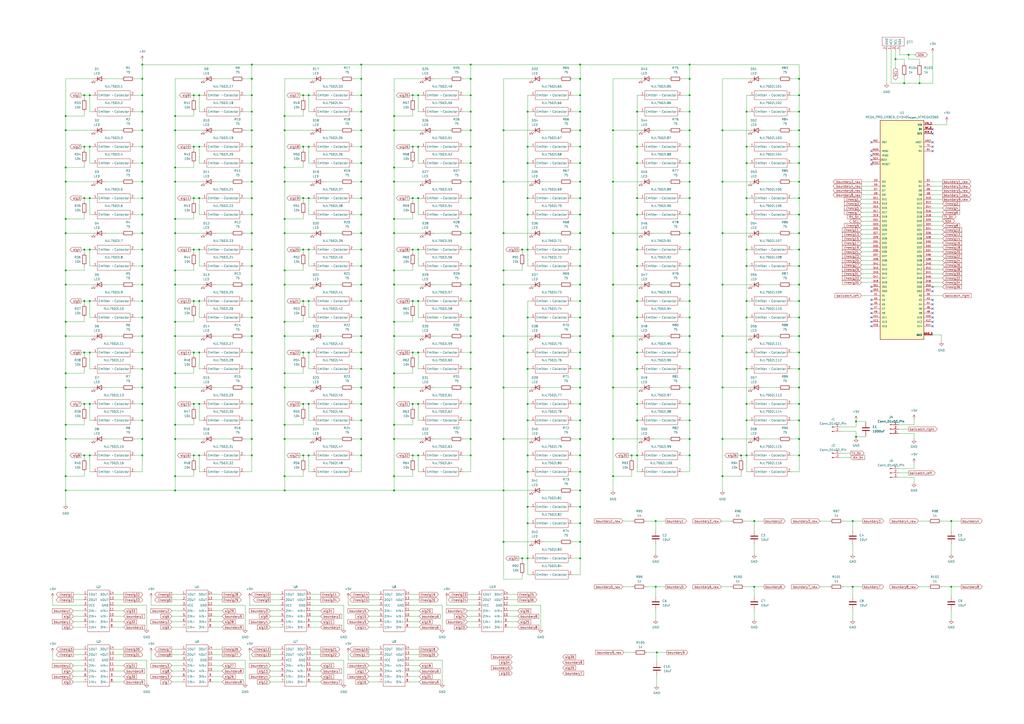
<source format=kicad_sch>
(kicad_sch (version 20231120) (generator "eeschema") (generator_version "8.0")
  (paper "A2")
  (lib_symbols
    (symbol "Connector:Conn_01x02_Pin" (pin_names (offset 1.016) hide)
      (property "Reference" "J" (at 0 2.54 0))
      (property "Value" "Conn_01x02_Pin" (at 0 -5.08 0))
      (symbol "Conn_01x02_Pin_1_1"
        (pin passive line (at 5.08 0 180) (length 3.81) (name "Pin_1") (number "1"))
        (pin passive line (at 5.08 -2.54 180) (length 3.81) (name "Pin_2") (number "2"))
      )
    )
    (symbol "Connector:Conn_01x03_Pin" (pin_names (offset 1.016) hide)
      (property "Reference" "J" (at 0 5.08 0))
      (property "Value" "Conn_01x03_Pin" (at 0 -5.08 0))
      (symbol "Conn_01x03_Pin_1_1"
        (pin passive line (at 5.08 2.54 180) (length 3.81) (name "Pin_1") (number "1"))
        (pin passive line (at 5.08 0 180) (length 3.81) (name "Pin_2") (number "2"))
        (pin passive line (at 5.08 -2.54 180) (length 3.81) (name "Pin_3") (number "3"))
      )
    )
    (symbol "Device:C" (pin_numbers hide) (pin_names (offset 0.254))
      (property "Reference" "C" (at 0.635 2.54 0))
      (property "Value" "C" (at 0.635 -2.54 0))
      (symbol "C_1_1"
        (pin passive line (at 0 3.81 270) (length 2.794) (name "~") (number "1"))
        (pin passive line (at 0 -3.81 90) (length 2.794) (name "~") (number "2"))
      )
    )
    (symbol "Device:LED" (pin_numbers hide) (pin_names (offset 1.016) hide)
      (property "Reference" "D" (at 0 2.54 0))
      (property "Value" "LED" (at 0 -2.54 0))
      (symbol "LED_1_1"
        (pin passive line (at -3.81 0 0) (length 2.54) (name "K") (number "1"))
        (pin passive line (at 3.81 0 180) (length 2.54) (name "A") (number "2"))
      )
    )
    (symbol "Device:R" (pin_numbers hide) (pin_names (offset 0))
      (property "Reference" "R" (at 2.032 0 90))
      (property "Value" "R" (at 0 0 90))
      (symbol "R_1_1"
        (pin passive line (at 0 3.81 270) (length 1.27) (name "~") (number "1"))
        (pin passive line (at 0 -3.81 90) (length 1.27) (name "~") (number "2"))
      )
    )
    (symbol "MEGA_PRO_EMBED_CH340G___ATMEGA2560:MEGA_PRO_EMBED_CH340G_/_ATMEGA2560" (pin_names (offset 1.016))
      (property "Reference" "U" (at -12.7 63.5 0))
      (property "Value" "MEGA_PRO_EMBED_CH340G_{slash}_ATMEGA2560" (at -12.7 -66.04 0))
      (symbol "MEGA_PRO_EMBED_CH340G_/_ATMEGA2560_0_0"
        (pin power_in line (at 17.78 55.88 180) (length 5.08) (name "3V3") (number "3V3_1"))
        (pin power_in line (at 17.78 55.88 180) (length 5.08) (name "3V3") (number "3V3_2"))
        (pin power_in line (at 17.78 58.42 180) (length 5.08) (name "5V") (number "5V_1"))
        (pin power_in line (at 17.78 58.42 180) (length 5.08) (name "5V") (number "5V_2"))
        (pin power_in line (at 17.78 58.42 180) (length 5.08) (name "5V") (number "5V_3"))
        (pin bidirectional line (at 17.78 -38.1 180) (length 5.08) (name "A0") (number "A0"))
        (pin bidirectional line (at -17.78 -38.1 0) (length 5.08) (name "A1") (number "A1"))
        (pin bidirectional line (at 17.78 -50.8 180) (length 5.08) (name "A10") (number "A10"))
        (pin bidirectional line (at -17.78 -50.8 0) (length 5.08) (name "A11") (number "A11"))
        (pin bidirectional line (at 17.78 -53.34 180) (length 5.08) (name "A12") (number "A12"))
        (pin bidirectional line (at -17.78 -53.34 0) (length 5.08) (name "A13") (number "A13"))
        (pin bidirectional line (at 17.78 -55.88 180) (length 5.08) (name "A14") (number "A14"))
        (pin bidirectional line (at -17.78 -55.88 0) (length 5.08) (name "A15") (number "A15"))
        (pin bidirectional line (at 17.78 -40.64 180) (length 5.08) (name "A2") (number "A2"))
        (pin bidirectional line (at -17.78 -40.64 0) (length 5.08) (name "A3") (number "A3"))
        (pin bidirectional line (at 17.78 -43.18 180) (length 5.08) (name "A4") (number "A4"))
        (pin bidirectional line (at -17.78 -43.18 0) (length 5.08) (name "A5") (number "A5"))
        (pin bidirectional line (at 17.78 -45.72 180) (length 5.08) (name "A6") (number "A6"))
        (pin bidirectional line (at -17.78 -45.72 0) (length 5.08) (name "A7") (number "A7"))
        (pin bidirectional line (at 17.78 -48.26 180) (length 5.08) (name "A8") (number "A8"))
        (pin bidirectional line (at -17.78 -48.26 0) (length 5.08) (name "A9") (number "A9"))
        (pin bidirectional line (at 17.78 50.8 180) (length 5.08) (name "AREF") (number "AREF"))
        (pin bidirectional line (at 17.78 17.78 180) (length 5.08) (name "D10") (number "D10"))
        (pin bidirectional line (at -17.78 17.78 0) (length 5.08) (name "D11") (number "D11"))
        (pin bidirectional line (at 17.78 15.24 180) (length 5.08) (name "D12") (number "D12"))
        (pin bidirectional line (at -17.78 15.24 0) (length 5.08) (name "D13") (number "D13"))
        (pin bidirectional line (at 17.78 12.7 180) (length 5.08) (name "D14") (number "D14"))
        (pin bidirectional line (at -17.78 12.7 0) (length 5.08) (name "D15") (number "D15"))
        (pin bidirectional line (at 17.78 10.16 180) (length 5.08) (name "D16") (number "D16"))
        (pin bidirectional line (at -17.78 10.16 0) (length 5.08) (name "D17") (number "D17"))
        (pin bidirectional line (at 17.78 7.62 180) (length 5.08) (name "D18") (number "D18"))
        (pin bidirectional line (at -17.78 7.62 0) (length 5.08) (name "D19") (number "D19"))
        (pin bidirectional line (at 17.78 27.94 180) (length 5.08) (name "D2") (number "D2"))
        (pin bidirectional line (at 17.78 5.08 180) (length 5.08) (name "D20") (number "D20"))
        (pin bidirectional line (at -17.78 5.08 0) (length 5.08) (name "D21") (number "D21"))
        (pin bidirectional line (at 17.78 2.54 180) (length 5.08) (name "D22") (number "D22"))
        (pin bidirectional line (at -17.78 2.54 0) (length 5.08) (name "D23") (number "D23"))
        (pin bidirectional line (at 17.78 0 180) (length 5.08) (name "D24") (number "D24"))
        (pin bidirectional line (at -17.78 0 0) (length 5.08) (name "D25") (number "D25"))
        (pin bidirectional line (at 17.78 -2.54 180) (length 5.08) (name "D26") (number "D26"))
        (pin bidirectional line (at -17.78 -2.54 0) (length 5.08) (name "D27") (number "D27"))
        (pin bidirectional line (at 17.78 -5.08 180) (length 5.08) (name "D28") (number "D28"))
        (pin bidirectional line (at -17.78 -5.08 0) (length 5.08) (name "D29") (number "D29"))
        (pin bidirectional line (at -17.78 27.94 0) (length 5.08) (name "D3") (number "D3"))
        (pin bidirectional line (at 17.78 -7.62 180) (length 5.08) (name "D30") (number "D30"))
        (pin bidirectional line (at -17.78 -7.62 0) (length 5.08) (name "D31") (number "D31"))
        (pin bidirectional line (at 17.78 -10.16 180) (length 5.08) (name "D32") (number "D32"))
        (pin bidirectional line (at -17.78 -10.16 0) (length 5.08) (name "D33") (number "D33"))
        (pin bidirectional line (at 17.78 -12.7 180) (length 5.08) (name "D34") (number "D34"))
        (pin bidirectional line (at -17.78 -12.7 0) (length 5.08) (name "D35") (number "D35"))
        (pin bidirectional line (at 17.78 -15.24 180) (length 5.08) (name "D36") (number "D36"))
        (pin bidirectional line (at -17.78 -15.24 0) (length 5.08) (name "D37") (number "D37"))
        (pin bidirectional line (at 17.78 -17.78 180) (length 5.08) (name "D38") (number "D38"))
        (pin bidirectional line (at -17.78 -17.78 0) (length 5.08) (name "D39") (number "D39"))
        (pin bidirectional line (at 17.78 25.4 180) (length 5.08) (name "D4") (number "D4"))
        (pin bidirectional line (at 17.78 -20.32 180) (length 5.08) (name "D40") (number "D40"))
        (pin bidirectional line (at -17.78 -20.32 0) (length 5.08) (name "D41") (number "D41"))
        (pin bidirectional line (at 17.78 -22.86 180) (length 5.08) (name "D42") (number "D42"))
        (pin bidirectional line (at -17.78 -22.86 0) (length 5.08) (name "D43") (number "D43"))
        (pin bidirectional line (at 17.78 -25.4 180) (length 5.08) (name "D44") (number "D44"))
        (pin bidirectional line (at -17.78 -25.4 0) (length 5.08) (name "D45") (number "D45"))
        (pin bidirectional line (at 17.78 -27.94 180) (length 5.08) (name "D46") (number "D46"))
        (pin bidirectional line (at -17.78 -27.94 0) (length 5.08) (name "D47") (number "D47"))
        (pin bidirectional line (at 17.78 -30.48 180) (length 5.08) (name "D48") (number "D48"))
        (pin bidirectional line (at -17.78 -30.48 0) (length 5.08) (name "D49") (number "D49"))
        (pin bidirectional line (at -17.78 25.4 0) (length 5.08) (name "D5") (number "D5"))
        (pin bidirectional line (at 17.78 -33.02 180) (length 5.08) (name "D50") (number "D50"))
        (pin bidirectional line (at -17.78 -33.02 0) (length 5.08) (name "D51") (number "D51"))
        (pin bidirectional line (at 17.78 -35.56 180) (length 5.08) (name "D52") (number "D52"))
        (pin bidirectional line (at -17.78 -35.56 0) (length 5.08) (name "D53") (number "D53"))
        (pin bidirectional line (at 17.78 22.86 180) (length 5.08) (name "D6") (number "D6"))
        (pin bidirectional line (at -17.78 22.86 0) (length 5.08) (name "D7") (number "D7"))
        (pin bidirectional line (at 17.78 20.32 180) (length 5.08) (name "D8") (number "D8"))
        (pin bidirectional line (at -17.78 20.32 0) (length 5.08) (name "D9") (number "D9"))
        (pin power_in line (at 17.78 -60.96 180) (length 5.08) (name "GND") (number "GND_1"))
        (pin power_in line (at 17.78 -60.96 180) (length 5.08) (name "GND") (number "GND_2"))
        (pin power_in line (at 17.78 -60.96 180) (length 5.08) (name "GND") (number "GND_3"))
        (pin bidirectional line (at -17.78 43.18 0) (length 5.08) (name "MISO") (number "MISO"))
        (pin bidirectional line (at -17.78 45.72 0) (length 5.08) (name "MOSI") (number "MOSI"))
        (pin input line (at -17.78 38.1 0) (length 5.08) (name "RESET") (number "RESET"))
        (pin input line (at -17.78 50.8 0) (length 5.08) (name "RST") (number "RST"))
        (pin input line (at 17.78 45.72 180) (length 5.08) (name "RX") (number "RX"))
        (pin bidirectional clock (at -17.78 40.64 0) (length 5.08) (name "SCK") (number "SCK"))
        (pin output line (at 17.78 48.26 180) (length 5.08) (name "TX") (number "TX"))
        (pin power_in line (at 17.78 60.96 180) (length 5.08) (name "VIN") (number "VIN_1"))
        (pin power_in line (at 17.78 60.96 180) (length 5.08) (name "VIN") (number "VIN_2"))
      )
    )
    (symbol "power:+5V" (power) (pin_names (offset 0))
      (property "Value" "+5V" (at 0 3.556 0))
      (symbol "+5V_1_1"
        (pin power_in line (at 0 0 90) (length 0) hide (name "+5V") (number "1"))
      )
    )
    (symbol "power:GND" (power) (pin_names (offset 0))
      (property "Value" "GND" (at 0 -3.81 0))
      (symbol "GND_1_1"
        (pin power_in line (at 0 0 270) (length 0) hide (name "GND") (number "1"))
      )
    )
    (symbol "sunpare2023:LM339"
      (property "Reference" "U" (at 0 0 0))
      (symbol "LM339_1_1"
        (pin passive line (at -8.89 -3.81 0) (length 2.54) (name "1OUT") (number "1"))
        (pin passive line (at 8.89 -16.51 180) (length 2.54) (name "4IN-") (number "10"))
        (pin passive line (at 8.89 -13.335 180) (length 2.54) (name "4IN+") (number "11"))
        (pin passive line (at 8.89 -10.16 180) (length 2.54) (name "GND") (number "12"))
        (pin passive line (at 8.89 -6.985 180) (length 2.54) (name "4OUT") (number "13"))
        (pin passive line (at 8.89 -3.81 180) (length 2.54) (name "3OUT") (number "14"))
        (pin passive line (at -8.89 -6.985 0) (length 2.54) (name "2OUT") (number "2"))
        (pin passive line (at -8.89 -10.16 0) (length 2.54) (name "VCC") (number "3"))
        (pin passive line (at -8.89 -13.335 0) (length 2.54) (name "2IN-") (number "4"))
        (pin passive line (at -8.89 -16.51 0) (length 2.54) (name "2IN+") (number "5"))
        (pin passive line (at -8.89 -19.685 0) (length 2.54) (name "1IN-") (number "6"))
        (pin passive line (at -8.89 -22.86 0) (length 2.54) (name "1IN+") (number "7"))
        (pin passive line (at 8.89 -22.86 180) (length 2.54) (name "3IN-") (number "8"))
        (pin passive line (at 8.89 -19.685 180) (length 2.54) (name "3IN+") (number "9"))
      )
    )
    (symbol "sunpare2023:NJL7502L"
      (property "Reference" "NJL7502L" (at 0 3.81 0))
      (symbol "NJL7502L_1_1"
        (pin passive line (at -11.43 0 0) (length 2.54) (name "Emitter") (number "1"))
        (pin passive line (at 12.7 0 180) (length 2.54) (name "Collector") (number "2"))
      )
    )
    (symbol "sunpare2023:SSD1306"
      (property "Reference" "U" (at 0 9.652 0))
      (symbol "SSD1306_1_1"
        (pin passive line (at -1.27 0 90) (length 2.54) (name "VCC") (number "1"))
        (pin passive line (at -3.81 0 90) (length 2.54) (name "GND") (number "2"))
        (pin passive line (at 1.27 0 90) (length 2.54) (name "SCL") (number "3"))
        (pin passive line (at 3.81 0 90) (length 2.54) (name "SDA") (number "4"))
      )
    )
  )
  (junction (at 146.05 105.41))
  (junction (at 306.07 64.77))
  (junction (at 496.57 253.365))
  (junction (at 48.895 174.625))
  (junction (at 101.6 246.38))
  (junction (at 306.07 303.53))
  (junction (at 101.6 75.565))
  (junction (at 209.55 165.1))
  (junction (at 165.1 224.79))
  (junction (at 242.57 55.245))
  (junction (at 38.1 97.155))
  (junction (at 292.1 284.48))
  (junction (at 433.07 154.305))
  (junction (at 82.55 194.945))
  (junction (at 239.395 204.47))
  (junction (at 209.55 75.565))
  (junction (at 400.05 264.16))
  (junction (at 292.1 105.41))
  (junction (at 463.55 224.79))
  (junction (at 48.895 234.315))
  (junction (at 369.57 174.625))
  (junction (at 400.05 45.72))
  (junction (at 273.05 135.255))
  (junction (at 302.895 144.78))
  (junction (at 306.07 273.685))
  (junction (at 273.05 45.72))
  (junction (at 400.05 165.1))
  (junction (at 82.55 105.41))
  (junction (at 519.43 34.29))
  (junction (at 146.05 154.305))
  (junction (at 336.55 213.995))
  (junction (at 433.07 94.615))
  (junction (at 52.07 174.625))
  (junction (at 146.05 174.625))
  (junction (at 38.1 216.535))
  (junction (at 146.05 254.635))
  (junction (at 419.1 224.79))
  (junction (at 82.55 224.79))
  (junction (at 209.55 184.15))
  (junction (at 400.05 55.245))
  (junction (at 369.57 213.995))
  (junction (at 146.05 135.255))
  (junction (at 400.05 243.84))
  (junction (at 165.1 156.845))
  (junction (at 419.1 105.41))
  (junction (at 165.1 127))
  (junction (at 175.895 204.47))
  (junction (at 38.1 127))
  (junction (at 175.895 55.245))
  (junction (at 48.895 264.16))
  (junction (at 369.57 124.46))
  (junction (at 463.55 114.935))
  (junction (at 336.55 144.78))
  (junction (at 115.57 114.935))
  (junction (at 336.55 224.79))
  (junction (at 228.6 284.48))
  (junction (at 82.55 174.625))
  (junction (at 336.55 234.315))
  (junction (at 463.55 85.09))
  (junction (at 380.365 340.36))
  (junction (at 336.55 184.15))
  (junction (at 355.6 105.41))
  (junction (at 228.6 127))
  (junction (at 336.55 135.255))
  (junction (at 228.6 254.635))
  (junction (at 527.05 31.75))
  (junction (at 369.57 204.47))
  (junction (at 433.07 174.625))
  (junction (at 52.07 264.16))
  (junction (at 38.1 75.565))
  (junction (at 419.1 135.255))
  (junction (at 366.395 264.16))
  (junction (at 112.395 144.78))
  (junction (at 336.55 294.005))
  (junction (at 306.07 264.16))
  (junction (at 38.1 186.69))
  (junction (at 165.1 186.69))
  (junction (at 179.07 264.16))
  (junction (at 38.1 284.48))
  (junction (at 101.6 194.945))
  (junction (at 175.895 144.78))
  (junction (at 306.07 204.47))
  (junction (at 273.05 264.16))
  (junction (at 209.55 37.465))
  (junction (at 38.1 105.41))
  (junction (at 292.1 135.255))
  (junction (at 400.05 124.46))
  (junction (at 273.05 213.995))
  (junction (at 146.05 45.72))
  (junction (at 101.6 216.535))
  (junction (at 336.55 154.305))
  (junction (at 146.05 64.77))
  (junction (at 400.05 194.945))
  (junction (at 369.57 144.78))
  (junction (at 273.05 75.565))
  (junction (at 369.57 234.315))
  (junction (at 292.1 314.325))
  (junction (at 82.55 55.245))
  (junction (at 419.1 75.565))
  (junction (at 433.07 184.15))
  (junction (at 209.55 45.72))
  (junction (at 115.57 174.625))
  (junction (at 101.6 254.635))
  (junction (at 273.05 105.41))
  (junction (at 82.55 165.1))
  (junction (at 112.395 85.09))
  (junction (at 306.07 234.315))
  (junction (at 400.05 204.47))
  (junction (at 165.1 135.255))
  (junction (at 52.07 144.78))
  (junction (at 463.55 94.615))
  (junction (at 369.57 184.15))
  (junction (at 336.55 314.325))
  (junction (at 242.57 264.16))
  (junction (at 369.57 94.615))
  (junction (at 209.55 64.77))
  (junction (at 273.05 194.945))
  (junction (at 336.55 284.48))
  (junction (at 48.895 55.245))
  (junction (at 146.05 184.15))
  (junction (at 112.395 234.315))
  (junction (at 355.6 75.565))
  (junction (at 463.55 254.635))
  (junction (at 242.57 114.935))
  (junction (at 179.07 204.47))
  (junction (at 228.6 194.945))
  (junction (at 336.55 64.77))
  (junction (at 336.55 114.935))
  (junction (at 433.07 114.935))
  (junction (at 179.07 234.315))
  (junction (at 306.07 294.005))
  (junction (at 146.05 114.935))
  (junction (at 433.07 234.315))
  (junction (at 355.6 194.945))
  (junction (at 336.55 75.565))
  (junction (at 175.895 114.935))
  (junction (at 38.1 135.255))
  (junction (at 179.07 144.78))
  (junction (at 115.57 234.315))
  (junction (at 175.895 174.625))
  (junction (at 38.1 165.1))
  (junction (at 496.57 244.475))
  (junction (at 48.895 85.09))
  (junction (at 273.05 165.1))
  (junction (at 306.07 85.09))
  (junction (at 336.55 323.85))
  (junction (at 38.1 276.225))
  (junction (at 242.57 234.315))
  (junction (at 494.665 302.26))
  (junction (at 209.55 124.46))
  (junction (at 463.55 194.945))
  (junction (at 242.57 144.78))
  (junction (at 165.1 75.565))
  (junction (at 306.07 243.84))
  (junction (at 228.6 276.225))
  (junction (at 273.05 94.615))
  (junction (at 242.57 85.09))
  (junction (at 463.55 154.305))
  (junction (at 400.05 224.79))
  (junction (at 273.05 85.09))
  (junction (at 209.55 174.625))
  (junction (at 239.395 55.245))
  (junction (at 52.07 85.09))
  (junction (at 463.55 174.625))
  (junction (at 437.515 302.26))
  (junction (at 306.07 144.78))
  (junction (at 306.07 124.46))
  (junction (at 209.55 194.945))
  (junction (at 433.07 264.16))
  (junction (at 302.895 323.85))
  (junction (at 369.57 154.305))
  (junction (at 336.55 243.84))
  (junction (at 165.1 276.225))
  (junction (at 463.55 124.46))
  (junction (at 209.55 85.09))
  (junction (at 179.07 114.935))
  (junction (at 524.51 48.26))
  (junction (at 369.57 243.84))
  (junction (at 209.55 254.635))
  (junction (at 52.07 55.245))
  (junction (at 463.55 144.78))
  (junction (at 112.395 114.935))
  (junction (at 112.395 55.245))
  (junction (at 228.6 75.565))
  (junction (at 400.05 234.315))
  (junction (at 381 378.46))
  (junction (at 273.05 64.77))
  (junction (at 112.395 174.625))
  (junction (at 209.55 224.79))
  (junction (at 179.07 85.09))
  (junction (at 433.07 144.78))
  (junction (at 228.6 186.69))
  (junction (at 336.55 105.41))
  (junction (at 82.55 75.565))
  (junction (at 82.55 37.465))
  (junction (at 146.05 224.79))
  (junction (at 463.55 165.1))
  (junction (at 273.05 184.15))
  (junction (at 52.07 204.47))
  (junction (at 82.55 144.78))
  (junction (at 242.57 174.625))
  (junction (at 273.05 204.47))
  (junction (at 146.05 165.1))
  (junction (at 209.55 264.16))
  (junction (at 433.07 243.84))
  (junction (at 146.05 243.84))
  (junction (at 228.6 67.31))
  (junction (at 38.1 67.31))
  (junction (at 463.55 243.84))
  (junction (at 400.05 144.78))
  (junction (at 292.1 156.845))
  (junction (at 273.05 55.245))
  (junction (at 463.55 55.245))
  (junction (at 433.07 64.77))
  (junction (at 82.55 114.935))
  (junction (at 437.515 340.36))
  (junction (at 115.57 144.78))
  (junction (at 239.395 264.16))
  (junction (at 336.55 45.72))
  (junction (at 336.55 165.1))
  (junction (at 38.1 254.635))
  (junction (at 355.6 254.635))
  (junction (at 228.6 165.1))
  (junction (at 82.55 135.255))
  (junction (at 209.55 135.255))
  (junction (at 38.1 194.945))
  (junction (at 146.05 94.615))
  (junction (at 336.55 85.09))
  (junction (at 146.05 234.315))
  (junction (at 209.55 213.995))
  (junction (at 336.55 264.16))
  (junction (at 101.6 156.845))
  (junction (at 228.6 105.41))
  (junction (at 355.6 165.1))
  (junction (at 239.395 234.315))
  (junction (at 82.55 234.315))
  (junction (at 336.55 204.47))
  (junction (at 380.365 302.26))
  (junction (at 228.6 216.535))
  (junction (at 433.07 124.46))
  (junction (at 101.6 276.225))
  (junction (at 463.55 105.41))
  (junction (at 433.07 204.47))
  (junction (at 400.05 184.15))
  (junction (at 273.05 144.78))
  (junction (at 494.665 340.36))
  (junction (at 146.05 75.565))
  (junction (at 273.05 234.315))
  (junction (at 209.55 94.615))
  (junction (at 101.6 165.1))
  (junction (at 82.55 213.995))
  (junction (at 400.05 105.41))
  (junction (at 336.55 94.615))
  (junction (at 101.6 67.31))
  (junction (at 228.6 97.155))
  (junction (at 209.55 105.41))
  (junction (at 209.55 234.315))
  (junction (at 228.6 246.38))
  (junction (at 239.395 144.78))
  (junction (at 306.07 213.995))
  (junction (at 306.07 184.15))
  (junction (at 115.57 85.09))
  (junction (at 292.1 194.945))
  (junction (at 400.05 94.615))
  (junction (at 82.55 124.46))
  (junction (at 400.05 114.935))
  (junction (at 175.895 264.16))
  (junction (at 463.55 213.995))
  (junction (at 101.6 97.155))
  (junction (at 463.55 64.77))
  (junction (at 292.1 75.565))
  (junction (at 400.05 154.305))
  (junction (at 419.1 254.635))
  (junction (at 429.895 264.16))
  (junction (at 209.55 154.305))
  (junction (at 242.57 204.47))
  (junction (at 52.07 234.315))
  (junction (at 209.55 204.47))
  (junction (at 146.05 194.945))
  (junction (at 101.6 224.79))
  (junction (at 52.07 114.935))
  (junction (at 369.57 64.77))
  (junction (at 463.55 234.315))
  (junction (at 82.55 204.47))
  (junction (at 273.05 114.935))
  (junction (at 355.6 276.225))
  (junction (at 400.05 85.09))
  (junction (at 463.55 75.565))
  (junction (at 82.55 94.615))
  (junction (at 551.815 340.36))
  (junction (at 112.395 204.47))
  (junction (at 306.07 323.85))
  (junction (at 400.05 75.565))
  (junction (at 533.4 48.26))
  (junction (at 82.55 254.635))
  (junction (at 463.55 45.72))
  (junction (at 165.1 216.535))
  (junction (at 400.05 174.625))
  (junction (at 369.57 114.935))
  (junction (at 400.05 37.465))
  (junction (at 101.6 186.69))
  (junction (at 336.55 55.245))
  (junction (at 239.395 85.09))
  (junction (at 115.57 264.16))
  (junction (at 273.05 154.305))
  (junction (at 165.1 105.41))
  (junction (at 209.55 243.84))
  (junction (at 115.57 204.47))
  (junction (at 101.6 284.48))
  (junction (at 112.395 264.16))
  (junction (at 273.05 224.79))
  (junction (at 463.55 204.47))
  (junction (at 273.05 254.635))
  (junction (at 369.57 85.09))
  (junction (at 38.1 156.845))
  (junction (at 38.1 224.79))
  (junction (at 165.1 165.1))
  (junction (at 209.55 144.78))
  (junction (at 146.05 55.245))
  (junction (at 292.1 254.635))
  (junction (at 228.6 135.255))
  (junction (at 101.6 127))
  (junction (at 209.55 55.245))
  (junction (at 355.6 135.255))
  (junction (at 400.05 135.255))
  (junction (at 228.6 224.79))
  (junction (at 273.05 37.465))
  (junction (at 146.05 124.46))
  (junction (at 101.6 105.41))
  (junction (at 82.55 184.15))
  (junction (at 292.1 165.1))
  (junction (at 48.895 114.935))
  (junction (at 369.57 264.16))
  (junction (at 82.55 85.09))
  (junction (at 165.1 246.38))
  (junction (at 146.05 204.47))
  (junction (at 179.07 55.245))
  (junction (at 209.55 114.935))
  (junction (at 433.07 85.09))
  (junction (at 165.1 67.31))
  (junction (at 228.6 156.845))
  (junction (at 336.55 254.635))
  (junction (at 146.05 213.995))
  (junction (at 336.55 124.46))
  (junction (at 82.55 154.305))
  (junction (at 146.05 264.16))
  (junction (at 175.895 234.315))
  (junction (at 551.815 302.26))
  (junction (at 419.1 194.945))
  (junction (at 336.55 303.53))
  (junction (at 239.395 114.935))
  (junction (at 400.05 254.635))
  (junction (at 306.07 114.935))
  (junction (at 179.07 174.625))
  (junction (at 146.05 144.78))
  (junction (at 419.1 276.225))
  (junction (at 165.1 284.48))
  (junction (at 400.05 64.77))
  (junction (at 239.395 174.625))
  (junction (at 433.07 213.995))
  (junction (at 336.55 37.465))
  (junction (at 115.57 55.245))
  (junction (at 82.55 45.72))
  (junction (at 38.1 246.38))
  (junction (at 82.55 243.84))
  (junction (at 273.05 124.46))
  (junction (at 48.895 204.47))
  (junction (at 336.55 174.625))
  (junction (at 82.55 64.77))
  (junction (at 273.05 174.625))
  (junction (at 146.05 37.465))
  (junction (at 463.55 264.16))
  (junction (at 165.1 194.945))
  (junction (at 273.05 243.84))
  (junction (at 165.1 254.635))
  (junction (at 463.55 135.255))
  (junction (at 101.6 135.255))
  (junction (at 48.895 144.78))
  (junction (at 400.05 213.995))
  (junction (at 336.55 273.685))
  (junction (at 463.55 184.15))
  (junction (at 165.1 97.155))
  (junction (at 146.05 85.09))
  (junction (at 306.07 94.615))
  (junction (at 175.895 85.09))
  (junction (at 355.6 224.79))
  (junction (at 292.1 224.79))
  (junction (at 419.1 165.1))
  (junction (at 336.55 194.945))
  (junction (at 82.55 264.16))
  (no_connect (at 541.02 77.47))
  (no_connect (at 505.46 95.25))
  (no_connect (at 541.02 85.09))
  (no_connect (at 541.02 82.55))
  (no_connect (at 505.46 179.07))
  (no_connect (at 505.46 186.69))
  (no_connect (at 541.02 173.99))
  (no_connect (at 505.46 87.63))
  (no_connect (at 541.02 189.23))
  (no_connect (at 541.02 186.69))
  (no_connect (at 505.46 173.99))
  (no_connect (at 541.02 181.61))
  (no_connect (at 541.02 184.15))
  (no_connect (at 505.46 176.53))
  (no_connect (at 505.46 166.37))
  (no_connect (at 505.46 181.61))
  (no_connect (at 541.02 176.53))
  (no_connect (at 505.46 189.23))
  (no_connect (at 541.02 74.93))
  (no_connect (at 505.46 90.17))
  (no_connect (at 541.02 168.91))
  (no_connect (at 505.46 92.71))
  (no_connect (at 505.46 82.55))
  (no_connect (at 541.02 87.63))
  (no_connect (at 505.46 184.15))
  (no_connect (at 505.46 168.91))
  (no_connect (at 541.02 166.37))
  (no_connect (at 541.02 179.07))
  (wire (pts (xy 487.68 247.65) (xy 496.57 247.65)))
  (wire (pts (xy 78.105 124.46) (xy 82.55 124.46)))
  (wire (pts (xy 242.57 264.16) (xy 242.57 273.685)))
  (wire (pts (xy 180.34 357.505) (xy 186.055 357.505)))
  (wire (pts (xy 52.07 55.245) (xy 52.07 64.77)))
  (wire (pts (xy 524.51 36.83) (xy 524.51 34.29)))
  (wire (pts (xy 242.57 55.245) (xy 242.57 64.77)))
  (wire (pts (xy 228.6 165.1) (xy 244.475 165.1)))
  (wire (pts (xy 117.475 114.935) (xy 115.57 114.935)))
  (wire (pts (xy 209.55 264.16) (xy 209.55 273.685)))
  (wire (pts (xy 533.4 34.29) (xy 527.05 34.29)))
  (wire (pts (xy 242.57 273.685) (xy 244.475 273.685)))
  (wire (pts (xy 78.105 273.685) (xy 82.55 273.685)))
  (wire (pts (xy 101.6 127) (xy 101.6 135.255)))
  (wire (pts (xy 115.57 273.685) (xy 117.475 273.685)))
  (wire (pts (xy 101.6 246.38) (xy 101.6 254.635)))
  (wire (pts (xy 541.02 133.35) (xy 546.735 133.35)))
  (wire (pts (xy 400.05 213.995) (xy 400.05 224.79)))
  (wire (pts (xy 336.55 243.84) (xy 336.55 254.635)))
  (wire (pts (xy 146.05 75.565) (xy 146.05 85.09)))
  (wire (pts (xy 209.55 37.465) (xy 273.05 37.465)))
  (wire (pts (xy 268.605 243.84) (xy 273.05 243.84)))
  (wire (pts (xy 302.895 323.85) (xy 302.895 325.755)))
  (wire (pts (xy 459.105 184.15) (xy 463.55 184.15)))
  (wire (pts (xy 209.55 55.245) (xy 209.55 64.77)))
  (wire (pts (xy 463.55 264.16) (xy 463.55 273.685)))
  (wire (pts (xy 256.54 351.155) (xy 256.54 364.49)))
  (wire (pts (xy 101.6 45.72) (xy 117.475 45.72)))
  (wire (pts (xy 66.04 395.605) (xy 71.755 395.605)))
  (wire (pts (xy 209.55 135.255) (xy 209.55 144.78)))
  (wire (pts (xy 117.475 144.78) (xy 115.57 144.78)))
  (wire (pts (xy 38.1 127) (xy 38.1 135.255)))
  (wire (pts (xy 307.975 174.625) (xy 306.07 174.625)))
  (wire (pts (xy 369.57 204.47) (xy 369.57 213.995)))
  (wire (pts (xy 244.475 264.16) (xy 242.57 264.16)))
  (wire (pts (xy 101.6 165.1) (xy 101.6 186.69)))
  (wire (pts (xy 239.395 264.16) (xy 242.57 264.16)))
  (wire (pts (xy 117.475 204.47) (xy 115.57 204.47)))
  (wire (pts (xy 205.105 75.565) (xy 209.55 75.565)))
  (wire (pts (xy 307.975 114.935) (xy 306.07 114.935)))
  (wire (pts (xy 433.07 184.15) (xy 433.07 204.47)))
  (wire (pts (xy 85.09 382.905) (xy 85.09 396.24)))
  (wire (pts (xy 521.335 271.78) (xy 530.225 271.78)))
  (wire (pts (xy 530.225 251.46) (xy 530.225 254.635)))
  (wire (pts (xy 219.71 363.855) (xy 213.995 363.855)))
  (wire (pts (xy 228.6 75.565) (xy 228.6 97.155)))
  (wire (pts (xy 380.365 315.595) (xy 380.365 321.31)))
  (wire (pts (xy 242.57 213.995) (xy 244.475 213.995)))
  (wire (pts (xy 78.105 165.1) (xy 82.55 165.1)))
  (wire (pts (xy 239.395 144.78) (xy 239.395 146.685)))
  (wire (pts (xy 400.05 37.465) (xy 463.55 37.465)))
  (wire (pts (xy 395.605 243.84) (xy 400.05 243.84)))
  (wire (pts (xy 268.605 135.255) (xy 273.05 135.255)))
  (wire (pts (xy 306.07 303.53) (xy 307.975 303.53)))
  (wire (pts (xy 292.1 224.79) (xy 292.1 254.635)))
  (wire (pts (xy 38.1 276.225) (xy 48.895 276.225)))
  (wire (pts (xy 146.05 174.625) (xy 146.05 184.15)))
  (wire (pts (xy 175.895 85.09) (xy 175.895 86.995)))
  (wire (pts (xy 180.34 354.33) (xy 186.055 354.33)))
  (wire (pts (xy 459.105 114.935) (xy 463.55 114.935)))
  (wire (pts (xy 306.07 264.16) (xy 306.07 273.685)))
  (wire (pts (xy 38.1 127) (xy 48.895 127)))
  (wire (pts (xy 442.595 45.72) (xy 451.485 45.72)))
  (wire (pts (xy 252.095 45.72) (xy 260.985 45.72)))
  (wire (pts (xy 115.57 154.305) (xy 117.475 154.305)))
  (wire (pts (xy 209.55 194.945) (xy 209.55 204.47)))
  (wire (pts (xy 505.46 138.43) (xy 499.745 138.43)))
  (wire (pts (xy 61.595 105.41) (xy 70.485 105.41)))
  (wire (pts (xy 38.1 67.31) (xy 38.1 75.565)))
  (wire (pts (xy 302.895 144.78) (xy 302.895 146.685)))
  (wire (pts (xy 219.71 392.43) (xy 213.995 392.43)))
  (wire (pts (xy 175.895 114.935) (xy 179.07 114.935)))
  (wire (pts (xy 395.605 124.46) (xy 400.05 124.46)))
  (wire (pts (xy 369.57 64.77) (xy 371.475 64.77)))
  (wire (pts (xy 219.71 386.08) (xy 213.995 386.08)))
  (wire (pts (xy 165.1 224.79) (xy 165.1 246.38)))
  (wire (pts (xy 395.605 184.15) (xy 400.05 184.15)))
  (wire (pts (xy 400.05 243.84) (xy 400.05 254.635)))
  (wire (pts (xy 355.6 105.41) (xy 371.475 105.41)))
  (wire (pts (xy 332.105 323.85) (xy 336.55 323.85)))
  (wire (pts (xy 336.55 105.41) (xy 336.55 114.935)))
  (wire (pts (xy 66.04 357.505) (xy 71.755 357.505)))
  (wire (pts (xy 433.07 273.685) (xy 434.975 273.685)))
  (wire (pts (xy 38.1 105.41) (xy 53.975 105.41)))
  (wire (pts (xy 355.6 45.72) (xy 371.475 45.72)))
  (wire (pts (xy 541.02 120.65) (xy 546.735 120.65)))
  (wire (pts (xy 268.605 224.79) (xy 273.05 224.79)))
  (wire (pts (xy 141.605 144.78) (xy 146.05 144.78)))
  (wire (pts (xy 239.395 174.625) (xy 239.395 176.53)))
  (wire (pts (xy 379.095 45.72) (xy 387.985 45.72)))
  (wire (pts (xy 268.605 64.77) (xy 273.05 64.77)))
  (wire (pts (xy 433.07 184.15) (xy 434.975 184.15)))
  (wire (pts (xy 78.105 45.72) (xy 82.55 45.72)))
  (wire (pts (xy 125.095 105.41) (xy 133.985 105.41)))
  (wire (pts (xy 66.04 363.855) (xy 71.755 363.855)))
  (wire (pts (xy 48.26 395.605) (xy 42.545 395.605)))
  (wire (pts (xy 78.105 154.305) (xy 82.55 154.305)))
  (wire (pts (xy 336.55 224.79) (xy 336.55 234.315)))
  (wire (pts (xy 48.26 347.98) (xy 42.545 347.98)))
  (wire (pts (xy 105.41 363.855) (xy 99.695 363.855)))
  (wire (pts (xy 53.975 55.245) (xy 52.07 55.245)))
  (wire (pts (xy 395.605 273.685) (xy 400.05 273.685)))
  (wire (pts (xy 355.6 165.1) (xy 355.6 194.945)))
  (wire (pts (xy 292.1 335.915) (xy 302.895 335.915)))
  (wire (pts (xy 306.07 85.09) (xy 306.07 94.615)))
  (wire (pts (xy 463.55 213.995) (xy 463.55 224.79)))
  (wire (pts (xy 209.55 204.47) (xy 209.55 213.995)))
  (wire (pts (xy 38.1 194.945) (xy 53.975 194.945)))
  (wire (pts (xy 292.1 194.945) (xy 307.975 194.945)))
  (wire (pts (xy 112.395 273.685) (xy 112.395 276.225)))
  (wire (pts (xy 496.57 244.475) (xy 496.57 247.65)))
  (wire (pts (xy 205.105 254.635) (xy 209.55 254.635)))
  (wire (pts (xy 336.55 213.995) (xy 336.55 224.79)))
  (wire (pts (xy 463.55 194.945) (xy 463.55 204.47)))
  (wire (pts (xy 101.6 194.945) (xy 117.475 194.945)))
  (wire (pts (xy 165.1 127) (xy 165.1 135.255)))
  (wire (pts (xy 112.395 114.935) (xy 115.57 114.935)))
  (wire (pts (xy 175.895 154.305) (xy 175.895 156.845)))
  (wire (pts (xy 205.105 234.315) (xy 209.55 234.315)))
  (wire (pts (xy 38.1 105.41) (xy 38.1 127)))
  (wire (pts (xy 115.57 174.625) (xy 115.57 184.15)))
  (wire (pts (xy 273.05 254.635) (xy 273.05 264.16)))
  (wire (pts (xy 179.07 154.305) (xy 180.975 154.305)))
  (wire (pts (xy 228.6 254.635) (xy 228.6 276.225)))
  (wire (pts (xy 273.05 184.15) (xy 273.05 194.945)))
  (wire (pts (xy 173.99 55.245) (xy 175.895 55.245)))
  (wire (pts (xy 276.86 360.68) (xy 271.145 360.68)))
  (wire (pts (xy 162.56 395.605) (xy 156.845 395.605)))
  (wire (pts (xy 355.6 254.635) (xy 371.475 254.635)))
  (wire (pts (xy 115.57 94.615) (xy 117.475 94.615)))
  (wire (pts (xy 179.07 114.935) (xy 179.07 124.46)))
  (wire (pts (xy 369.57 154.305) (xy 369.57 174.625)))
  (wire (pts (xy 179.07 213.995) (xy 180.975 213.995)))
  (wire (pts (xy 463.55 85.09) (xy 463.55 94.615)))
  (wire (pts (xy 112.395 213.995) (xy 112.395 216.535)))
  (wire (pts (xy 273.05 64.77) (xy 273.05 75.565)))
  (wire (pts (xy 209.55 75.565) (xy 209.55 85.09)))
  (wire (pts (xy 112.395 64.77) (xy 112.395 67.31)))
  (wire (pts (xy 112.395 204.47) (xy 115.57 204.47)))
  (wire (pts (xy 82.55 184.15) (xy 82.55 194.945)))
  (wire (pts (xy 112.395 85.09) (xy 112.395 86.995)))
  (wire (pts (xy 162.56 382.905) (xy 144.78 382.905)))
  (wire (pts (xy 175.895 273.685) (xy 175.895 276.225)))
  (wire (pts (xy 165.1 156.845) (xy 175.895 156.845)))
  (wire (pts (xy 38.1 254.635) (xy 53.975 254.635)))
  (wire (pts (xy 38.1 97.155) (xy 48.895 97.155)))
  (wire (pts (xy 48.895 234.315) (xy 48.895 236.22)))
  (wire (pts (xy 162.56 376.555) (xy 156.845 376.555)))
  (wire (pts (xy 239.395 114.935) (xy 239.395 116.84)))
  (wire (pts (xy 505.46 158.75) (xy 499.745 158.75)))
  (wire (pts (xy 541.02 166.37) (xy 546.735 166.37)))
  (wire (pts (xy 521.335 251.46) (xy 530.225 251.46)))
  (wire (pts (xy 112.395 144.78) (xy 115.57 144.78)))
  (wire (pts (xy 165.1 254.635) (xy 180.975 254.635)))
  (wire (pts (xy 228.6 276.225) (xy 239.395 276.225)))
  (wire (pts (xy 237.49 144.78) (xy 239.395 144.78)))
  (wire (pts (xy 442.595 194.945) (xy 451.485 194.945)))
  (wire (pts (xy 268.605 194.945) (xy 273.05 194.945)))
  (wire (pts (xy 242.57 154.305) (xy 244.475 154.305)))
  (wire (pts (xy 105.41 392.43) (xy 99.695 392.43)))
  (wire (pts (xy 165.1 75.565) (xy 180.975 75.565)))
  (wire (pts (xy 165.1 75.565) (xy 165.1 97.155)))
  (wire (pts (xy 146.05 114.935) (xy 146.05 124.46)))
  (wire (pts (xy 433.07 55.245) (xy 433.07 64.77)))
  (wire (pts (xy 395.605 224.79) (xy 400.05 224.79)))
  (wire (pts (xy 110.49 204.47) (xy 112.395 204.47)))
  (wire (pts (xy 306.07 154.305) (xy 307.975 154.305)))
  (wire (pts (xy 505.46 148.59) (xy 499.745 148.59)))
  (wire (pts (xy 179.07 273.685) (xy 180.975 273.685)))
  (wire (pts (xy 306.07 144.78) (xy 306.07 154.305)))
  (wire (pts (xy 48.895 55.245) (xy 48.895 57.15)))
  (wire (pts (xy 228.6 254.635) (xy 244.475 254.635)))
  (wire (pts (xy 52.07 273.685) (xy 53.975 273.685)))
  (wire (pts (xy 463.55 45.72) (xy 463.55 55.245)))
  (wire (pts (xy 294.64 360.68) (xy 300.355 360.68)))
  (wire (pts (xy 239.395 204.47) (xy 239.395 206.375)))
  (wire (pts (xy 78.105 204.47) (xy 82.55 204.47)))
  (wire (pts (xy 355.6 75.565) (xy 355.6 105.41)))
  (wire (pts (xy 199.39 382.905) (xy 199.39 396.24)))
  (wire (pts (xy 463.55 75.565) (xy 463.55 85.09)))
  (wire (pts (xy 273.05 75.565) (xy 273.05 85.09)))
  (wire (pts (xy 209.55 45.72) (xy 209.55 55.245)))
  (wire (pts (xy 380.365 340.36) (xy 380.365 346.075)))
  (wire (pts (xy 268.605 154.305) (xy 273.05 154.305)))
  (wire (pts (xy 188.595 224.79) (xy 197.485 224.79)))
  (wire (pts (xy 228.6 194.945) (xy 228.6 216.535)))
  (wire (pts (xy 538.48 302.26) (xy 532.765 302.26)))
  (wire (pts (xy 175.895 94.615) (xy 175.895 97.155)))
  (wire (pts (xy 434.975 114.935) (xy 433.07 114.935)))
  (wire (pts (xy 355.6 75.565) (xy 371.475 75.565)))
  (wire (pts (xy 165.1 156.845) (xy 165.1 165.1)))
  (wire (pts (xy 123.19 360.68) (xy 128.905 360.68)))
  (wire (pts (xy 505.46 140.97) (xy 499.745 140.97)))
  (wire (pts (xy 307.975 323.85) (xy 306.07 323.85)))
  (wire (pts (xy 400.05 154.305) (xy 400.05 165.1)))
  (wire (pts (xy 239.395 184.15) (xy 239.395 186.69)))
  (wire (pts (xy 162.56 351.155) (xy 144.78 351.155)))
  (wire (pts (xy 48.895 154.305) (xy 48.895 156.845)))
  (wire (pts (xy 292.1 314.325) (xy 292.1 335.915)))
  (wire (pts (xy 306.07 114.935) (xy 306.07 124.46)))
  (wire (pts (xy 336.55 94.615) (xy 336.55 105.41)))
  (wire (pts (xy 551.815 302.26) (xy 551.815 307.975)))
  (wire (pts (xy 228.6 194.945) (xy 244.475 194.945)))
  (wire (pts (xy 459.105 213.995) (xy 463.55 213.995)))
  (wire (pts (xy 162.56 363.855) (xy 156.845 363.855)))
  (wire (pts (xy 219.71 376.555) (xy 213.995 376.555)))
  (wire (pts (xy 395.605 85.09) (xy 400.05 85.09)))
  (wire (pts (xy 180.975 264.16) (xy 179.07 264.16)))
  (wire (pts (xy 123.19 363.855) (xy 128.905 363.855)))
  (wire (pts (xy 332.105 64.77) (xy 336.55 64.77)))
  (wire (pts (xy 307.975 234.315) (xy 306.07 234.315)))
  (wire (pts (xy 242.57 124.46) (xy 244.475 124.46)))
  (wire (pts (xy 433.07 243.84) (xy 433.07 264.16)))
  (wire (pts (xy 82.55 135.255) (xy 82.55 144.78)))
  (wire (pts (xy 332.105 333.375) (xy 336.55 333.375)))
  (wire (pts (xy 101.6 105.41) (xy 117.475 105.41)))
  (wire (pts (xy 146.05 85.09) (xy 146.05 94.615)))
  (wire (pts (xy 369.57 213.995) (xy 369.57 234.315)))
  (wire (pts (xy 180.975 144.78) (xy 179.07 144.78)))
  (wire (pts (xy 78.105 64.77) (xy 82.55 64.77)))
  (wire (pts (xy 459.105 204.47) (xy 463.55 204.47)))
  (wire (pts (xy 110.49 234.315) (xy 112.395 234.315)))
  (wire (pts (xy 46.99 234.315) (xy 48.895 234.315)))
  (wire (pts (xy 112.395 55.245) (xy 112.395 57.15)))
  (wire (pts (xy 268.605 75.565) (xy 273.05 75.565)))
  (wire (pts (xy 105.41 357.505) (xy 99.695 357.505)))
  (wire (pts (xy 459.105 85.09) (xy 463.55 85.09)))
  (wire (pts (xy 332.105 204.47) (xy 336.55 204.47)))
  (wire (pts (xy 239.395 144.78) (xy 242.57 144.78)))
  (wire (pts (xy 273.05 174.625) (xy 273.05 184.15)))
  (wire (pts (xy 239.395 55.245) (xy 239.395 57.15)))
  (wire (pts (xy 144.78 378.46) (xy 144.78 382.905)))
  (wire (pts (xy 442.595 135.255) (xy 451.485 135.255)))
  (wire (pts (xy 336.55 323.85) (xy 336.55 333.375)))
  (wire (pts (xy 252.095 105.41) (xy 260.985 105.41)))
  (wire (pts (xy 209.55 254.635) (xy 209.55 264.16)))
  (wire (pts (xy 294.64 344.805) (xy 300.355 344.805)))
  (wire (pts (xy 228.6 67.31) (xy 239.395 67.31)))
  (wire (pts (xy 459.105 75.565) (xy 463.55 75.565)))
  (wire (pts (xy 369.57 94.615) (xy 371.475 94.615)))
  (wire (pts (xy 30.48 346.71) (xy 30.48 351.155)))
  (wire (pts (xy 112.395 264.16) (xy 115.57 264.16)))
  (wire (pts (xy 355.6 194.945) (xy 355.6 224.79)))
  (wire (pts (xy 276.86 347.98) (xy 271.145 347.98)))
  (wire (pts (xy 165.1 276.225) (xy 165.1 284.48)))
  (wire (pts (xy 292.1 156.845) (xy 302.895 156.845)))
  (wire (pts (xy 66.04 351.155) (xy 85.09 351.155)))
  (wire (pts (xy 336.55 165.1) (xy 336.55 174.625)))
  (wire (pts (xy 371.475 85.09) (xy 369.57 85.09)))
  (wire (pts (xy 505.46 146.05) (xy 499.745 146.05)))
  (wire (pts (xy 500.38 340.36) (xy 494.665 340.36)))
  (wire (pts (xy 463.55 135.255) (xy 463.55 144.78)))
  (wire (pts (xy 239.395 264.16) (xy 239.395 266.065)))
  (wire (pts (xy 48.26 389.255) (xy 42.545 389.255)))
  (wire (pts (xy 496.57 253.365) (xy 496.57 254)))
  (wire (pts (xy 228.6 135.255) (xy 244.475 135.255)))
  (wire (pts (xy 459.105 135.255) (xy 463.55 135.255)))
  (wire (pts (xy 530.86 31.75) (xy 527.05 31.75)))
  (wire (pts (xy 459.105 64.77) (xy 463.55 64.77)))
  (wire (pts (xy 379.095 75.565) (xy 387.985 75.565)))
  (wire (pts (xy 205.105 224.79) (xy 209.55 224.79)))
  (wire (pts (xy 228.6 186.69) (xy 228.6 194.945)))
  (wire (pts (xy 306.07 243.84) (xy 306.07 264.16)))
  (wire (pts (xy 395.605 254.635) (xy 400.05 254.635)))
  (wire (pts (xy 538.48 340.36) (xy 532.765 340.36)))
  (wire (pts (xy 502.285 253.365) (xy 502.285 252.73)))
  (wire (pts (xy 433.07 213.995) (xy 434.975 213.995)))
  (wire (pts (xy 219.71 347.98) (xy 213.995 347.98)))
  (wire (pts (xy 429.895 264.16) (xy 433.07 264.16)))
  (wire (pts (xy 400.05 174.625) (xy 400.05 184.15)))
  (wire (pts (xy 141.605 174.625) (xy 146.05 174.625)))
  (wire (pts (xy 237.49 376.555) (xy 243.205 376.555)))
  (wire (pts (xy 209.55 154.305) (xy 209.55 165.1)))
  (wire (pts (xy 78.105 75.565) (xy 82.55 75.565)))
  (wire (pts (xy 165.1 105.41) (xy 165.1 127)))
  (wire (pts (xy 315.595 224.79) (xy 324.485 224.79)))
  (wire (pts (xy 551.815 315.595) (xy 551.815 321.31)))
  (wire (pts (xy 244.475 174.625) (xy 242.57 174.625)))
  (wire (pts (xy 48.26 379.73) (xy 42.545 379.73)))
  (wire (pts (xy 521.335 274.32) (xy 527.05 274.32)))
  (wire (pts (xy 355.6 224.79) (xy 371.475 224.79)))
  (wire (pts (xy 48.26 351.155) (xy 30.48 351.155)))
  (wire (pts (xy 315.595 135.255) (xy 324.485 135.255)))
  (wire (pts (xy 252.095 254.635) (xy 260.985 254.635)))
  (wire (pts (xy 419.1 254.635) (xy 434.975 254.635)))
  (wire (pts (xy 66.04 360.68) (xy 71.755 360.68)))
  (wire (pts (xy 496.57 253.365) (xy 502.285 253.365)))
  (wire (pts (xy 112.395 184.15) (xy 112.395 186.69)))
  (wire (pts (xy 52.07 124.46) (xy 53.975 124.46)))
  (wire (pts (xy 386.715 378.46) (xy 381 378.46)))
  (wire (pts (xy 395.605 264.16) (xy 400.05 264.16)))
  (wire (pts (xy 433.07 204.47) (xy 433.07 213.995)))
  (wire (pts (xy 141.605 135.255) (xy 146.05 135.255)))
  (wire (pts (xy 123.19 395.605) (xy 128.905 395.605)))
  (wire (pts (xy 268.605 114.935) (xy 273.05 114.935)))
  (wire (pts (xy 66.04 389.255) (xy 71.755 389.255)))
  (wire (pts (xy 125.095 75.565) (xy 133.985 75.565)))
  (wire (pts (xy 371.475 55.245) (xy 369.57 55.245)))
  (wire (pts (xy 123.19 392.43) (xy 128.905 392.43)))
  (wire (pts (xy 306.07 174.625) (xy 306.07 184.15)))
  (wire (pts (xy 205.105 273.685) (xy 209.55 273.685)))
  (wire (pts (xy 379.095 135.255) (xy 387.985 135.255)))
  (wire (pts (xy 110.49 264.16) (xy 112.395 264.16)))
  (wire (pts (xy 82.55 213.995) (xy 82.55 224.79)))
  (wire (pts (xy 273.05 234.315) (xy 273.05 243.84)))
  (wire (pts (xy 175.895 234.315) (xy 179.07 234.315)))
  (wire (pts (xy 180.34 386.08) (xy 186.055 386.08)))
  (wire (pts (xy 46.99 114.935) (xy 48.895 114.935)))
  (wire (pts (xy 228.6 216.535) (xy 239.395 216.535)))
  (wire (pts (xy 209.55 165.1) (xy 209.55 174.625)))
  (wire (pts (xy 38.1 276.225) (xy 38.1 284.48)))
  (wire (pts (xy 123.19 351.155) (xy 142.24 351.155)))
  (wire (pts (xy 101.6 224.79) (xy 101.6 246.38)))
  (wire (pts (xy 112.395 204.47) (xy 112.395 206.375)))
  (wire (pts (xy 459.105 243.84) (xy 463.55 243.84)))
  (wire (pts (xy 336.55 37.465) (xy 400.05 37.465)))
  (wire (pts (xy 123.19 382.905) (xy 142.24 382.905)))
  (wire (pts (xy 442.595 224.79) (xy 451.485 224.79)))
  (wire (pts (xy 205.105 165.1) (xy 209.55 165.1)))
  (wire (pts (xy 292.1 284.48) (xy 292.1 314.325)))
  (wire (pts (xy 395.605 135.255) (xy 400.05 135.255)))
  (wire (pts (xy 146.05 194.945) (xy 146.05 204.47)))
  (wire (pts (xy 459.105 273.685) (xy 463.55 273.685)))
  (wire (pts (xy 38.1 75.565) (xy 38.1 97.155)))
  (wire (pts (xy 66.04 382.905) (xy 85.09 382.905)))
  (wire (pts (xy 273.05 45.72) (xy 273.05 55.245)))
  (wire (pts (xy 237.49 264.16) (xy 239.395 264.16)))
  (wire (pts (xy 252.095 135.255) (xy 260.985 135.255)))
  (wire (pts (xy 205.105 114.935) (xy 209.55 114.935)))
  (wire (pts (xy 541.02 163.83) (xy 546.735 163.83)))
  (wire (pts (xy 381 378.46) (xy 381 384.175)))
  (wire (pts (xy 292.1 45.72) (xy 292.1 75.565)))
  (wire (pts (xy 48.895 144.78) (xy 52.07 144.78)))
  (wire (pts (xy 46.99 174.625) (xy 48.895 174.625)))
  (wire (pts (xy 400.05 234.315) (xy 400.05 243.84)))
  (wire (pts (xy 366.395 264.16) (xy 366.395 266.065)))
  (wire (pts (xy 336.55 114.935) (xy 336.55 124.46)))
  (wire (pts (xy 165.1 194.945) (xy 165.1 216.535)))
  (wire (pts (xy 162.56 386.08) (xy 156.845 386.08)))
  (wire (pts (xy 180.34 351.155) (xy 199.39 351.155)))
  (wire (pts (xy 541.02 125.73) (xy 546.735 125.73)))
  (wire (pts (xy 494.665 340.36) (xy 488.95 340.36)))
  (wire (pts (xy 332.105 213.995) (xy 336.55 213.995)))
  (wire (pts (xy 306.07 204.47) (xy 306.07 213.995)))
  (wire (pts (xy 141.605 224.79) (xy 146.05 224.79)))
  (wire (pts (xy 239.395 204.47) (xy 242.57 204.47)))
  (wire (pts (xy 165.1 276.225) (xy 175.895 276.225)))
  (wire (pts (xy 494.665 302.26) (xy 494.665 307.975)))
  (wire (pts (xy 307.975 55.245) (xy 306.07 55.245)))
  (wire (pts (xy 244.475 144.78) (xy 242.57 144.78)))
  (wire (pts (xy 101.6 45.72) (xy 101.6 67.31)))
  (wire (pts (xy 228.6 165.1) (xy 228.6 186.69)))
  (wire (pts (xy 268.605 273.685) (xy 273.05 273.685)))
  (wire (pts (xy 307.975 144.78) (xy 306.07 144.78)))
  (wire (pts (xy 442.595 75.565) (xy 451.485 75.565)))
  (wire (pts (xy 367.03 340.36) (xy 361.315 340.36)))
  (wire (pts (xy 228.6 97.155) (xy 239.395 97.155)))
  (wire (pts (xy 179.07 85.09) (xy 179.07 94.615)))
  (wire (pts (xy 146.05 254.635) (xy 146.05 264.16)))
  (wire (pts (xy 239.395 55.245) (xy 242.57 55.245)))
  (wire (pts (xy 82.55 124.46) (xy 82.55 135.255)))
  (wire (pts (xy 268.605 45.72) (xy 273.05 45.72)))
  (wire (pts (xy 273.05 213.995) (xy 273.05 224.79)))
  (wire (pts (xy 38.1 67.31) (xy 48.895 67.31)))
  (wire (pts (xy 180.975 174.625) (xy 179.07 174.625)))
  (wire (pts (xy 48.895 213.995) (xy 48.895 216.535)))
  (wire (pts (xy 82.55 154.305) (xy 82.55 165.1)))
  (wire (pts (xy 505.46 135.89) (xy 499.745 135.89)))
  (wire (pts (xy 101.6 276.225) (xy 112.395 276.225)))
  (wire (pts (xy 46.99 264.16) (xy 48.895 264.16)))
  (wire (pts (xy 332.105 114.935) (xy 336.55 114.935)))
  (wire (pts (xy 273.05 243.84) (xy 273.05 254.635)))
  (wire (pts (xy 85.09 351.155) (xy 85.09 364.49)))
  (wire (pts (xy 205.105 144.78) (xy 209.55 144.78)))
  (wire (pts (xy 117.475 85.09) (xy 115.57 85.09)))
  (wire (pts (xy 369.57 243.84) (xy 371.475 243.84)))
  (wire (pts (xy 219.71 360.68) (xy 213.995 360.68)))
  (wire (pts (xy 355.6 194.945) (xy 371.475 194.945)))
  (wire (pts (xy 336.55 254.635) (xy 336.55 264.16)))
  (wire (pts (xy 242.57 114.935) (xy 242.57 124.46)))
  (wire (pts (xy 433.07 154.305) (xy 434.975 154.305)))
  (wire (pts (xy 541.02 135.89) (xy 546.735 135.89)))
  (wire (pts (xy 541.02 140.97) (xy 546.735 140.97)))
  (wire (pts (xy 101.6 186.69) (xy 112.395 186.69)))
  (wire (pts (xy 395.605 174.625) (xy 400.05 174.625)))
  (wire (pts (xy 239.395 174.625) (xy 242.57 174.625)))
  (wire (pts (xy 52.07 184.15) (xy 53.975 184.15)))
  (wire (pts (xy 123.19 376.555) (xy 128.905 376.555)))
  (wire (pts (xy 424.18 302.26) (xy 418.465 302.26)))
  (wire (pts (xy 48.26 357.505) (xy 42.545 357.505)))
  (wire (pts (xy 38.1 284.48) (xy 101.6 284.48)))
  (wire (pts (xy 268.605 144.78) (xy 273.05 144.78)))
  (wire (pts (xy 292.1 156.845) (xy 292.1 165.1)))
  (wire (pts (xy 101.6 97.155) (xy 112.395 97.155)))
  (wire (pts (xy 541.02 130.81) (xy 546.735 130.81)))
  (wire (pts (xy 419.1 75.565) (xy 419.1 105.41)))
  (wire (pts (xy 165.1 45.72) (xy 165.1 67.31)))
  (wire (pts (xy 237.49 382.905) (xy 256.54 382.905)))
  (wire (pts (xy 336.55 194.945) (xy 336.55 204.47)))
  (wire (pts (xy 355.6 276.225) (xy 355.6 284.48)))
  (wire (pts (xy 78.105 254.635) (xy 82.55 254.635)))
  (wire (pts (xy 188.595 254.635) (xy 197.485 254.635)))
  (wire (pts (xy 242.57 64.77) (xy 244.475 64.77)))
  (wire (pts (xy 400.05 135.255) (xy 400.05 144.78)))
  (wire (pts (xy 53.975 144.78) (xy 52.07 144.78)))
  (wire (pts (xy 336.55 37.465) (xy 336.55 45.72)))
  (wire (pts (xy 294.64 347.98) (xy 300.355 347.98)))
  (wire (pts (xy 268.605 85.09) (xy 273.05 85.09)))
  (wire (pts (xy 219.71 395.605) (xy 213.995 395.605)))
  (wire (pts (xy 459.105 124.46) (xy 463.55 124.46)))
  (wire (pts (xy 105.41 386.08) (xy 99.695 386.08)))
  (wire (pts (xy 505.46 125.73) (xy 499.745 125.73)))
  (wire (pts (xy 82.55 165.1) (xy 82.55 174.625)))
  (wire (pts (xy 112.395 264.16) (xy 112.395 266.065)))
  (wire (pts (xy 146.05 204.47) (xy 146.05 213.995)))
  (wire (pts (xy 78.105 135.255) (xy 82.55 135.255)))
  (wire (pts (xy 52.07 64.77) (xy 53.975 64.77)))
  (wire (pts (xy 175.895 204.47) (xy 179.07 204.47)))
  (wire (pts (xy 146.05 234.315) (xy 146.05 243.84)))
  (wire (pts (xy 481.33 340.36) (xy 475.615 340.36)))
  (wire (pts (xy 188.595 135.255) (xy 197.485 135.255)))
  (wire (pts (xy 141.605 64.77) (xy 146.05 64.77)))
  (wire (pts (xy 516.89 48.26) (xy 524.51 48.26)))
  (wire (pts (xy 61.595 45.72) (xy 70.485 45.72)))
  (wire (pts (xy 46.99 55.245) (xy 48.895 55.245)))
  (wire (pts (xy 38.1 284.48) (xy 38.1 292.735)))
  (wire (pts (xy 367.03 302.26) (xy 361.315 302.26)))
  (wire (pts (xy 499.745 123.19) (xy 505.46 123.19)))
  (wire (pts (xy 379.095 254.635) (xy 387.985 254.635)))
  (wire (pts (xy 228.6 246.38) (xy 228.6 254.635)))
  (wire (pts (xy 48.26 386.08) (xy 42.545 386.08)))
  (wire (pts (xy 78.105 114.935) (xy 82.55 114.935)))
  (wire (pts (xy 209.55 37.465) (xy 209.55 45.72)))
  (wire (pts (xy 244.475 234.315) (xy 242.57 234.315)))
  (wire (pts (xy 162.56 379.73) (xy 156.845 379.73)))
  (wire (pts (xy 205.105 64.77) (xy 209.55 64.77)))
  (wire (pts (xy 276.86 354.33) (xy 271.145 354.33)))
  (wire (pts (xy 244.475 55.245) (xy 242.57 55.245)))
  (wire (pts (xy 66.04 354.33) (xy 71.755 354.33)))
  (wire (pts (xy 332.105 75.565) (xy 336.55 75.565)))
  (wire (pts (xy 38.1 254.635) (xy 38.1 276.225)))
  (wire (pts (xy 173.99 85.09) (xy 175.895 85.09)))
  (wire (pts (xy 110.49 174.625) (xy 112.395 174.625)))
  (wire (pts (xy 146.05 213.995) (xy 146.05 224.79)))
  (wire (pts (xy 496.57 243.84) (xy 496.57 244.475)))
  (wire (pts (xy 419.1 45.72) (xy 419.1 75.565)))
  (wire (pts (xy 117.475 264.16) (xy 115.57 264.16)))
  (wire (pts (xy 112.395 85.09) (xy 115.57 85.09)))
  (wire (pts (xy 228.6 224.79) (xy 244.475 224.79)))
  (wire (pts (xy 237.49 55.245) (xy 239.395 55.245)))
  (wire (pts (xy 434.975 55.245) (xy 433.07 55.245)))
  (wire (pts (xy 557.53 340.36) (xy 551.815 340.36)))
  (wire (pts (xy 541.02 138.43) (xy 546.735 138.43)))
  (wire (pts (xy 546.1 194.31) (xy 546.1 198.12)))
  (wire (pts (xy 82.55 224.79) (xy 82.55 234.315)))
  (wire (pts (xy 336.55 273.685) (xy 336.55 284.48)))
  (wire (pts (xy 209.55 64.77) (xy 209.55 75.565)))
  (wire (pts (xy 162.56 389.255) (xy 156.845 389.255)))
  (wire (pts (xy 82.55 55.245) (xy 82.55 64.77)))
  (wire (pts (xy 541.02 161.29) (xy 546.735 161.29)))
  (wire (pts (xy 306.07 124.46) (xy 307.975 124.46)))
  (wire (pts (xy 101.6 186.69) (xy 101.6 194.945)))
  (wire (pts (xy 201.93 378.46) (xy 201.93 382.905)))
  (wire (pts (xy 38.1 216.535) (xy 38.1 224.79)))
  (wire (pts (xy 292.1 105.41) (xy 292.1 135.255)))
  (wire (pts (xy 369.57 124.46) (xy 369.57 144.78)))
  (wire (pts (xy 306.07 243.84) (xy 307.975 243.84)))
  (wire (pts (xy 112.395 114.935) (xy 112.395 116.84)))
  (wire (pts (xy 381 391.795) (xy 381 397.51)))
  (wire (pts (xy 179.07 124.46) (xy 180.975 124.46)))
  (wire (pts (xy 355.6 45.72) (xy 355.6 75.565)))
  (wire (pts (xy 369.57 124.46) (xy 371.475 124.46)))
  (wire (pts (xy 400.05 194.945) (xy 400.05 204.47)))
  (wire (pts (xy 500.38 302.26) (xy 494.665 302.26)))
  (wire (pts (xy 146.05 135.255) (xy 146.05 144.78)))
  (wire (pts (xy 112.395 124.46) (xy 112.395 127)))
  (wire (pts (xy 386.08 302.26) (xy 380.365 302.26)))
  (wire (pts (xy 369.57 144.78) (xy 369.57 154.305)))
  (wire (pts (xy 38.1 165.1) (xy 38.1 186.69)))
  (wire (pts (xy 541.02 105.41) (xy 546.735 105.41)))
  (wire (pts (xy 541.02 72.39) (xy 549.275 72.39)))
  (wire (pts (xy 533.4 44.45) (xy 533.4 48.26)))
  (wire (pts (xy 463.55 154.305) (xy 463.55 165.1)))
  (wire (pts (xy 180.34 392.43) (xy 186.055 392.43)))
  (wire (pts (xy 141.605 45.72) (xy 146.05 45.72)))
  (wire (pts (xy 463.55 105.41) (xy 463.55 114.935)))
  (wire (pts (xy 82.55 234.315) (xy 82.55 243.84)))
  (wire (pts (xy 530.225 276.86) (xy 530.225 280.035)))
  (wire (pts (xy 306.07 64.77) (xy 306.07 85.09)))
  (wire (pts (xy 141.605 75.565) (xy 146.05 75.565)))
  (wire (pts (xy 541.02 146.05) (xy 546.735 146.05)))
  (wire (pts (xy 48.26 360.68) (xy 42.545 360.68)))
  (wire (pts (xy 505.46 113.03) (xy 499.745 113.03)))
  (wire (pts (xy 332.105 85.09) (xy 336.55 85.09)))
  (wire (pts (xy 38.1 75.565) (xy 53.975 75.565)))
  (wire (pts (xy 395.605 114.935) (xy 400.05 114.935)))
  (wire (pts (xy 228.6 284.48) (xy 292.1 284.48)))
  (wire (pts (xy 273.05 94.615) (xy 273.05 105.41)))
  (wire (pts (xy 123.19 389.255) (xy 128.905 389.255)))
  (wire (pts (xy 162.56 357.505) (xy 156.845 357.505)))
  (wire (pts (xy 306.07 213.995) (xy 307.975 213.995)))
  (wire (pts (xy 115.57 85.09) (xy 115.57 94.615)))
  (wire (pts (xy 487.68 262.89) (xy 493.395 262.89)))
  (wire (pts (xy 52.07 174.625) (xy 52.07 184.15)))
  (wire (pts (xy 336.55 303.53) (xy 336.55 314.325)))
  (wire (pts (xy 541.02 128.27) (xy 546.735 128.27)))
  (wire (pts (xy 38.1 45.72) (xy 38.1 67.31)))
  (wire (pts (xy 433.07 154.305) (xy 433.07 174.625)))
  (wire (pts (xy 165.1 194.945) (xy 180.975 194.945)))
  (wire (pts (xy 400.05 94.615) (xy 400.05 105.41)))
  (wire (pts (xy 228.6 224.79) (xy 228.6 246.38)))
  (wire (pts (xy 400.05 254.635) (xy 400.05 264.16)))
  (wire (pts (xy 505.46 128.27) (xy 499.745 128.27)))
  (wire (pts (xy 332.105 264.16) (xy 336.55 264.16)))
  (wire (pts (xy 541.02 118.11) (xy 546.735 118.11)))
  (wire (pts (xy 459.105 165.1) (xy 463.55 165.1)))
  (wire (pts (xy 306.07 184.15) (xy 307.975 184.15)))
  (wire (pts (xy 463.55 124.46) (xy 463.55 135.255)))
  (wire (pts (xy 123.19 357.505) (xy 128.905 357.505)))
  (wire (pts (xy 487.68 265.43) (xy 493.395 265.43)))
  (wire (pts (xy 505.46 143.51) (xy 499.745 143.51)))
  (wire (pts (xy 101.6 105.41) (xy 101.6 127)))
  (wire (pts (xy 336.55 204.47) (xy 336.55 213.995)))
  (wire (pts (xy 219.71 389.255) (xy 213.995 389.255)))
  (wire (pts (xy 237.49 347.98) (xy 243.205 347.98)))
  (wire (pts (xy 519.43 29.21) (xy 519.43 34.29)))
  (wire (pts (xy 524.51 44.45) (xy 524.51 48.26)))
  (wire (pts (xy 463.55 165.1) (xy 463.55 174.625)))
  (wire (pts (xy 336.55 234.315) (xy 336.55 243.84)))
  (wire (pts (xy 400.05 124.46) (xy 400.05 135.255)))
  (wire (pts (xy 292.1 135.255) (xy 292.1 156.845)))
  (wire (pts (xy 82.55 204.47) (xy 82.55 213.995)))
  (wire (pts (xy 366.395 264.16) (xy 369.57 264.16)))
  (wire (pts (xy 494.665 340.36) (xy 494.665 346.075)))
  (wire (pts (xy 332.105 94.615) (xy 336.55 94.615)))
  (wire (pts (xy 315.595 105.41) (xy 324.485 105.41)))
  (wire (pts (xy 369.57 94.615) (xy 369.57 114.935)))
  (wire (pts (xy 110.49 85.09) (xy 112.395 85.09)))
  (wire (pts (xy 82.55 174.625) (xy 82.55 184.15)))
  (wire (pts (xy 180.34 363.855) (xy 186.055 363.855)))
  (wire (pts (xy 306.07 294.005) (xy 306.07 303.53)))
  (wire (pts (xy 242.57 204.47) (xy 242.57 213.995)))
  (wire (pts (xy 379.095 194.945) (xy 387.985 194.945)))
  (wire (pts (xy 336.55 174.625) (xy 336.55 184.15)))
  (wire (pts (xy 369.57 234.315) (xy 369.57 243.84)))
  (wire (pts (xy 141.605 264.16) (xy 146.05 264.16)))
  (wire (pts (xy 302.895 144.78) (xy 306.07 144.78)))
  (wire (pts (xy 433.07 94.615) (xy 433.07 114.935)))
  (wire (pts (xy 273.05 37.465) (xy 273.05 45.72)))
  (wire (pts (xy 61.595 254.635) (xy 70.485 254.635)))
  (wire (pts (xy 165.1 97.155) (xy 175.895 97.155)))
  (wire (pts (xy 302.895 333.375) (xy 302.895 335.915)))
  (wire (pts (xy 52.07 85.09) (xy 52.07 94.615)))
  (wire (pts (xy 459.105 234.315) (xy 463.55 234.315)))
  (wire (pts (xy 505.46 151.13) (xy 499.745 151.13)))
  (wire (pts (xy 369.57 264.16) (xy 369.57 273.685)))
  (wire (pts (xy 551.815 302.26) (xy 546.1 302.26)))
  (wire (pts (xy 237.49 114.935) (xy 239.395 114.935)))
  (wire (pts (xy 162.56 392.43) (xy 156.845 392.43)))
  (wire (pts (xy 437.515 302.26) (xy 431.8 302.26)))
  (wire (pts (xy 541.02 153.67) (xy 546.735 153.67)))
  (wire (pts (xy 487.68 250.19) (xy 496.57 250.19)))
  (wire (pts (xy 516.89 29.21) (xy 516.89 48.26)))
  (wire (pts (xy 336.55 55.245) (xy 336.55 64.77)))
  (wire (pts (xy 433.07 94.615) (xy 434.975 94.615)))
  (wire (pts (xy 101.6 276.225) (xy 101.6 284.48)))
  (wire (pts (xy 162.56 360.68) (xy 156.845 360.68)))
  (wire (pts (xy 306.07 333.375) (xy 307.975 333.375)))
  (wire (pts (xy 369.57 114.935) (xy 369.57 124.46)))
  (wire (pts (xy 38.1 194.945) (xy 38.1 216.535)))
  (wire (pts (xy 52.07 154.305) (xy 53.975 154.305)))
  (wire (pts (xy 239.395 243.84) (xy 239.395 246.38)))
  (wire (pts (xy 433.07 85.09) (xy 433.07 94.615)))
  (wire (pts (xy 239.395 85.09) (xy 239.395 86.995)))
  (wire (pts (xy 205.105 213.995) (xy 209.55 213.995)))
  (wire (pts (xy 165.1 67.31) (xy 165.1 75.565)))
  (wire (pts (xy 530.225 243.205) (xy 530.225 246.38)))
  (wire (pts (xy 541.02 113.03) (xy 546.735 113.03)))
  (wire (pts (xy 179.07 144.78) (xy 179.07 154.305)))
  (wire (pts (xy 366.395 273.685) (xy 366.395 276.225)))
  (wire (pts (xy 101.6 97.155) (xy 101.6 105.41)))
  (wire (pts (xy 123.19 347.98) (xy 128.905 347.98)))
  (wire (pts (xy 141.605 204.47) (xy 146.05 204.47)))
  (wire (pts (xy 395.605 45.72) (xy 400.05 45.72)))
  (wire (pts (xy 101.6 246.38) (xy 112.395 246.38)))
  (wire (pts (xy 179.07 184.15) (xy 180.975 184.15)))
  (wire (pts (xy 112.395 144.78) (xy 112.395 146.685)))
  (wire (pts (xy 173.99 204.47) (xy 175.895 204.47)))
  (wire (pts (xy 205.105 124.46) (xy 209.55 124.46)))
  (wire (pts (xy 268.605 174.625) (xy 273.05 174.625)))
  (wire (pts (xy 82.55 105.41) (xy 82.55 114.935)))
  (wire (pts (xy 505.46 105.41) (xy 499.745 105.41)))
  (wire (pts (xy 332.105 124.46) (xy 336.55 124.46)))
  (wire (pts (xy 78.105 213.995) (xy 82.55 213.995)))
  (wire (pts (xy 429.895 273.685) (xy 429.895 276.225)))
  (wire (pts (xy 336.55 294.005) (xy 336.55 303.53)))
  (wire (pts (xy 419.1 254.635) (xy 419.1 276.225)))
  (wire (pts (xy 521.97 31.75) (xy 521.97 29.21)))
  (wire (pts (xy 463.55 204.47) (xy 463.55 213.995)))
  (wire (pts (xy 268.605 55.245) (xy 273.05 55.245)))
  (wire (pts (xy 292.1 165.1) (xy 307.975 165.1)))
  (wire (pts (xy 433.07 114.935) (xy 433.07 124.46)))
  (wire (pts (xy 256.54 382.905) (xy 256.54 396.24)))
  (wire (pts (xy 239.395 234.315) (xy 242.57 234.315)))
  (wire (pts (xy 379.095 224.79) (xy 387.985 224.79)))
  (wire (pts (xy 105.41 351.155) (xy 87.63 351.155)))
  (wire (pts (xy 306.07 124.46) (xy 306.07 144.78)))
  (wire (pts (xy 175.895 55.245) (xy 175.895 57.15)))
  (wire (pts (xy 115.57 243.84) (xy 117.475 243.84)))
  (wire (pts (xy 48.895 94.615) (xy 48.895 97.155)))
  (wire (pts (xy 38.1 156.845) (xy 38.1 165.1)))
  (wire (pts (xy 332.105 165.1) (xy 336.55 165.1)))
  (wire (pts (xy 48.895 55.245) (xy 52.07 55.245)))
  (wire (pts (xy 521.335 248.92) (xy 527.05 248.92)))
  (wire (pts (xy 105.41 389.255) (xy 99.695 389.255)))
  (wire (pts (xy 125.095 224.79) (xy 133.985 224.79)))
  (wire (pts (xy 400.05 144.78) (xy 400.05 154.305)))
  (wire (pts (xy 52.07 94.615) (xy 53.975 94.615)))
  (wire (pts (xy 459.105 254.635) (xy 463.55 254.635)))
  (wire (pts (xy 66.04 376.555) (xy 71.755 376.555)))
  (wire (pts (xy 237.49 363.855) (xy 243.205 363.855)))
  (wire (pts (xy 61.595 135.255) (xy 70.485 135.255)))
  (wire (pts (xy 125.095 135.255) (xy 133.985 135.255)))
  (wire (pts (xy 273.05 264.16) (xy 273.05 273.685)))
  (wire (pts (xy 165.1 246.38) (xy 165.1 254.635)))
  (wire (pts (xy 355.6 224.79) (xy 355.6 254.635)))
  (wire (pts (xy 313.69 351.155) (xy 313.69 364.49)))
  (wire (pts (xy 400.05 75.565) (xy 400.05 85.09)))
  (wire (pts (xy 180.34 389.255) (xy 186.055 389.255)))
  (wire (pts (xy 268.605 264.16) (xy 273.05 264.16)))
  (wire (pts (xy 307.975 204.47) (xy 306.07 204.47)))
  (wire (pts (xy 101.6 67.31) (xy 112.395 67.31)))
  (wire (pts (xy 395.605 213.995) (xy 400.05 213.995)))
  (wire (pts (xy 38.1 246.38) (xy 38.1 254.635)))
  (wire (pts (xy 165.1 246.38) (xy 175.895 246.38)))
  (wire (pts (xy 82.55 64.77) (xy 82.55 75.565)))
  (wire (pts (xy 459.105 174.625) (xy 463.55 174.625)))
  (wire (pts (xy 175.895 184.15) (xy 175.895 186.69)))
  (wire (pts (xy 292.1 194.945) (xy 292.1 224.79)))
  (wire (pts (xy 463.55 64.77) (xy 463.55 75.565)))
  (wire (pts (xy 101.6 135.255) (xy 101.6 156.845)))
  (wire (pts (xy 38.1 224.79) (xy 38.1 246.38)))
  (wire (pts (xy 219.71 379.73) (xy 213.995 379.73)))
  (wire (pts (xy 101.6 216.535) (xy 101.6 224.79)))
  (wire (pts (xy 505.46 161.29) (xy 499.745 161.29)))
  (wire (pts (xy 38.1 246.38) (xy 48.895 246.38)))
  (wire (pts (xy 502.285 244.475) (xy 502.285 245.11)))
  (wire (pts (xy 268.605 254.635) (xy 273.05 254.635)))
  (wire (pts (xy 237.49 85.09) (xy 239.395 85.09)))
  (wire (pts (xy 38.1 216.535) (xy 48.895 216.535)))
  (wire (pts (xy 463.55 94.615) (xy 463.55 105.41)))
  (wire (pts (xy 112.395 234.315) (xy 112.395 236.22)))
  (wire (pts (xy 273.05 224.79) (xy 273.05 234.315)))
  (wire (pts (xy 369.57 213.995) (xy 371.475 213.995)))
  (wire (pts (xy 78.105 184.15) (xy 82.55 184.15)))
  (wire (pts (xy 48.26 363.855) (xy 42.545 363.855)))
  (wire (pts (xy 395.605 75.565) (xy 400.05 75.565)))
  (wire (pts (xy 336.55 124.46) (xy 336.55 135.255)))
  (wire (pts (xy 306.07 64.77) (xy 307.975 64.77)))
  (wire (pts (xy 188.595 105.41) (xy 197.485 105.41)))
  (wire (pts (xy 527.05 34.29) (xy 527.05 31.75)))
  (wire (pts (xy 48.895 124.46) (xy 48.895 127)))
  (wire (pts (xy 273.05 144.78) (xy 273.05 154.305)))
  (wire (pts (xy 105.41 376.555) (xy 99.695 376.555)))
  (wire (pts (xy 46.99 85.09) (xy 48.895 85.09)))
  (wire (pts (xy 494.665 353.695) (xy 494.665 359.41)))
  (wire (pts (xy 300.99 323.85) (xy 302.895 323.85)))
  (wire (pts (xy 315.595 254.635) (xy 324.485 254.635)))
  (wire (pts (xy 112.395 55.245) (xy 115.57 55.245)))
  (wire (pts (xy 61.595 75.565) (xy 70.485 75.565)))
  (wire (pts (xy 78.105 194.945) (xy 82.55 194.945)))
  (wire (pts (xy 78.105 105.41) (xy 82.55 105.41)))
  (wire (pts (xy 433.07 64.77) (xy 434.975 64.77)))
  (wire (pts (xy 125.095 45.72) (xy 133.985 45.72)))
  (wire (pts (xy 302.895 323.85) (xy 306.07 323.85)))
  (wire (pts (xy 505.46 156.21) (xy 499.745 156.21)))
  (wire (pts (xy 237.49 386.08) (xy 243.205 386.08)))
  (wire (pts (xy 395.605 204.47) (xy 400.05 204.47)))
  (wire (pts (xy 519.43 34.29) (xy 519.43 39.37)))
  (wire (pts (xy 209.55 224.79) (xy 209.55 234.315)))
  (wire (pts (xy 371.475 204.47) (xy 369.57 204.47)))
  (wire (pts (xy 52.07 204.47) (xy 52.07 213.995)))
  (wire (pts (xy 82.55 243.84) (xy 82.55 254.635)))
  (wire (pts (xy 141.605 154.305) (xy 146.05 154.305)))
  (wire (pts (xy 332.105 224.79) (xy 336.55 224.79)))
  (wire (pts (xy 332.105 234.315) (xy 336.55 234.315)))
  (wire (pts (xy 527.05 31.75) (xy 521.97 31.75)))
  (wire (pts (xy 369.57 64.77) (xy 369.57 85.09)))
  (wire (pts (xy 173.99 174.625) (xy 175.895 174.625)))
  (wire (pts (xy 165.1 165.1) (xy 180.975 165.1)))
  (wire (pts (xy 146.05 154.305) (xy 146.05 165.1)))
  (wire (pts (xy 369.57 154.305) (xy 371.475 154.305)))
  (wire (pts (xy 61.595 224.79) (xy 70.485 224.79)))
  (wire (pts (xy 141.605 234.315) (xy 146.05 234.315)))
  (wire (pts (xy 209.55 213.995) (xy 209.55 224.79)))
  (wire (pts (xy 400.05 85.09) (xy 400.05 94.615)))
  (wire (pts (xy 112.395 154.305) (xy 112.395 156.845)))
  (wire (pts (xy 101.6 75.565) (xy 117.475 75.565)))
  (wire (pts (xy 38.1 135.255) (xy 38.1 156.845)))
  (wire (pts (xy 252.095 165.1) (xy 260.985 165.1)))
  (wire (pts (xy 101.6 156.845) (xy 112.395 156.845)))
  (wire (pts (xy 38.1 165.1) (xy 53.975 165.1)))
  (wire (pts (xy 112.395 94.615) (xy 112.395 97.155)))
  (wire (pts (xy 276.86 351.155) (xy 259.08 351.155)))
  (wire (pts (xy 433.07 144.78) (xy 433.07 154.305)))
  (wire (pts (xy 173.99 234.315) (xy 175.895 234.315)))
  (wire (pts (xy 332.105 194.945) (xy 336.55 194.945)))
  (wire (pts (xy 141.605 184.15) (xy 146.05 184.15)))
  (wire (pts (xy 48.895 144.78) (xy 48.895 146.685)))
  (wire (pts (xy 165.1 97.155) (xy 165.1 105.41)))
  (wire (pts (xy 165.1 67.31) (xy 175.895 67.31)))
  (wire (pts (xy 419.1 224.79) (xy 434.975 224.79)))
  (wire (pts (xy 442.595 105.41) (xy 451.485 105.41)))
  (wire (pts (xy 268.605 124.46) (xy 273.05 124.46)))
  (wire (pts (xy 336.55 184.15) (xy 336.55 194.945)))
  (wire (pts (xy 82.55 264.16) (xy 82.55 273.685)))
  (wire (pts (xy 524.51 48.26) (xy 533.4 48.26)))
  (wire (pts (xy 239.395 85.09) (xy 242.57 85.09)))
  (wire (pts (xy 146.05 105.41) (xy 146.05 114.935)))
  (wire (pts (xy 101.6 224.79) (xy 117.475 224.79)))
  (wire (pts (xy 228.6 45.72) (xy 244.475 45.72)))
  (wire (pts (xy 38.1 224.79) (xy 53.975 224.79)))
  (wire (pts (xy 105.41 379.73) (xy 99.695 379.73)))
  (wire (pts (xy 419.1 75.565) (xy 434.975 75.565)))
  (wire (pts (xy 315.595 314.325) (xy 324.485 314.325)))
  (wire (pts (xy 459.105 224.79) (xy 463.55 224.79)))
  (wire (pts (xy 141.605 124.46) (xy 146.05 124.46)))
  (wire (pts (xy 141.605 85.09) (xy 146.05 85.09)))
  (wire (pts (xy 332.105 154.305) (xy 336.55 154.305)))
  (wire (pts (xy 101.6 254.635) (xy 101.6 276.225)))
  (wire (pts (xy 369.57 85.09) (xy 369.57 94.615)))
  (wire (pts (xy 541.02 151.13) (xy 546.735 151.13)))
  (wire (pts (xy 101.6 254.635) (xy 117.475 254.635)))
  (wire (pts (xy 78.105 55.245) (xy 82.55 55.245)))
  (wire (pts (xy 48.895 264.16) (xy 52.07 264.16)))
  (wire (pts (xy 82.55 37.465) (xy 146.05 37.465)))
  (wire (pts (xy 219.71 354.33) (xy 213.995 354.33)))
  (wire (pts (xy 175.895 174.625) (xy 179.07 174.625)))
  (wire (pts (xy 52.07 264.16) (xy 52.07 273.685)))
  (wire (pts (xy 179.07 174.625) (xy 179.07 184.15)))
  (wire (pts (xy 541.02 194.31) (xy 546.1 194.31)))
  (wire (pts (xy 48.26 354.33) (xy 42.545 354.33)))
  (wire (pts (xy 541.02 123.19) (xy 546.735 123.19)))
  (wire (pts (xy 48.895 85.09) (xy 48.895 86.995)))
  (wire (pts (xy 292.1 314.325) (xy 307.975 314.325)))
  (wire (pts (xy 292.1 105.41) (xy 307.975 105.41)))
  (wire (pts (xy 205.105 194.945) (xy 209.55 194.945)))
  (wire (pts (xy 239.395 213.995) (xy 239.395 216.535)))
  (wire (pts (xy 273.05 55.245) (xy 273.05 64.77)))
  (wire (pts (xy 78.105 234.315) (xy 82.55 234.315)))
  (wire (pts (xy 306.07 94.615) (xy 306.07 114.935)))
  (wire (pts (xy 371.475 264.16) (xy 369.57 264.16)))
  (wire (pts (xy 48.895 264.16) (xy 48.895 266.065)))
  (wire (pts (xy 419.1 105.41) (xy 419.1 135.255)))
  (wire (pts (xy 146.05 165.1) (xy 146.05 174.625)))
  (wire (pts (xy 66.04 379.73) (xy 71.755 379.73)))
  (wire (pts (xy 175.895 64.77) (xy 175.895 67.31)))
  (wire (pts (xy 48.895 234.315) (xy 52.07 234.315)))
  (wire (pts (xy 209.55 124.46) (xy 209.55 135.255)))
  (wire (pts (xy 48.26 392.43) (xy 42.545 392.43)))
  (wire (pts (xy 117.475 234.315) (xy 115.57 234.315)))
  (wire (pts (xy 101.6 156.845) (xy 101.6 165.1)))
  (wire (pts (xy 443.23 340.36) (xy 437.515 340.36)))
  (wire (pts (xy 180.34 382.905) (xy 199.39 382.905)))
  (wire (pts (xy 276.86 357.505) (xy 271.145 357.505)))
  (wire (pts (xy 463.55 174.625) (xy 463.55 184.15)))
  (wire (pts (xy 105.41 382.905) (xy 87.63 382.905)))
  (wire (pts (xy 199.39 351.155) (xy 199.39 364.49)))
  (wire (pts (xy 141.605 194.945) (xy 146.05 194.945)))
  (wire (pts (xy 268.605 105.41) (xy 273.05 105.41)))
  (wire (pts (xy 273.05 135.255) (xy 273.05 144.78)))
  (wire (pts (xy 252.095 224.79) (xy 260.985 224.79)))
  (wire (pts (xy 244.475 85.09) (xy 242.57 85.09)))
  (wire (pts (xy 371.475 114.935) (xy 369.57 114.935)))
  (wire (pts (xy 82.55 45.72) (xy 82.55 55.245)))
  (wire (pts (xy 48.26 382.905) (xy 30.48 382.905)))
  (wire (pts (xy 400.05 105.41) (xy 400.05 114.935)))
  (wire (pts (xy 292.1 45.72) (xy 307.975 45.72)))
  (wire (pts (xy 115.57 124.46) (xy 117.475 124.46)))
  (wire (pts (xy 228.6 246.38) (xy 239.395 246.38)))
  (wire (pts (xy 395.605 55.245) (xy 400.05 55.245)))
  (wire (pts (xy 179.07 55.245) (xy 179.07 64.77)))
  (wire (pts (xy 205.105 154.305) (xy 209.55 154.305)))
  (wire (pts (xy 48.895 64.77) (xy 48.895 67.31)))
  (wire (pts (xy 228.6 156.845) (xy 239.395 156.845)))
  (wire (pts (xy 175.895 55.245) (xy 179.07 55.245)))
  (wire (pts (xy 205.105 55.245) (xy 209.55 55.245)))
  (wire (pts (xy 175.895 144.78) (xy 175.895 146.685)))
  (wire (pts (xy 101.6 216.535) (xy 112.395 216.535)))
  (wire (pts (xy 239.395 273.685) (xy 239.395 276.225)))
  (wire (pts (xy 179.07 94.615) (xy 180.975 94.615)))
  (wire (pts (xy 48.895 114.935) (xy 52.07 114.935)))
  (wire (pts (xy 268.605 213.995) (xy 273.05 213.995)))
  (wire (pts (xy 463.55 184.15) (xy 463.55 194.945)))
  (wire (pts (xy 48.895 174.625) (xy 48.895 176.53)))
  (wire (pts (xy 142.24 351.155) (xy 142.24 364.49)))
  (wire (pts (xy 371.475 144.78) (xy 369.57 144.78)))
  (wire (pts (xy 332.105 284.48) (xy 336.55 284.48)))
  (wire (pts (xy 551.815 353.695) (xy 551.815 359.41)))
  (wire (pts (xy 117.475 55.245) (xy 115.57 55.245)))
  (wire (pts (xy 123.19 344.805) (xy 128.905 344.805)))
  (wire (pts (xy 205.105 204.47) (xy 209.55 204.47)))
  (wire (pts (xy 459.105 264.16) (xy 463.55 264.16)))
  (wire (pts (xy 530.225 268.605) (xy 530.225 271.78)))
  (wire (pts (xy 87.63 378.46) (xy 87.63 382.905)))
  (wire (pts (xy 205.105 184.15) (xy 209.55 184.15)))
  (wire (pts (xy 437.515 302.26) (xy 437.515 307.975)))
  (wire (pts (xy 505.46 110.49) (xy 499.745 110.49)))
  (wire (pts (xy 459.105 105.41) (xy 463.55 105.41)))
  (wire (pts (xy 307.975 264.16) (xy 306.07 264.16)))
  (wire (pts (xy 228.6 216.535) (xy 228.6 224.79)))
  (wire (pts (xy 48.895 243.84) (xy 48.895 246.38)))
  (wire (pts (xy 112.395 243.84) (xy 112.395 246.38)))
  (wire (pts (xy 294.64 354.33) (xy 300.355 354.33)))
  (wire (pts (xy 180.975 204.47) (xy 179.07 204.47)))
  (wire (pts (xy 242.57 243.84) (xy 244.475 243.84)))
  (wire (pts (xy 53.975 204.47) (xy 52.07 204.47)))
  (wire (pts (xy 115.57 114.935) (xy 115.57 124.46)))
  (wire (pts (xy 105.41 344.805) (xy 99.695 344.805)))
  (wire (pts (xy 82.55 37.465) (xy 82.55 45.72)))
  (wire (pts (xy 228.6 105.41) (xy 228.6 127)))
  (wire (pts (xy 541.02 107.95) (xy 546.735 107.95)))
  (wire (pts (xy 228.6 105.41) (xy 244.475 105.41)))
  (wire (pts (xy 336.55 45.72) (xy 336.55 55.245)))
  (wire (pts (xy 228.6 97.155) (xy 228.6 105.41)))
  (wire (pts (xy 239.395 114.935) (xy 242.57 114.935)))
  (wire (pts (xy 306.07 273.685) (xy 307.975 273.685)))
  (wire (pts (xy 499.745 118.11) (xy 505.46 118.11)))
  (wire (pts (xy 434.975 174.625) (xy 433.07 174.625)))
  (wire (pts (xy 125.095 254.635) (xy 133.985 254.635)))
  (wire (pts (xy 434.975 144.78) (xy 433.07 144.78)))
  (wire (pts (xy 336.55 64.77) (xy 336.55 75.565)))
  (wire (pts (xy 180.975 234.315) (xy 179.07 234.315)))
  (wire (pts (xy 315.595 75.565) (xy 324.485 75.565)))
  (wire (pts (xy 146.05 264.16) (xy 146.05 273.685)))
  (wire (pts (xy 369.57 55.245) (xy 369.57 64.77)))
  (wire (pts (xy 419.1 165.1) (xy 419.1 194.945)))
  (wire (pts (xy 237.49 357.505) (xy 243.205 357.505)))
  (wire (pts (xy 268.605 234.315) (xy 273.05 234.315)))
  (wire (pts (xy 371.475 234.315) (xy 369.57 234.315)))
  (wire (pts (xy 273.05 124.46) (xy 273.05 135.255)))
  (wire (pts (xy 61.595 165.1) (xy 70.485 165.1)))
  (wire (pts (xy 78.105 144.78) (xy 82.55 144.78)))
  (wire (pts (xy 165.1 216.535) (xy 165.1 224.79)))
  (wire (pts (xy 105.41 360.68) (xy 99.695 360.68)))
  (wire (pts (xy 395.605 64.77) (xy 400.05 64.77)))
  (wire (pts (xy 228.6 67.31) (xy 228.6 75.565)))
  (wire (pts (xy 242.57 234.315) (xy 242.57 243.84)))
  (wire (pts (xy 400.05 45.72) (xy 400.05 55.245)))
  (wire (pts (xy 419.1 135.255) (xy 419.1 165.1)))
  (wire (pts (xy 165.1 45.72) (xy 180.975 45.72)))
  (wire (pts (xy 48.895 184.15) (xy 48.895 186.69)))
  (wire (pts (xy 112.395 234.315) (xy 115.57 234.315)))
  (wire (pts (xy 179.07 64.77) (xy 180.975 64.77)))
  (wire (pts (xy 336.55 135.255) (xy 336.55 144.78)))
  (wire (pts (xy 252.095 75.565) (xy 260.985 75.565)))
  (wire (pts (xy 294.64 363.855) (xy 300.355 363.855)))
  (wire (pts (xy 336.55 75.565) (xy 336.55 85.09)))
  (wire (pts (xy 205.105 105.41) (xy 209.55 105.41)))
  (wire (pts (xy 175.895 243.84) (xy 175.895 246.38)))
  (wire (pts (xy 228.6 276.225) (xy 228.6 284.48)))
  (wire (pts (xy 400.05 55.245) (xy 400.05 64.77)))
  (wire (pts (xy 146.05 45.72) (xy 146.05 55.245)))
  (wire (pts (xy 419.1 45.72) (xy 434.975 45.72)))
  (wire (pts (xy 219.71 344.805) (xy 213.995 344.805)))
  (wire (pts (xy 463.55 114.935) (xy 463.55 124.46)))
  (wire (pts (xy 180.34 395.605) (xy 186.055 395.605)))
  (wire (pts (xy 380.365 302.26) (xy 380.365 307.975)))
  (wire (pts (xy 315.595 284.48) (xy 324.485 284.48)))
  (wire (pts (xy 336.55 85.09) (xy 336.55 94.615)))
  (wire (pts (xy 551.815 340.36) (xy 551.815 346.075)))
  (wire (pts (xy 209.55 105.41) (xy 209.55 114.935)))
  (wire (pts (xy 307.975 85.09) (xy 306.07 85.09)))
  (wire (pts (xy 442.595 165.1) (xy 451.485 165.1)))
  (wire (pts (xy 237.49 395.605) (xy 243.205 395.605)))
  (wire (pts (xy 541.02 48.26) (xy 541.02 30.48)))
  (wire (pts (xy 46.99 204.47) (xy 48.895 204.47)))
  (wire (pts (xy 239.395 124.46) (xy 239.395 127)))
  (wire (pts (xy 419.1 276.225) (xy 419.1 284.48)))
  (wire (pts (xy 541.02 143.51) (xy 546.735 143.51)))
  (wire (pts (xy 188.595 165.1) (xy 197.485 165.1)))
  (wire (pts (xy 175.895 114.935) (xy 175.895 116.84)))
  (wire (pts (xy 179.07 243.84) (xy 180.975 243.84)))
  (wire (pts (xy 355.6 135.255) (xy 355.6 165.1)))
  (wire (pts (xy 165.1 254.635) (xy 165.1 276.225)))
  (wire (pts (xy 400.05 37.465) (xy 400.05 45.72)))
  (wire (pts (xy 180.975 55.245) (xy 179.07 55.245)))
  (wire (pts (xy 306.07 213.995) (xy 306.07 234.315)))
  (wire (pts (xy 48.895 85.09) (xy 52.07 85.09)))
  (wire (pts (xy 273.05 105.41) (xy 273.05 114.935)))
  (wire (pts (xy 237.49 351.155) (xy 256.54 351.155)))
  (wire (pts (xy 400.05 114.935) (xy 400.05 124.46)))
  (wire (pts (xy 306.07 273.685) (xy 306.07 294.005)))
  (wire (pts (xy 110.49 55.245) (xy 112.395 55.245)))
  (wire (pts (xy 175.895 264.16) (xy 175.895 266.065)))
  (wire (pts (xy 209.55 234.315) (xy 209.55 243.84)))
  (wire (pts (xy 66.04 386.08) (xy 71.755 386.08)))
  (wire (pts (xy 332.105 45.72) (xy 336.55 45.72)))
  (wire (pts (xy 521.335 276.86) (xy 530.225 276.86)))
  (wire (pts (xy 105.41 395.605) (xy 99.695 395.605)))
  (wire (pts (xy 82.55 94.615) (xy 82.55 105.41)))
  (wire (pts (xy 459.105 144.78) (xy 463.55 144.78)))
  (wire (pts (xy 400.05 264.16) (xy 400.05 273.685)))
  (wire (pts (xy 82.55 114.935) (xy 82.55 124.46)))
  (wire (pts (xy 419.1 194.945) (xy 419.1 224.79)))
  (wire (pts (xy 175.895 85.09) (xy 179.07 85.09)))
  (wire (pts (xy 355.6 254.635) (xy 355.6 276.225)))
  (wire (pts (xy 188.595 75.565) (xy 197.485 75.565)))
  (wire (pts (xy 332.105 254.635) (xy 336.55 254.635)))
  (wire (pts (xy 228.6 75.565) (xy 244.475 75.565)))
  (wire (pts (xy 144.78 346.71) (xy 144.78 351.155)))
  (wire (pts (xy 228.6 45.72) (xy 228.6 67.31)))
  (wire (pts (xy 78.105 243.84) (xy 82.55 243.84)))
  (wire (pts (xy 294.64 351.155) (xy 313.69 351.155)))
  (wire (pts (xy 463.55 37.465) (xy 463.55 45.72)))
  (wire (pts (xy 369.57 174.625) (xy 369.57 184.15)))
  (wire (pts (xy 499.745 115.57) (xy 505.46 115.57)))
  (wire (pts (xy 146.05 224.79) (xy 146.05 234.315)))
  (wire (pts (xy 141.605 243.84) (xy 146.05 243.84)))
  (wire (pts (xy 165.1 135.255) (xy 180.975 135.255)))
  (wire (pts (xy 205.105 264.16) (xy 209.55 264.16)))
  (wire (pts (xy 78.105 174.625) (xy 82.55 174.625)))
  (wire (pts (xy 419.1 165.1) (xy 434.975 165.1)))
  (wire (pts (xy 175.895 144.78) (xy 179.07 144.78)))
  (wire (pts (xy 146.05 37.465) (xy 146.05 45.72)))
  (wire (pts (xy 557.53 302.26) (xy 551.815 302.26)))
  (wire (pts (xy 463.55 243.84) (xy 463.55 254.635)))
  (wire (pts (xy 292.1 165.1) (xy 292.1 194.945)))
  (wire (pts (xy 332.105 243.84) (xy 336.55 243.84)))
  (wire (pts (xy 433.07 124.46) (xy 434.975 124.46)))
  (wire (pts (xy 175.895 174.625) (xy 175.895 176.53)))
  (wire (pts (xy 379.095 165.1) (xy 387.985 165.1)))
  (wire (pts (xy 252.095 194.945) (xy 260.985 194.945)))
  (wire (pts (xy 371.475 174.625) (xy 369.57 174.625)))
  (wire (pts (xy 429.895 264.16) (xy 429.895 266.065)))
  (wire (pts (xy 355.6 165.1) (xy 371.475 165.1)))
  (wire (pts (xy 306.07 303.53) (xy 306.07 323.85)))
  (wire (pts (xy 355.6 135.255) (xy 371.475 135.255)))
  (wire (pts (xy 180.34 360.68) (xy 186.055 360.68)))
  (wire (pts (xy 48.895 204.47) (xy 48.895 206.375)))
  (wire (pts (xy 244.475 114.935) (xy 242.57 114.935)))
  (wire (pts (xy 219.71 351.155) (xy 201.93 351.155)))
  (wire (pts (xy 38.1 97.155) (xy 38.1 105.41)))
  (wire (pts (xy 437.515 353.695) (xy 437.515 359.41)))
  (wire (pts (xy 237.49 392.43) (xy 243.205 392.43)))
  (wire (pts (xy 496.57 244.475) (xy 502.285 244.475)))
  (wire (pts (xy 332.105 144.78) (xy 336.55 144.78)))
  (wire (pts (xy 499.745 120.65) (xy 505.46 120.65)))
  (wire (pts (xy 52.07 213.995) (xy 53.975 213.995)))
  (wire (pts (xy 505.46 130.81) (xy 499.745 130.81)))
  (wire (pts (xy 459.105 94.615) (xy 463.55 94.615)))
  (wire (pts (xy 521.335 246.38) (xy 530.225 246.38)))
  (wire (pts (xy 459.105 154.305) (xy 463.55 154.305)))
  (wire (pts (xy 292.1 254.635) (xy 292.1 284.48)))
  (wire (pts (xy 53.975 114.935) (xy 52.07 114.935)))
  (wire (pts (xy 300.99 144.78) (xy 302.895 144.78)))
  (wire (pts (xy 463.55 144.78) (xy 463.55 154.305)))
  (wire (pts (xy 179.07 234.315) (xy 179.07 243.84)))
  (wire (pts (xy 400.05 64.77) (xy 400.05 75.565)))
  (wire (pts (xy 78.105 85.09) (xy 82.55 85.09)))
  (wire (pts (xy 162.56 354.33) (xy 156.845 354.33)))
  (wire (pts (xy 268.605 204.47) (xy 273.05 204.47)))
  (wire (pts (xy 82.55 194.945) (xy 82.55 204.47)))
  (wire (pts (xy 551.815 340.36) (xy 546.1 340.36)))
  (wire (pts (xy 294.64 357.505) (xy 300.355 357.505)))
  (wire (pts (xy 175.895 234.315) (xy 175.895 236.22)))
  (wire (pts (xy 175.895 213.995) (xy 175.895 216.535)))
  (wire (pts (xy 302.895 154.305) (xy 302.895 156.845)))
  (wire (pts (xy 276.86 344.805) (xy 271.145 344.805)))
  (wire (pts (xy 424.18 340.36) (xy 418.465 340.36)))
  (wire (pts (xy 306.07 94.615) (xy 307.975 94.615)))
  (wire (pts (xy 82.55 34.925) (xy 82.55 37.465)))
  (wire (pts (xy 125.095 194.945) (xy 133.985 194.945)))
  (wire (pts (xy 533.4 48.26) (xy 541.02 48.26)))
  (wire (pts (xy 141.605 165.1) (xy 146.05 165.1)))
  (wire (pts (xy 228.6 135.255) (xy 228.6 156.845)))
  (wire (pts (xy 395.605 94.615) (xy 400.05 94.615)))
  (wire (pts (xy 101.6 194.945) (xy 101.6 216.535)))
  (wire (pts (xy 142.24 382.905) (xy 142.24 396.24)))
  (wire (pts (xy 242.57 174.625) (xy 242.57 184.15)))
  (wire (pts (xy 244.475 204.47) (xy 242.57 204.47)))
  (wire (pts (xy 46.99 144.78) (xy 48.895 144.78)))
  (wire (pts (xy 400.05 204.47) (xy 400.05 213.995)))
  (wire (pts (xy 146.05 37.465) (xy 209.55 37.465)))
  (wire (pts (xy 433.07 234.315) (xy 433.07 243.84)))
  (wire (pts (xy 433.07 64.77) (xy 433.07 85.09)))
  (wire (pts (xy 141.605 114.935) (xy 146.05 114.935)))
  (wire (pts (xy 205.105 94.615) (xy 209.55 94.615)))
  (wire (pts (xy 306.07 184.15) (xy 306.07 204.47)))
  (wire (pts (xy 205.105 243.84) (xy 209.55 243.84)))
  (wire (pts (xy 437.515 340.36) (xy 437.515 346.075)))
  (wire (pts (xy 459.105 194.945) (xy 463.55 194.945)))
  (wire (pts (xy 146.05 124.46) (xy 146.05 135.255)))
  (wire (pts (xy 82.55 75.565) (xy 82.55 85.09)))
  (wire (pts (xy 101.6 165.1) (xy 117.475 165.1)))
  (wire (pts (xy 82.55 254.635) (xy 82.55 264.16)))
  (wire (pts (xy 112.395 174.625) (xy 112.395 176.53)))
  (wire (pts (xy 336.55 154.305) (xy 336.55 165.1)))
  (wire (pts (xy 369.57 243.84) (xy 369.57 264.16)))
  (wire (pts (xy 53.975 174.625) (xy 52.07 174.625)))
  (wire (pts (xy 242.57 94.615) (xy 244.475 94.615)))
  (wire (pts (xy 433.07 174.625) (xy 433.07 184.15)))
  (wire (pts (xy 355.6 276.225) (xy 366.395 276.225)))
  (wire (pts (xy 48.895 204.47) (xy 52.07 204.47)))
  (wire (pts (xy 117.475 174.625) (xy 115.57 174.625)))
  (wire (pts (xy 459.105 45.72) (xy 463.55 45.72)))
  (wire (pts (xy 115.57 264.16) (xy 115.57 273.685)))
  (wire (pts (xy 433.07 243.84) (xy 434.975 243.84)))
  (wire (pts (xy 505.46 133.35) (xy 499.745 133.35)))
  (wire (pts (xy 292.1 254.635) (xy 307.975 254.635)))
  (wire (pts (xy 434.975 85.09) (xy 433.07 85.09)))
  (wire (pts (xy 336.55 264.16) (xy 336.55 273.685)))
  (wire (pts (xy 494.665 315.595) (xy 494.665 321.31)))
  (wire (pts (xy 38.1 186.69) (xy 48.895 186.69)))
  (wire (pts (xy 53.975 234.315) (xy 52.07 234.315)))
  (wire (pts (xy 332.105 303.53) (xy 336.55 303.53)))
  (wire (pts (xy 332.105 135.255) (xy 336.55 135.255)))
  (wire (pts (xy 549.275 72.39) (xy 549.275 70.485)))
  (wire (pts (xy 66.04 344.805) (xy 71.755 344.805)))
  (wire (pts (xy 541.02 156.21) (xy 546.735 156.21)))
  (wire (pts (xy 115.57 184.15) (xy 117.475 184.15)))
  (wire (pts (xy 125.095 165.1) (xy 133.985 165.1)))
  (wire (pts (xy 419.1 105.41) (xy 434.975 105.41)))
  (wire (pts (xy 419.1 135.255) (xy 434.975 135.255)))
  (wire (pts (xy 141.605 105.41) (xy 146.05 105.41)))
  (wire (pts (xy 463.55 254.635) (xy 463.55 264.16)))
  (wire (pts (xy 205.105 135.255) (xy 209.55 135.255)))
  (wire (pts (xy 205.105 174.625) (xy 209.55 174.625)))
  (wire (pts (xy 188.595 45.72) (xy 197.485 45.72)))
  (wire (pts (xy 173.99 144.78) (xy 175.895 144.78)))
  (wire (pts (xy 433.07 213.995) (xy 433.07 234.315)))
  (wire (pts (xy 505.46 107.95) (xy 499.745 107.95)))
  (wire (pts (xy 110.49 114.935) (xy 112.395 114.935)))
  (wire (pts (xy 336.55 284.48) (xy 336.55 294.005)))
  (wire (pts (xy 369.57 184.15) (xy 371.475 184.15)))
  (wire (pts (xy 292.1 284.48) (xy 307.975 284.48)))
  (wire (pts (xy 141.605 55.245) (xy 146.05 55.245)))
  (wire (pts (xy 434.975 264.16) (xy 433.07 264.16)))
  (wire (pts (xy 179.07 204.47) (xy 179.07 213.995)))
  (wire (pts (xy 541.02 171.45) (xy 546.735 171.45)))
  (wire (pts (xy 369.57 273.685) (xy 371.475 273.685)))
  (wire (pts (xy 101.6 284.48) (xy 165.1 284.48)))
  (wire (pts (xy 30.48 378.46) (xy 30.48 382.905)))
  (wire (pts (xy 228.6 127) (xy 228.6 135.255)))
  (wire (pts (xy 38.1 156.845) (xy 48.895 156.845)))
  (wire (pts (xy 112.395 174.625) (xy 115.57 174.625)))
  (wire (pts (xy 165.1 135.255) (xy 165.1 156.845)))
  (wire (pts (xy 332.105 174.625) (xy 336.55 174.625)))
  (wire (pts (xy 237.49 344.805) (xy 243.205 344.805)))
  (wire (pts (xy 463.55 224.79) (xy 463.55 234.315)))
  (wire (pts (xy 395.605 144.78) (xy 400.05 144.78)))
  (wire (pts (xy 524.51 34.29) (xy 519.43 34.29)))
  (wire (pts (xy 53.975 85.09) (xy 52.07 85.09)))
  (wire (pts (xy 364.49 264.16) (xy 366.395 264.16)))
  (wire (pts (xy 332.105 184.15) (xy 336.55 184.15)))
  (wire (pts (xy 180.34 344.805) (xy 186.055 344.805)))
  (wire (pts (xy 259.08 346.71) (xy 259.08 351.155)))
  (wire (pts (xy 541.02 158.75) (xy 546.735 158.75)))
  (wire (pts (xy 205.105 45.72) (xy 209.55 45.72)))
  (wire (pts (xy 105.41 354.33) (xy 99.695 354.33)))
  (wire (pts (xy 188.595 194.945) (xy 197.485 194.945)))
  (wire (pts (xy 239.395 234.315) (xy 239.395 236.22)))
  (wire (pts (xy 82.55 144.78) (xy 82.55 154.305)))
  (wire (pts (xy 395.605 194.945) (xy 400.05 194.945)))
  (wire (pts (xy 66.04 347.98) (xy 71.755 347.98)))
  (wire (pts (xy 82.55 85.09) (xy 82.55 94.615)))
  (wire (pts (xy 201.93 346.71) (xy 201.93 351.155)))
  (wire (pts (xy 400.05 184.15) (xy 400.05 194.945)))
  (wire (pts (xy 496.57 250.19) (xy 496.57 253.365)))
  (wire (pts (xy 292.1 224.79) (xy 307.975 224.79)))
  (wire (pts (xy 379.095 105.41) (xy 387.985 105.41)))
  (wire (pts (xy 219.71 357.505) (xy 213.995 357.505)))
  (wire (pts (xy 380.365 340.36) (xy 374.65 340.36)))
  (wire (pts (xy 146.05 55.245) (xy 146.05 64.77)))
  (wire (pts (xy 433.07 124.46) (xy 433.07 144.78)))
  (wire (pts (xy 123.19 386.08) (xy 128.905 386.08)))
  (wire (pts (xy 541.02 110.49) (xy 546.735 110.49)))
  (wire (pts (xy 336.55 144.78) (xy 336.55 154.305)))
  (wire (pts (xy 209.55 114.935) (xy 209.55 124.46)))
  (wire (pts (xy 48.895 174.625) (xy 52.07 174.625)))
  (wire (pts (xy 165.1 127) (xy 175.895 127)))
  (wire (pts (xy 459.105 55.245) (xy 463.55 55.245)))
  (wire (pts (xy 332.105 273.685) (xy 336.55 273.685)))
  (wire (pts (xy 146.05 184.15) (xy 146.05 194.945)))
  (wire (pts (xy 369.57 184.15) (xy 369.57 204.47)))
  (wire (pts (xy 268.605 94.615) (xy 273.05 94.615)))
  (wire (pts (xy 205.105 85.09) (xy 209.55 85.09)))
  (wire (pts (xy 110.49 144.78) (xy 112.395 144.78)))
  (wire (pts (xy 115.57 213.995) (xy 117.475 213.995)))
  (wire (pts (xy 180.975 85.09) (xy 179.07 85.09)))
  (wire (pts (xy 228.6 127) (xy 239.395 127)))
  (wire (pts (xy 52.07 114.935) (xy 52.07 124.46)))
  (wire (pts (xy 209.55 174.625) (xy 209.55 184.15)))
  (wire (pts (xy 541.02 115.57) (xy 546.735 115.57)))
  (wire (pts (xy 48.26 376.555) (xy 42.545 376.555)))
  (wire (pts (xy 165.1 186.69) (xy 165.1 194.945)))
  (wire (pts (xy 381 378.46) (xy 375.285 378.46)))
  (wire (pts (xy 175.895 124.46) (xy 175.895 127)))
  (wire (pts (xy 141.605 94.615) (xy 146.05 94.615)))
  (wire (pts (xy 336.55 314.325) (xy 336.55 323.85)))
  (wire (pts (xy 386.08 340.36) (xy 380.365 340.36)))
  (wire (pts (xy 433.07 264.16) (xy 433.07 273.685)))
  (wire (pts (xy 380.365 302.26) (xy 374.65 302.26)))
  (wire (pts (xy 115.57 234.315) (xy 115.57 243.84)))
  (wire (pts (xy 239.395 154.305) (xy 239.395 156.845)))
  (wire (pts (xy 141.605 213.995) (xy 146.05 213.995)))
  (wire (pts (xy 332.105 55.245) (xy 336.55 55.245)))
  (wire (pts (xy 101.6 67.31) (xy 101.6 75.565)))
  (wire (pts (xy 427.99 264.16) (xy 429.895 264.16)))
  (wire (pts (xy 395.605 105.41) (xy 400.05 105.41)))
  (wire (pts (xy 228.6 186.69) (xy 239.395 186.69)))
  (wire (pts (xy 53.975 264.16) (xy 52.07 264.16)))
  (wire (pts (xy 141.605 254.635) (xy 146.05 254.635)))
  (wire (pts (xy 268.605 165.1) (xy 273.05 165.1)))
  (wire (pts (xy 533.4 36.83) (xy 533.4 34.29)))
  (wire (pts (xy 101.6 75.565) (xy 101.6 97.155)))
  (wire (pts (xy 38.1 186.69) (xy 38.1 194.945)))
  (wire (pts (xy 173.99 264.16) (xy 175.895 264.16)))
  (wire (pts (xy 237.49 174.625) (xy 239.395 174.625)))
  (wire (pts (xy 61.595 194.945) (xy 70.485 194.945)))
  (wire (pts (xy 165.1 224.79) (xy 180.975 224.79)))
  (wire (pts (xy 38.1 135.255) (xy 53.975 135.255)))
  (wire (pts (xy 115.57 204.47) (xy 115.57 213.995)))
  (wire (pts (xy 237.49 234.315) (xy 239.395 234.315)))
  (wire (pts (xy 237.49 389.255) (xy 243.205 389.255)))
  (wire (pts (xy 494.665 302.26) (xy 488.95 302.26)))
  (wire (pts (xy 273.05 154.305) (xy 273.05 165.1)))
  (wire (pts (xy 209.55 184.15) (xy 209.55 194.945)))
  (wire (pts (xy 209.55 85.09) (xy 209.55 94.615)))
  (wire (pts (xy 367.665 378.46) (xy 361.95 378.46)))
  (wire (pts (xy 419.1 194.945) (xy 434.975 194.945)))
  (wire (pts (xy 209.55 243.84) (xy 209.55 254.635)))
  (wire (pts (xy 123.19 354.33) (xy 128.905 354.33)))
  (wire (pts (xy 443.23 302.26) (xy 437.515 302.26)))
  (wire (pts (xy 395.605 165.1) (xy 400.05 165.1)))
  (wire (pts (xy 115.57 144.78) (xy 115.57 154.305)))
  (wire (pts (xy 463.55 55.245) (xy 463.55 64.77)))
  (wire (pts (xy 242.57 184.15) (xy 244.475 184.15)))
  (wire (pts (xy 242.57 144.78) (xy 242.57 154.305)))
  (wire (pts (xy 101.6 135.255) (xy 117.475 135.255)))
  (wire (pts (xy 380.365 353.695) (xy 380.365 359.41)))
  (wire (pts (xy 400.05 224.79) (xy 400.05 234.315)))
  (wire (pts (xy 239.395 64.77) (xy 239.395 67.31)))
  (wire (pts (xy 273.05 204.47) (xy 273.05 213.995)))
  (wire (pts (xy 209.55 144.78) (xy 209.55 154.305)))
  (wire (pts (xy 292.1 75.565) (xy 307.975 75.565)))
  (wire (pts (xy 48.26 344.805) (xy 42.545 344.805)))
  (wire (pts (xy 237.49 204.47) (xy 239.395 204.47)))
  (wire (pts (xy 115.57 55.245) (xy 115.57 64.77)))
  (wire (pts (xy 481.33 302.26) (xy 475.615 302.26)))
  (wire (pts (xy 180.34 379.73) (xy 186.055 379.73)))
  (wire (pts (xy 105.41 347.98) (xy 99.695 347.98)))
  (wire (pts (xy 306.07 55.245) (xy 306.07 64.77)))
  (wire (pts (xy 78.105 264.16) (xy 82.55 264.16)))
  (wire (pts (xy 273.05 194.945) (xy 273.05 204.47)))
  (wire (pts (xy 52.07 144.78) (xy 52.07 154.305)))
  (wire (pts (xy 179.07 264.16) (xy 179.07 273.685)))
  (wire (pts (xy 237.49 379.73) (xy 243.205 379.73)))
  (wire (pts (xy 180.34 347.98) (xy 186.055 347.98)))
  (wire (pts (xy 306.07 234.315) (xy 306.07 243.84)))
  (wire (pts (xy 219.71 382.905) (xy 201.93 382.905)))
  (wire (pts (xy 165.1 105.41) (xy 180.975 105.41)))
  (wire (pts (xy 332.105 294.005) (xy 336.55 294.005)))
  (wire (pts (xy 48.895 273.685) (xy 48.895 276.225)))
  (wire (pts (xy 268.605 184.15) (xy 273.05 184.15)))
  (wire (pts (xy 165.1 216.535) (xy 175.895 216.535)))
  (wire (pts (xy 87.63 346.71) (xy 87.63 351.155)))
  (wire (pts (xy 400.05 165.1) (xy 400.05 174.625)))
  (wire (pts (xy 273.05 114.935) (xy 273.05 124.46)))
  (wire (pts (xy 419.1 224.79) (xy 419.1 254.635)))
  (wire (pts (xy 273.05 165.1) (xy 273.05 174.625)))
  (wire (pts (xy 273.05 85.09) (xy 273.05 94.615)))
  (wire (pts (xy 228.6 156.845) (xy 228.6 165.1)))
  (wire (pts (xy 541.02 148.59) (xy 546.735 148.59)))
  (wire (pts (xy 52.07 243.84) (xy 53.975 243.84)))
  (wire (pts (xy 276.86 363.855) (xy 271.145 363.855)))
  (wire (pts (xy 332.105 314.325) (xy 336.55 314.325)))
  (wire (pts (xy 180.34 376.555) (xy 186.055 376.555)))
  (wire (pts (xy 175.895 204.47) (xy 175.895 206.375)))
  (wire (pts (xy 48.895 114.935) (xy 48.895 116.84)))
  (wire (pts (xy 78.105 94.615) (xy 82.55 94.615)))
  (wire (pts (xy 165.1 284.48) (xy 228.6 284.48)))
  (wire (pts (xy 395.605 234.315) (xy 400.05 234.315)))
  (wire (pts (xy 514.35 29.21) (xy 514.35 48.26)))
  (wire (pts (xy 419.1 276.225) (xy 429.895 276.225)))
  (wire (pts (xy 239.395 94.615) (xy 239.395 97.155)))
  (wire (pts (xy 315.595 165.1) (xy 324.485 165.1)))
  (wire (pts (xy 162.56 344.805) (xy 156.845 344.805)))
  (wire (pts (xy 332.105 105.41) (xy 336.55 105.41)))
  (wire (pts (xy 66.04 392.43) (xy 71.755 392.43)))
  (wire (pts (xy 307.975 294.005) (xy 306.07 294.005)))
  (wire (pts (xy 146.05 243.84) (xy 146.05 254.635)))
  (wire (pts (xy 395.605 154.305) (xy 400.05 154.305)))
  (wire (pts (xy 434.975 234.315) (xy 433.07 234.315)))
  (wire (pts (xy 115.57 64.77) (xy 117.475 64.77)))
  (wire (pts (xy 165.1 186.69) (xy 175.895 186.69)))
  (wire (pts (xy 273.05 37.465) (xy 336.55 37.465)))
  (wire (pts (xy 437.515 315.595) (xy 437.515 321.31)))
  (wire (pts (xy 141.605 273.685) (xy 146.05 273.685)))
  (wire (pts (xy 442.595 254.635) (xy 451.485 254.635)))
  (wire (pts (xy 123.19 379.73) (xy 128.905 379.73)))
  (wire (pts (xy 146.05 64.77) (xy 146.05 75.565)))
  (wire (pts (xy 355.6 105.41) (xy 355.6 135.255)))
  (wire (pts (xy 165.1 165.1) (xy 165.1 186.69)))
  (wire (pts (xy 315.595 194.945) (xy 324.485 194.945)))
  (wire (pts (xy 306.07 323.85) (xy 306.07 333.375)))
  (wire (pts (xy 101.6 127) (xy 112.395 127)))
  (wire (pts (xy 434.975 204.47) (xy 433.07 204.47)))
  (wire (pts (xy 175.895 264.16) (xy 179.07 264.16)))
  (wire (pts (xy 505.46 171.45) (xy 499.745 171.45)))
  (wire (pts (xy 292.1 75.565) (xy 292.1 105.41)))
  (wire (pts (xy 437.515 340.36) (xy 431.8 340.36)))
  (wire (pts (xy 463.55 234.315) (xy 463.55 243.84)))
  (wire (pts (xy 38.1 45.72) (xy 53.975 45.72)))
  (wire (pts (xy 146.05 144.78) (xy 146.05 154.305)))
  (wire (pts (xy 52.07 234.315) (xy 52.07 243.84)))
  (wire (pts (xy 505.46 163.83) (xy 499.745 163.83)))
  (wire (pts (xy 162.56 347.98) (xy 156.845 347.98)))
  (wire (pts (xy 209.55 94.615) (xy 209.55 105.41)))
  (wire (pts (xy 237.49 360.68) (xy 243.205 360.68)))
  (wire (pts (xy 505.46 153.67) (xy 499.745 153.67)))
  (wire (pts (xy 315.595 45.72) (xy 324.485 45.72)))
  (wire (pts (xy 146.05 94.615) (xy 146.05 105.41)))
  (wire (pts (xy 173.99 114.935) (xy 175.895 114.935)))
  (wire (pts (xy 292.1 135.255) (xy 307.975 135.255)))
  (wire (pts (xy 180.975 114.935) (xy 179.07 114.935)))
  (wire (pts (xy 237.49 354.33) (xy 243.205 354.33)))
  (wire (pts (xy 242.57 85.09) (xy 242.57 94.615)))
  (wire (pts (xy 78.105 224.79) (xy 82.55 224.79)))
  (global_label "boundary3" (shape input) (at 99.695 392.43 180) (property "Intersheetrefs" "${INTERSHEET_REFS}" (effects (hide yes))))
  (global_label "linesig10" (shape input) (at 546.735 133.35 0) (property "Intersheetrefs" "${INTERSHEET_REFS}" (effects (hide yes))))
  (global_label "linesig25" (shape input) (at 499.745 151.13 180) (property "Intersheetrefs" "${INTERSHEET_REFS}" (effects (hide yes))))
  (global_label "linesig35" (shape output) (at 243.205 379.73 0) (property "Intersheetrefs" "${INTERSHEET_REFS}" (effects (hide yes))))
  (global_label "sig28" (shape input) (at 128.905 360.68 0) (property "Intersheetrefs" "${INTERSHEET_REFS}" (effects (hide yes))))
  (global_label "linesig10" (shape output) (at 156.845 344.805 180) (property "Intersheetrefs" "${INTERSHEET_REFS}" (effects (hide yes))))
  (global_label "boundary4_raw" (shape output) (at 499.745 107.95 180) (property "Intersheetrefs" "${INTERSHEET_REFS}" (effects (hide yes))))
  (global_label "sig32" (shape input) (at 71.755 360.68 0) (property "Intersheetrefs" "${INTERSHEET_REFS}" (effects (hide yes))))
  (global_label "sig22" (shape output) (at 173.99 204.47 180) (property "Intersheetrefs" "${INTERSHEET_REFS}" (effects (hide yes))))
  (global_label "linesig23" (shape input) (at 499.745 148.59 180) (property "Intersheetrefs" "${INTERSHEET_REFS}" (effects (hide yes))))
  (global_label "ballcatch_right" (shape input) (at 546.735 171.45 0) (property "Intersheetrefs" "${INTERSHEET_REFS}" (effects (hide yes))))
  (global_label "boundary2" (shape input) (at 99.695 354.33 180) (property "Intersheetrefs" "${INTERSHEET_REFS}" (effects (hide yes))))
  (global_label "linesig1" (shape input) (at 499.745 115.57 180) (property "Intersheetrefs" "${INTERSHEET_REFS}" (effects (hide yes))))
  (global_label "linesig11" (shape input) (at 499.745 133.35 180) (property "Intersheetrefs" "${INTERSHEET_REFS}" (effects (hide yes))))
  (global_label "sig36" (shape output) (at 427.99 264.16 180) (property "Intersheetrefs" "${INTERSHEET_REFS}" (effects (hide yes))))
  (global_label "sig14" (shape output) (at 110.49 204.47 180) (property "Intersheetrefs" "${INTERSHEET_REFS}" (effects (hide yes))))
  (global_label "sig1" (shape output) (at 46.99 55.245 180) (property "Intersheetrefs" "${INTERSHEET_REFS}" (effects (hide yes))))
  (global_label "linesig13" (shape input) (at 499.745 135.89 180) (property "Intersheetrefs" "${INTERSHEET_REFS}" (effects (hide yes))))
  (global_label "sig7" (shape input) (at 99.695 395.605 180) (property "Intersheetrefs" "${INTERSHEET_REFS}" (effects (hide yes))))
  (global_label "sig9" (shape output) (at 110.49 55.245 180) (property "Intersheetrefs" "${INTERSHEET_REFS}" (effects (hide yes))))
  (global_label "sig6" (shape output) (at 46.99 204.47 180) (property "Intersheetrefs" "${INTERSHEET_REFS}" (effects (hide yes))))
  (global_label "boundary3" (shape input) (at 186.055 357.505 0) (property "Intersheetrefs" "${INTERSHEET_REFS}" (effects (hide yes))))
  (global_label "boundary6" (shape input) (at 243.205 357.505 0) (property "Intersheetrefs" "${INTERSHEET_REFS}" (effects (hide yes))))
  (global_label "sig17" (shape output) (at 173.99 55.245 180) (property "Intersheetrefs" "${INTERSHEET_REFS}" (effects (hide yes))))
  (global_label "sig34" (shape input) (at 186.055 354.33 0) (property "Intersheetrefs" "${INTERSHEET_REFS}" (effects (hide yes))))
  (global_label "boundary2" (shape input) (at 99.695 360.68 180) (property "Intersheetrefs" "${INTERSHEET_REFS}" (effects (hide yes))))
  (global_label "sig29" (shape output) (at 237.49 174.625 180) (property "Intersheetrefs" "${INTERSHEET_REFS}" (effects (hide yes))))
  (global_label "sig29" (shape input) (at 128.905 354.33 0) (property "Intersheetrefs" "${INTERSHEET_REFS}" (effects (hide yes))))
  (global_label "sig31" (shape input) (at 71.755 386.08 0) (property "Intersheetrefs" "${INTERSHEET_REFS}" (effects (hide yes))))
  (global_label "linesig5" (shape output) (at 99.695 344.805 180) (property "Intersheetrefs" "${INTERSHEET_REFS}" (effects (hide yes))))
  (global_label "boundary3" (shape input) (at 156.845 354.33 180) (property "Intersheetrefs" "${INTERSHEET_REFS}" (effects (hide yes))))
  (global_label "sig33" (shape input) (at 71.755 354.33 0) (property "Intersheetrefs" "${INTERSHEET_REFS}" (effects (hide yes))))
  (global_label "sig27" (shape input) (at 128.905 386.08 0) (property "Intersheetrefs" "${INTERSHEET_REFS}" (effects (hide yes))))
  (global_label "sig8" (shape output) (at 46.99 264.16 180) (property "Intersheetrefs" "${INTERSHEET_REFS}" (effects (hide yes))))
  (global_label "linesig8" (shape output) (at 99.695 379.73 180) (property "Intersheetrefs" "${INTERSHEET_REFS}" (effects (hide yes))))
  (global_label "linesig28" (shape input) (at 546.735 156.21 0) (property "Intersheetrefs" "${INTERSHEET_REFS}" (effects (hide yes))))
  (global_label "sig23" (shape input) (at 271.145 363.855 180) (property "Intersheetrefs" "${INTERSHEET_REFS}" (effects (hide yes))))
  (global_label "boundary2" (shape input) (at 42.545 386.08 180) (property "Intersheetrefs" "${INTERSHEET_REFS}" (effects (hide yes))))
  (global_label "boundary4_raw" (shape input) (at 532.765 302.26 180) (property "Intersheetrefs" "${INTERSHEET_REFS}" (effects (hide yes))))
  (global_label "boundary4" (shape input) (at 156.845 392.43 180) (property "Intersheetrefs" "${INTERSHEET_REFS}" (effects (hide yes))))
  (global_label "boundary8" (shape input) (at 300.355 357.505 0) (property "Intersheetrefs" "${INTERSHEET_REFS}" (effects (hide yes))))
  (global_label "boundary6" (shape input) (at 297.18 381 180) (property "Intersheetrefs" "${INTERSHEET_REFS}" (effects (hide yes))))
  (global_label "linesig1" (shape output) (at 42.545 344.805 180) (property "Intersheetrefs" "${INTERSHEET_REFS}" (effects (hide yes))))
  (global_label "boundary3_raw" (shape input) (at 475.615 302.26 180) (property "Intersheetrefs" "${INTERSHEET_REFS}" (effects (hide yes))))
  (global_label "SCL" (shape bidirectional) (at 519.43 39.37 270) (property "Intersheetrefs" "${INTERSHEET_REFS}" (effects (hide yes))))
  (global_label "boundary1_raw" (shape output) (at 546.735 105.41 0) (property "Intersheetrefs" "${INTERSHEET_REFS}" (effects (hide yes))))
  (global_label "linesig9" (shape input) (at 499.745 130.81 180) (property "Intersheetrefs" "${INTERSHEET_REFS}" (effects (hide yes))))
  (global_label "sig7" (shape output) (at 46.99 234.315 180) (property "Intersheetrefs" "${INTERSHEET_REFS}" (effects (hide yes))))
  (global_label "sig19" (shape output) (at 173.99 114.935 180) (property "Intersheetrefs" "${INTERSHEET_REFS}" (effects (hide yes))))
  (global_label "boundary6_raw" (shape output) (at 499.745 110.49 180) (property "Intersheetrefs" "${INTERSHEET_REFS}" (effects (hide yes))))
  (global_label "sig25" (shape output) (at 237.49 55.245 180) (property "Intersheetrefs" "${INTERSHEET_REFS}" (effects (hide yes))))
  (global_label "ballcatch_right" (shape output) (at 527.05 248.92 0) (property "Intersheetrefs" "${INTERSHEET_REFS}" (effects (hide yes))))
  (global_label "sig32" (shape output) (at 237.49 264.16 180) (property "Intersheetrefs" "${INTERSHEET_REFS}" (effects (hide yes))))
  (global_label "sig27" (shape output) (at 237.49 114.935 180) (property "Intersheetrefs" "${INTERSHEET_REFS}" (effects (hide yes))))
  (global_label "sig3" (shape input) (at 42.545 395.605 180) (property "Intersheetrefs" "${INTERSHEET_REFS}" (effects (hide yes))))
  (global_label "boundary1" (shape output) (at 386.08 302.26 0) (property "Intersheetrefs" "${INTERSHEET_REFS}" (effects (hide yes))))
  (global_label "linesig22" (shape output) (at 186.055 379.73 0) (property "Intersheetrefs" "${INTERSHEET_REFS}" (effects (hide yes))))
  (global_label "boundary9" (shape input) (at 71.755 395.605 0) (property "Intersheetrefs" "${INTERSHEET_REFS}" (effects (hide yes))))
  (global_label "boundary6" (shape output) (at 443.23 340.36 0) (property "Intersheetrefs" "${INTERSHEET_REFS}" (effects (hide yes))))
  (global_label "boundary8" (shape input) (at 128.905 389.255 0) (property "Intersheetrefs" "${INTERSHEET_REFS}" (effects (hide yes))))
  (global_label "sig23" (shape output) (at 173.99 234.315 180) (property "Intersheetrefs" "${INTERSHEET_REFS}" (effects (hide yes))))
  (global_label "SDA" (shape bidirectional) (at 546.735 128.27 0) (property "Intersheetrefs" "${INTERSHEET_REFS}" (effects (hide yes))))
  (global_label "boundary6" (shape input) (at 243.205 395.605 0) (property "Intersheetrefs" "${INTERSHEET_REFS}" (effects (hide yes))))
  (global_label "sig15" (shape input) (at 213.995 357.505 180) (property "Intersheetrefs" "${INTERSHEET_REFS}" (effects (hide yes))))
  (global_label "linesig14" (shape output) (at 213.995 344.805 180) (property "Intersheetrefs" "${INTERSHEET_REFS}" (effects (hide yes))))
  (global_label "linesig2" (shape input) (at 546.735 118.11 0) (property "Intersheetrefs" "${INTERSHEET_REFS}" (effects (hide yes))))
  (global_label "boundary6" (shape input) (at 243.205 389.255 0) (property "Intersheetrefs" "${INTERSHEET_REFS}" (effects (hide yes))))
  (global_label "boundary9" (shape input) (at 71.755 389.255 0) (property "Intersheetrefs" "${INTERSHEET_REFS}" (effects (hide yes))))
  (global_label "linesig6" (shape output) (at 99.695 347.98 180) (property "Intersheetrefs" "${INTERSHEET_REFS}" (effects (hide yes))))
  (global_label "sig18" (shape input) (at 243.205 386.08 0) (property "Intersheetrefs" "${INTERSHEET_REFS}" (effects (hide yes))))
  (global_label "sig11" (shape output) (at 110.49 114.935 180) (property "Intersheetrefs" "${INTERSHEET_REFS}" (effects (hide yes))))
  (global_label "boundary5_raw" (shape output) (at 546.735 110.49 0) (property "Intersheetrefs" "${INTERSHEET_REFS}" (effects (hide yes))))
  (global_label "sig12" (shape input) (at 156.845 395.605 180) (property "Intersheetrefs" "${INTERSHEET_REFS}" (effects (hide yes))))
  (global_label "linesig25" (shape output) (at 300.355 344.805 0) (property "Intersheetrefs" "${INTERSHEET_REFS}" (effects (hide yes))))
  (global_label "sig33" (shape input) (at 297.18 390.525 180) (property "Intersheetrefs" "${INTERSHEET_REFS}" (effects (hide yes))))
  (global_label "sig26" (shape output) (at 237.49 85.09 180) (property "Intersheetrefs" "${INTERSHEET_REFS}" (effects (hide yes))))
  (global_label "linesig32" (shape output) (at 71.755 344.805 0) (property "Intersheetrefs" "${INTERSHEET_REFS}" (effects (hide yes))))
  (global_label "sig20" (shape output) (at 173.99 144.78 180) (property "Intersheetrefs" "${INTERSHEET_REFS}" (effects (hide yes))))
  (global_label "linesig32" (shape input) (at 546.735 161.29 0) (property "Intersheetrefs" "${INTERSHEET_REFS}" (effects (hide yes))))
  (global_label "linesig4" (shape input) (at 546.735 120.65 0) (property "Intersheetrefs" "${INTERSHEET_REFS}" (effects (hide yes))))
  (global_label "boundary2_raw" (shape input) (at 418.465 302.26 180) (property "Intersheetrefs" "${INTERSHEET_REFS}" (effects (hide yes))))
  (global_label "boundary8" (shape input) (at 128.905 395.605 0) (property "Intersheetrefs" "${INTERSHEET_REFS}" (effects (hide yes))))
  (global_label "linesig7" (shape input) (at 499.745 123.19 180) (property "Intersheetrefs" "${INTERSHEET_REFS}" (effects (hide yes))))
  (global_label "sig25" (shape input) (at 300.355 360.68 0) (property "Intersheetrefs" "${INTERSHEET_REFS}" (effects (hide yes))))
  (global_label "sig35" (shape output) (at 364.49 264.16 180) (property "Intersheetrefs" "${INTERSHEET_REFS}" (effects (hide yes))))
  (global_label "sig4" (shape output) (at 46.99 144.78 180) (property "Intersheetrefs" "${INTERSHEET_REFS}" (effects (hide yes))))
  (global_label "linesig34" (shape output) (at 186.055 347.98 0) (property "Intersheetrefs" "${INTERSHEET_REFS}" (effects (hide yes))))
  (global_label "sig5" (shape output) (at 46.99 174.625 180) (property "Intersheetrefs" "${INTERSHEET_REFS}" (effects (hide yes))))
  (global_label "linesig24" (shape input) (at 546.735 151.13 0) (property "Intersheetrefs" "${INTERSHEET_REFS}" (effects (hide yes))))
  (global_label "sig16" (shape output) (at 110.49 264.16 180) (property "Intersheetrefs" "${INTERSHEET_REFS}" (effects (hide yes))))
  (global_label "linesig11" (shape output) (at 186.055 344.805 0) (property "Intersheetrefs" "${INTERSHEET_REFS}" (effects (hide yes))))
  (global_label "boundary8" (shape input) (at 300.355 363.855 0) (property "Intersheetrefs" "${INTERSHEET_REFS}" (effects (hide yes))))
  (global_label "sig36" (shape input) (at 326.39 381 0) (property "Intersheetrefs" "${INTERSHEET_REFS}" (effects (hide yes))))
  (global_label "boundary5_raw" (shape input) (at 361.315 340.36 180) (property "Intersheetrefs" "${INTERSHEET_REFS}" (effects (hide yes))))
  (global_label "boundary3_raw" (shape output) (at 546.735 107.95 0) (property "Intersheetrefs" "${INTERSHEET_REFS}" (effects (hide yes))))
  (global_label "boundary7_raw" (shape input) (at 475.615 340.36 180) (property "Intersheetrefs" "${INTERSHEET_REFS}" (effects (hide yes))))
  (global_label "boundary2" (shape input) (at 42.545 392.43 180) (property "Intersheetrefs" "${INTERSHEET_REFS}" (effects (hide yes))))
  (global_label "SDA" (shape bidirectional) (at 530.86 31.75 0) (property "Intersheetrefs" "${INTERSHEET_REFS}" (effects (hide yes))))
  (global_label "linesig27" (shape input) (at 499.745 153.67 180) (property "Intersheetrefs" "${INTERSHEET_REFS}" (effects (hide yes))))
  (global_label "ballcatch_left" (shape input) (at 499.745 171.45 180) (property "Intersheetrefs" "${INTERSHEET_REFS}" (effects (hide yes))))
  (global_label "linesig9" (shape output) (at 156.845 347.98 180) (property "Intersheetrefs" "${INTERSHEET_REFS}" (effects (hide yes))))
  (global_label "sig5" (shape input) (at 99.695 363.855 180) (property "Intersheetrefs" "${INTERSHEET_REFS}" (effects (hide yes))))
  (global_label "linesig18" (shape output) (at 243.205 376.555 0) (property "Intersheetrefs" "${INTERSHEET_REFS}" (effects (hide yes))))
  (global_label "sig36" (shape input) (at 300.355 354.33 0) (property "Intersheetrefs" "${INTERSHEET_REFS}" (effects (hide yes))))
  (global_label "linesig35" (shape input) (at 499.745 163.83 180) (property "Intersheetrefs" "${INTERSHEET_REFS}" (effects (hide yes))))
  (global_label "linesig13" (shape output) (at 156.845 379.73 180) (property "Intersheetrefs" "${INTERSHEET_REFS}" (effects (hide yes))))
  (global_label "linesig4" (shape output) (at 42.545 379.73 180) (property "Intersheetrefs" "${INTERSHEET_REFS}" (effects (hide yes))))
  (global_label "boundary8_raw" (shape output) (at 499.745 113.03 180) (property "Intersheetrefs" "${INTERSHEET_REFS}" (effects (hide yes))))
  (global_label "sig20" (shape input) (at 243.205 354.33 0) (property "Intersheetrefs" "${INTERSHEET_REFS}" (effects (hide yes))))
  (global_label "sig33" (shape output) (at 300.99 144.78 180) (property "Intersheetrefs" "${INTERSHEET_REFS}" (effects (hide yes))))
  (global_label "sig17" (shape input) (at 213.995 389.255 180) (property "Intersheetrefs" "${INTERSHEET_REFS}" (effects (hide yes))))
  (global_label "sig28" (shape output) (at 237.49 144.78 180) (property "Intersheetrefs" "${INTERSHEET_REFS}" (effects (hide yes))))
  (global_label "linesig29" (shape output) (at 128.905 347.98 0) (property "Intersheetrefs" "${INTERSHEET_REFS}" (effects (hide yes))))
  (global_label "TX_5V" (shape output) (at 546.735 125.73 0) (property "Intersheetrefs" "${INTERSHEET_REFS}" (effects (hide yes))))
  (global_label "boundary5" (shape input) (at 213.995 354.33 180) (property "Intersheetrefs" "${INTERSHEET_REFS}" (effects (hide yes))))
  (global_label "boundary9" (shape output) (at 386.715 378.46 0) (property "Intersheetrefs" "${INTERSHEET_REFS}" (effects (hide yes))))
  (global_label "sig35" (shape input) (at 243.205 392.43 0) (property "Intersheetrefs" "${INTERSHEET_REFS}" (effects (hide yes))))
  (global_label "linesig19" (shape input) (at 499.745 143.51 180) (property "Intersheetrefs" "${INTERSHEET_REFS}" (effects (hide yes))))
  (global_label "sig4" (shape input) (at 42.545 389.255 180) (property "Intersheetrefs" "${INTERSHEET_REFS}" (effects (hide yes))))
  (global_label "sig6" (shape input) (at 99.695 357.505 180) (property "Intersheetrefs" "${INTERSHEET_REFS}" (effects (hide yes))))
  (global_label "linesig17" (shape input) (at 499.745 140.97 180) (property "Intersheetrefs" "${INTERSHEET_REFS}" (effects (hide yes))))
  (global_label "boundary4" (shape output) (at 557.53 302.26 0) (property "Intersheetrefs" "${INTERSHEET_REFS}" (effects (hide yes))))
  (global_label "linesig14" (shape input) (at 546.735 138.43 0) (property "Intersheetrefs" "${INTERSHEET_REFS}" (effects (hide yes))))
  (global_label "linesig3" (shape input) (at 499.745 118.11 180) (property "Intersheetrefs" "${INTERSHEET_REFS}" (effects (hide yes))))
  (global_label "sig15" (shape output) (at 110.49 234.315 180) (property "Intersheetrefs" "${INTERSHEET_REFS}" (effects (hide yes))))
  (global_label "boundary4" (shape input) (at 186.055 363.855 0) (property "Intersheetrefs" "${INTERSHEET_REFS}" (effects (hide yes))))
  (global_label "TX_5V" (shape output) (at 493.395 262.89 0) (property "Intersheetrefs" "${INTERSHEET_REFS}" (effects (hide yes))))
  (global_label "linesig28" (shape output) (at 128.905 344.805 0) (property "Intersheetrefs" "${INTERSHEET_REFS}" (effects (hide yes))))
  (global_label "boundary3" (shape input) (at 99.695 386.08 180) (property "Intersheetrefs" "${INTERSHEET_REFS}" (effects (hide yes))))
  (global_label "boundary4" (shape input) (at 156.845 386.08 180) (property "Intersheetrefs" "${INTERSHEET_REFS}" (effects (hide yes))))
  (global_label "linesig31" (shape input) (at 499.745 158.75 180) (property "Intersheetrefs" "${INTERSHEET_REFS}" (effects (hide yes))))
  (global_label "linesig7" (shape output) (at 99.695 376.555 180) (property "Intersheetrefs" "${INTERSHEET_REFS}" (effects (hide yes))))
  (global_label "RX_5V" (shape input) (at 499.745 125.73 180) (property "Intersheetrefs" "${INTERSHEET_REFS}" (effects (hide yes))))
  (global_label "linesig6" (shape input) (at 546.735 123.19 0) (property "Intersheetrefs" "${INTERSHEET_REFS}" (effects (hide yes))))
  (global_label "boundary7" (shape input) (at 271.145 354.33 180) (property "Intersheetrefs" "${INTERSHEET_REFS}" (effects (hide yes))))
  (global_label "linesig26" (shape output) (at 128.905 376.555 0) (property "Intersheetrefs" "${INTERSHEET_REFS}" (effects (hide yes))))
  (global_label "RX_5V" (shape input) (at 493.395 265.43 0) (property "Intersheetrefs" "${INTERSHEET_REFS}" (effects (hide yes))))
  (global_label "boundary1" (shape input) (at 42.545 360.68 180) (property "Intersheetrefs" "${INTERSHEET_REFS}" (effects (hide yes))))
  (global_label "sig13" (shape output) (at 110.49 174.625 180) (property "Intersheetrefs" "${INTERSHEET_REFS}" (effects (hide yes))))
  (global_label "linesig21" (shape input) (at 499.745 146.05 180) (property "Intersheetrefs" "${INTERSHEET_REFS}" (effects (hide yes))))
  (global_label "linesig30" (shape input) (at 546.735 158.75 0) (property "Intersheetrefs" "${INTERSHEET_REFS}" (effects (hide yes))))
  (global_label "linesig17" (shape output) (at 213.995 379.73 180) (property "Intersheetrefs" "${INTERSHEET_REFS}" (effects (hide yes))))
  (global_label "linesig26" (shape input) (at 546.735 153.67 0) (property "Intersheetrefs" "${INTERSHEET_REFS}" (effects (hide yes))))
  (global_label "sig13" (shape input) (at 156.845 389.255 180) (property "Intersheetrefs" "${INTERSHEET_REFS}" (effects (hide yes))))
  (global_label "sig30" (shape output) (at 237.49 204.47 180) (property "Intersheetrefs" "${INTERSHEET_REFS}" (effects (hide yes))))
  (global_label "boundary2_raw" (shape output) (at 499.745 105.41 180) (property "Intersheetrefs" "${INTERSHEET_REFS}" (effects (hide yes))))
  (global_label "linesig20" (shape input) (at 546.735 146.05 0) (property "Intersheetrefs" "${INTERSHEET_REFS}" (effects (hide yes))))
  (global_label "linesig36" (shape input) (at 546.735 166.37 0) (property "Intersheetrefs" "${INTERSHEET_REFS}" (effects (hide yes))))
  (global_label "boundary7" (shape input) (at 186.055 389.255 0) (property "Intersheetrefs" "${INTERSHEET_REFS}" (effects (hide yes))))
  (global_label "boundary2" (shape output) (at 443.23 302.26 0) (property "Intersheetrefs" "${INTERSHEET_REFS}" (effects (hide yes))))
  (global_label "sig31" (shape output) (at 237.49 234.315 180) (property "Intersheetrefs" "${INTERSHEET_REFS}" (effects (hide yes))))
  (global_label "sig22" (shape input) (at 186.055 386.08 0) (property "Intersheetrefs" "${INTERSHEET_REFS}" (effects (hide yes))))
  (global_label "sig3" (shape output) (at 46.99 114.935 180) (property "Intersheetrefs" "${INTERSHEET_REFS}" (effects (hide yes))))
  (global_label "sig8" (shape input) (at 99.695 389.255 180) (property "Intersheetrefs" "${INTERSHEET_REFS}" (effects (hide yes))))
  (global_label "boundary1" (shape input) (at 42.545 354.33 180) (property "Intersheetrefs" "${INTERSHEET_REFS}" (effects (hide yes))))
  (global_label "boundary8" (shape output) (at 557.53 340.36 0) (property "Intersheetrefs" "${INTERSHEET_REFS}" (effects (hide yes))))
  (global_label "linesig23" (shape output) (at 271.145 344.805 180) (property "Intersheetrefs" "${INTERSHEET_REFS}" (effects (hide yes))))
  (global_label "sig11" (shape input) (at 186.055 360.68 0) (property "Intersheetrefs" "${INTERSHEET_REFS}" (effects (hide yes))))
  (global_label "sig10" (shape input) (at 156.845 363.855 180) (property "Intersheetrefs" "${INTERSHEET_REFS}" (effects (hide yes))))
  (global_label "linesig19" (shape output) (at 243.205 344.805 0) (property "Intersheetrefs" "${INTERSHEET_REFS}" (effects (hide yes))))
  (global_label "sig24" (shape output) (at 173.99 264.16 180) (property "Intersheetrefs" "${INTERSHEET_REFS}" (effects (hide yes))))
  (global_label "sig34" (shape output) (at 300.99 323.85 180) (property "Intersheetrefs" "${INTERSHEET_REFS}" (effects (hide yes))))
  (global_label "sig1" (shape input) (at 42.545 363.855 180) (property "Intersheetrefs" "${INTERSHEET_REFS}" (effects (hide yes))))
  (global_label "linesig21" (shape output) (at 186.055 376.555 0) (property "Intersheetrefs" "${INTERSHEET_REFS}" (effects (hide yes))))
  (global_label "sig19" (shape input) (at 243.205 360.68 0) (property "Intersheetrefs" "${INTERSHEET_REFS}" (effects (hide yes))))
  (global_label "linesig36" (shape output) (at 300.355 347.98 0) (property "Intersheetrefs" "${INTERSHEET_REFS}" (effects (hide yes))))
  (global_label "linesig24" (shape output) (at 271.145 347.98 180) (property "Intersheetrefs" "${INTERSHEET_REFS}" (effects (hide yes))))
  (global_label "sig34" (shape input) (at 297.18 384.175 180) (property "Intersheetrefs" "${INTERSHEET_REFS}" (effects (hide yes))))
  (global_label "boundary5" (shape input) (at 297.18 387.35 180) (property "Intersheetrefs" "${INTERSHEET_REFS}" (effects (hide yes))))
  (global_label "boundary7" (shape input) (at 326.39 390.525 0) (property "Intersheetrefs" "${INTERSHEET_REFS}" (effects (hide yes))))
  (global_label "linesig29" (shape input) (at 499.745 156.21 180) (property "Intersheetrefs" "${INTERSHEET_REFS}" (effects (hide yes))))
  (global_label "sig14" (shape input) (at 213.995 363.855 180) (property "Intersheetrefs" "${INTERSHEET_REFS}" (effects (hide yes))))
  (global_label "boundary5" (shape output) (at 386.08 340.36 0) (property "Intersheetrefs" "${INTERSHEET_REFS}" (effects (hide yes))))
  (global_label "SCL" (shape bidirectional) (at 499.745 128.27 180) (property "Intersheetrefs" "${INTERSHEET_REFS}" (effects (hide yes))))
  (global_label "sig10" (shape output) (at 110.49 85.09 180) (property "Intersheetrefs" "${INTERSHEET_REFS}" (effects (hide yes))))
  (global_label "sig12" (shape output) (at 110.49 144.78 180) (property "Intersheetrefs" "${INTERSHEET_REFS}" (effects (hide yes))))
  (global_label "boundary1_raw" (shape input) (at 361.315 302.26 180) (property "Intersheetrefs" "${INTERSHEET_REFS}" (effects (hide yes))))
  (global_label "sig21" (shape output) (at 173.99 174.625 180) (property "Intersheetrefs" "${INTERSHEET_REFS}" (effects (hide yes))))
  (global_label "linesig22" (shape input) (at 546.735 148.59 0) (property "Intersheetrefs" "${INTERSHEET_REFS}" (effects (hide yes))))
  (global_label "boundary9" (shape input) (at 128.905 363.855 0) (property "Intersheetrefs" "${INTERSHEET_REFS}" (effects (hide yes))))
  (global_label "boundary5" (shape input) (at 213.995 386.08 180) (property "Intersheetrefs" "${INTERSHEET_REFS}" (effects (hide yes))))
  (global_label "sig30" (shape input) (at 71.755 392.43 0) (property "Intersheetrefs" "${INTERSHEET_REFS}" (effects (hide yes))))
  (global_label "ballcatch_left" (shape output) (at 527.05 274.32 0) (property "Intersheetrefs" "${INTERSHEET_REFS}" (effects (hide yes))))
  (global_label "boundary6_raw" (shape input) (at 418.465 340.36 180) (property "Intersheetrefs" "${INTERSHEET_REFS}" (effects (hide yes))))
  (global_label "linesig34" (shape input) (at 546.735 163.83 0) (property "Intersheetrefs" "${INTERSHEET_REFS}" (effects (hide yes))))
  (global_label "boundary7" (shape input) (at 186.055 395.605 0) (property "Intersheetrefs" "${INTERSHEET_REFS}" (effects (hide yes))))
  (global_label "linesig3" (shape output) (at 42.545 376.555 180) (property "Intersheetrefs" "${INTERSHEET_REFS}" (effects (hide yes))))
  (global_label "linesig27" (shape output) (at 128.905 379.73 0) (property "Intersheetrefs" "${INTERSHEET_REFS}" (effects (hide yes))))
  (global_label "sig16" (shape input) (at 213.995 395.605 180) (property "Intersheetrefs" "${INTERSHEET_REFS}" (effects (hide yes))))
  (global_label "boundary9" (shape input) (at 128.905 357.505 0) (property "Intersheetrefs" "${INTERSHEET_REFS}" (effects (hide yes))))
  (global_label "boundary1" (shape input) (at 71.755 357.505 0) (property "Intersheetrefs" "${INTERSHEET_REFS}" (effects (hide yes))))
  (global_label "sig18" (shape output) (at 173.99 85.09 180) (property "Intersheetrefs" "${INTERSHEET_REFS}" (effects (hide yes))))
  (global_label "linesig5" (shape input) (at 499.745 120.65 180) (property "Intersheetrefs" "${INTERSHEET_REFS}" (effects (hide yes))))
  (global_label "linesig15" (shape input) (at 499.745 138.43 180) (property "Intersheetrefs" "${INTERSHEET_REFS}" (effects (hide yes))))
  (global_label "linesig30" (shape output) (at 71.755 376.555 0) (property "Intersheetrefs" "${INTERSHEET_REFS}" (effects (hide yes))))
  (global_label "sig26" (shape input) (at 128.905 392.43 0) (property "Intersheetrefs" "${INTERSHEET_REFS}" (effects (hide yes))))
  (global_label "linesig31" (shape output) (at 71.755 379.73 0) (property "Intersheetrefs" "${INTERSHEET_REFS}" (effects (hide yes))))
  (global_label "linesig12" (shape input) (at 546.735 135.89 0) (property "Intersheetrefs" "${INTERSHEET_REFS}" (effects (hide yes))))
  (global_label "boundary6" (shape input) (at 243.205 363.855 0) (property "Intersheetrefs" "${INTERSHEET_REFS}" (effects (hide yes))))
  (global_label "boundary8_raw" (shape input) (at 532.765 340.36 180) (property "Intersheetrefs" "${INTERSHEET_REFS}" (effects (hide yes))))
  (global_label "linesig12" (shape output) (at 156.845 376.555 180) (property "Intersheetrefs" "${INTERSHEET_REFS}" (effects (hide yes))))
  (global_label "boundary7_raw" (shape output) (at 546.735 113.03 0) (property "Intersheetrefs" "${INTERSHEET_REFS}" (effects (hide yes))))
  (global_label "boundary4" (shape input) (at 156.845 360.68 180) (property "Intersheetrefs" "${INTERSHEET_REFS}" (effects (hide yes))))
  (global_label "linesig16" (shape input) (at 546.735 140.97 0) (property "Intersheetrefs" "${INTERSHEET_REFS}" (effects (hide yes))))
  (global_label "linesig18" (shape input) (at 546.735 143.51 0) (property "Intersheetrefs" "${INTERSHEET_REFS}" (effects (hide yes))))
  (global_label "boundary1" (shape input) (at 71.755 363.855 0) (property "Intersheetrefs" "${INTERSHEET_REFS}" (effects (hide yes))))
  (global_label "boundary7" (shape output) (at 500.38 340.36 0) (property "Intersheetrefs" "${INTERSHEET_REFS}" (effects (hide yes))))
  (global_label "linesig2" (shape output) (at 42.545 347.98 180) (property "Intersheetrefs" "${INTERSHEET_REFS}" (effects (hide yes))))
  (global_label "linesig20" (shape output) (at 243.205 347.98 0) (property "Intersheetrefs" "${INTERSHEET_REFS}" (effects (hide yes))))
  (global_label "sig35" (shape input) (at 326.39 387.35 0) (property "Intersheetrefs" "${INTERSHEET_REFS}" (effects (hide yes))))
  (global_label "boundary3" (shape output) (at 500.38 302.26 0) (property "Intersheetrefs" "${INTERSHEET_REFS}" (effects (hide yes))))
  (global_label "linesig33" (shape input) (at 499.745 161.29 180) (property "Intersheetrefs" "${INTERSHEET_REFS}" (effects (hide yes))))
  (global_label "linesig15" (shape output) (at 213.995 347.98 180) (property "Intersheetrefs" "${INTERSHEET_REFS}" (effects (hide yes))))
  (global_label "sig9" (shape input) (at 156.845 357.505 180) (property "Intersheetrefs" "${INTERSHEET_REFS}" (effects (hide yes))))
  (global_label "linesig33" (shape output) (at 71.755 347.98 0) (property "Intersheetrefs" "${INTERSHEET_REFS}" (effects (hide yes))))
  (global_label "boundary9_raw" (shape input) (at 361.95 378.46 180) (property "Intersheetrefs" "${INTERSHEET_REFS}" (effects (hide yes))))
  (global_label "boundary5" (shape input) (at 213.995 360.68 180) (property "Intersheetrefs" "${INTERSHEET_REFS}" (effects (hide yes))))
  (global_label "linesig8" (shape input) (at 546.735 130.81 0) (property "Intersheetrefs" "${INTERSHEET_REFS}" (effects (hide yes))))
  (global_label "boundary8" (shape input) (at 326.39 384.175 0) (property "Intersheetrefs" "${INTERSHEET_REFS}" (effects (hide yes))))
  (global_label "sig2" (shape input) (at 42.545 357.505 180) (property "Intersheetrefs" "${INTERSHEET_REFS}" (effects (hide yes))))
  (global_label "boundary7" (shape input) (at 271.145 360.68 180) (property "Intersheetrefs" "${INTERSHEET_REFS}" (effects (hide yes))))
  (global_label "sig2" (shape output) (at 46.99 85.09 180) (property "Intersheetrefs" "${INTERSHEET_REFS}" (effects (hide yes))))
  (global_label "sig21" (shape input) (at 186.055 392.43 0) (property "Intersheetrefs" "${INTERSHEET_REFS}" (effects (hide yes))))
  (global_label "boundary5" (shape input) (at 213.995 392.43 180) (property "Intersheetrefs" "${INTERSHEET_REFS}" (effects (hide yes))))
  (global_label "boundary9_raw" (shape output) (at 546.735 115.57 0) (property "Intersheetrefs" "${INTERSHEET_REFS}" (effects (hide yes))))
  (global_label "sig24" (shape input) (at 271.145 357.505 180) (property "Intersheetrefs" "${INTERSHEET_REFS}" (effects (hide yes))))
  (global_label "linesig16" (shape output) (at 213.995 376.555 180) (property "Intersheetrefs" "${INTERSHEET_REFS}" (effects (hide yes))))
  (symbol (lib_id "sunpare2023:NJL7502L") (at 382.905 234.315 0) (unit 1)
    (property "Reference" "NJL7502L97" (at 383.54 229.235 0))
    (property "Value" "~" (at 382.905 234.315 0))
    (property "Footprint" "@3pare:NJL7502L" (effects (hide yes)))
  )
  (symbol (lib_id "sunpare2023:NJL7502L") (at 65.405 94.615 0) (unit 1)
    (property "Reference" "NJL7502L4" (at 66.04 89.535 0))
    (property "Value" "~" (at 65.405 94.615 0))
    (property "Footprint" "@3pare:NJL7502L" (effects (hide yes)))
  )
  (symbol (lib_id "Device:C") (at 494.665 311.785 0) (unit 1)
    (property "Reference" "C4" (at 498.475 310.515 0) (effects (justify left)))
    (property "Value" "10uF" (at 498.475 313.055 0) (effects (justify left)))
    (property "Footprint" "@3pare:C-1206_3216-Handsolder" (effects (hide yes)))
  )
  (symbol (lib_id "Device:LED") (at 184.785 75.565 0) (unit 1)
    (property "Reference" "D18" (at 183.1975 69.85 0))
    (property "Value" "LED" (at 183.1975 72.39 0))
    (property "Footprint" "@3pare:LED" (effects (hide yes)))
  )
  (symbol (lib_id "Connector:Conn_01x03_Pin") (at 516.255 274.32 0) (unit 1)
    (property "Reference" "J5" (at 516.89 267.335 0))
    (property "Value" "Conn_01x03_Pin" (at 516.89 269.875 0))
    (property "Footprint" "Connector_JST:JST_XH_B3B-XH-A_1x03_P2.50mm_Vertical" (effects (hide yes)))
  )
  (symbol (lib_id "power:+5V") (at 496.57 243.84 0) (unit 1)
    (property "Reference" "#PWR087" (effects (hide yes)))
    (property "Value" "+5V" (at 496.57 238.76 0))
  )
  (symbol (lib_id "Device:LED") (at 184.785 135.255 0) (unit 1)
    (property "Reference" "D20" (at 183.1975 129.54 0))
    (property "Value" "LED" (at 183.1975 132.08 0))
    (property "Footprint" "@3pare:LED" (effects (hide yes)))
  )
  (symbol (lib_id "Device:R") (at 264.795 45.72 90) (unit 1)
    (property "Reference" "R25" (at 264.795 39.37 90))
    (property "Value" "75" (at 264.795 41.91 90))
    (property "Footprint" "@3pare:R-1206_3216-Handsolder" (effects (hide yes)))
  )
  (symbol (lib_id "sunpare2023:NJL7502L") (at 255.905 234.315 0) (unit 1)
    (property "Reference" "NJL7502L61" (at 256.54 229.235 0))
    (property "Value" "~" (at 255.905 234.315 0))
    (property "Footprint" "@3pare:NJL7502L" (effects (hide yes)))
  )
  (symbol (lib_id "Device:R") (at 48.895 60.96 180) (unit 1)
    (property "Reference" "R33" (at 46.99 59.69 0) (effects (justify left)))
    (property "Value" "10k" (at 46.99 62.23 0) (effects (justify left)))
    (property "Footprint" "@3pare:R-1206_3216-Handsolder" (effects (hide yes)))
  )
  (symbol (lib_id "Device:R") (at 112.395 210.185 180) (unit 1)
    (property "Reference" "R46" (at 110.49 208.915 0) (effects (justify left)))
    (property "Value" "10k" (at 110.49 211.455 0) (effects (justify left)))
    (property "Footprint" "@3pare:R-1206_3216-Handsolder" (effects (hide yes)))
  )
  (symbol (lib_id "sunpare2023:NJL7502L") (at 128.905 273.685 0) (unit 1)
    (property "Reference" "NJL7502L32" (at 129.54 268.605 0))
    (property "Value" "~" (at 128.905 273.685 0))
    (property "Footprint" "@3pare:NJL7502L" (effects (hide yes)))
  )
  (symbol (lib_id "Device:R") (at 455.295 45.72 90) (unit 1)
    (property "Reference" "R83" (at 455.295 39.37 90))
    (property "Value" "75" (at 455.295 41.91 90))
    (property "Footprint" "@3pare:R-1206_3216-Handsolder" (effects (hide yes)))
  )
  (symbol (lib_id "power:GND") (at 355.6 284.48 0) (unit 1)
    (property "Reference" "#PWR05" (effects (hide yes)))
    (property "Value" "GND" (at 355.6 289.56 0))
  )
  (symbol (lib_id "sunpare2023:NJL7502L") (at 65.405 174.625 0) (unit 1)
    (property "Reference" "NJL7502L9" (at 66.04 169.545 0))
    (property "Value" "~" (at 65.405 174.625 0))
    (property "Footprint" "@3pare:NJL7502L" (effects (hide yes)))
  )
  (symbol (lib_id "Device:LED") (at 248.285 75.565 0) (unit 1)
    (property "Reference" "D26" (at 246.6975 69.85 0))
    (property "Value" "LED" (at 246.6975 72.39 0))
    (property "Footprint" "@3pare:LED" (effects (hide yes)))
  )
  (symbol (lib_id "sunpare2023:NJL7502L") (at 192.405 264.16 0) (unit 1)
    (property "Reference" "NJL7502L47" (at 193.04 259.08 0))
    (property "Value" "~" (at 192.405 264.16 0))
    (property "Footprint" "@3pare:NJL7502L" (effects (hide yes)))
  )
  (symbol (lib_id "sunpare2023:NJL7502L") (at 446.405 94.615 0) (unit 1)
    (property "Reference" "NJL7502L104" (at 447.04 89.535 0))
    (property "Value" "~" (at 446.405 94.615 0))
    (property "Footprint" "@3pare:NJL7502L" (effects (hide yes)))
  )
  (symbol (lib_id "Device:R") (at 391.795 45.72 90) (unit 1)
    (property "Reference" "R75" (at 391.795 39.37 90))
    (property "Value" "75" (at 391.795 41.91 90))
    (property "Footprint" "@3pare:R-1206_3216-Handsolder" (effects (hide yes)))
  )
  (symbol (lib_id "Device:LED") (at 57.785 194.945 0) (unit 1)
    (property "Reference" "D6" (at 56.1975 189.23 0))
    (property "Value" "LED" (at 56.1975 191.77 0))
    (property "Footprint" "@3pare:LED" (effects (hide yes)))
  )
  (symbol (lib_id "Device:R") (at 175.895 240.03 180) (unit 1)
    (property "Reference" "R55" (at 173.99 238.76 0) (effects (justify left)))
    (property "Value" "10k" (at 173.99 241.3 0) (effects (justify left)))
    (property "Footprint" "@3pare:R-1206_3216-Handsolder" (effects (hide yes)))
  )
  (symbol (lib_id "sunpare2023:NJL7502L") (at 446.405 213.995 0) (unit 1)
    (property "Reference" "NJL7502L112" (at 447.04 208.915 0))
    (property "Value" "~" (at 446.405 213.995 0))
    (property "Footprint" "@3pare:NJL7502L" (effects (hide yes)))
  )
  (symbol (lib_id "Device:R") (at 74.295 75.565 90) (unit 1)
    (property "Reference" "R2" (at 74.295 69.215 90))
    (property "Value" "75" (at 74.295 71.755 90))
    (property "Footprint" "@3pare:R-1206_3216-Handsolder" (effects (hide yes)))
  )
  (symbol (lib_id "Device:R") (at 112.395 90.805 180) (unit 1)
    (property "Reference" "R42" (at 110.49 89.535 0) (effects (justify left)))
    (property "Value" "10k" (at 110.49 92.075 0) (effects (justify left)))
    (property "Footprint" "@3pare:R-1206_3216-Handsolder" (effects (hide yes)))
  )
  (symbol (lib_id "sunpare2023:NJL7502L") (at 65.405 154.305 0) (unit 1)
    (property "Reference" "NJL7502L8" (at 66.04 149.225 0))
    (property "Value" "~" (at 65.405 154.305 0))
    (property "Footprint" "@3pare:NJL7502L" (effects (hide yes)))
  )
  (symbol (lib_id "sunpare2023:NJL7502L") (at 65.405 55.245 0) (unit 1)
    (property "Reference" "NJL7502L1" (at 66.04 50.165 0))
    (property "Value" "~" (at 65.405 55.245 0))
    (property "Footprint" "@3pare:NJL7502L" (effects (hide yes)))
  )
  (symbol (lib_id "power:GND") (at 514.35 48.26 0) (unit 1)
    (property "Reference" "#PWR018" (effects (hide yes)))
    (property "Value" "GND" (at 514.35 53.34 0))
  )
  (symbol (lib_id "sunpare2023:NJL7502L") (at 446.405 264.16 0) (unit 1)
    (property "Reference" "NJL7502L115" (at 447.04 259.08 0))
    (property "Value" "~" (at 446.405 264.16 0))
    (property "Footprint" "@3pare:NJL7502L" (effects (hide yes)))
  )
  (symbol (lib_id "sunpare2023:NJL7502L") (at 255.905 64.77 0) (unit 1)
    (property "Reference" "NJL7502L50" (at 256.54 59.69 0))
    (property "Value" "~" (at 255.905 64.77 0))
    (property "Footprint" "@3pare:NJL7502L" (effects (hide yes)))
  )
  (symbol (lib_id "Device:R") (at 328.295 45.72 90) (unit 1)
    (property "Reference" "R65" (at 328.295 39.37 90))
    (property "Value" "75" (at 328.295 41.91 90))
    (property "Footprint" "@3pare:R-1206_3216-Handsolder" (effects (hide yes)))
  )
  (symbol (lib_id "Device:LED") (at 184.785 194.945 0) (unit 1)
    (property "Reference" "D22" (at 183.1975 189.23 0))
    (property "Value" "LED" (at 183.1975 191.77 0))
    (property "Footprint" "@3pare:LED" (effects (hide yes)))
  )
  (symbol (lib_id "sunpare2023:LM339") (at 228.6 372.745 0) (unit 1)
    (property "Reference" "U9" (at 228.6 372.11 0))
    (property "Value" "~" (at 228.6 372.745 0))
    (property "Footprint" "@3pare:LM339" (effects (hide yes)))
  )
  (symbol (lib_id "Device:R") (at 485.14 302.26 90) (unit 1)
    (property "Reference" "R97" (at 485.14 296.545 90))
    (property "Value" "1k" (at 485.14 299.085 90))
    (property "Footprint" "@3pare:R-1206_3216-Handsolder" (effects (hide yes)))
  )
  (symbol (lib_id "Device:R") (at 264.795 194.945 90) (unit 1)
    (property "Reference" "R30" (at 264.795 188.595 90))
    (property "Value" "75" (at 264.795 191.135 90))
    (property "Footprint" "@3pare:R-1206_3216-Handsolder" (effects (hide yes)))
  )
  (symbol (lib_id "power:GND") (at 419.1 284.48 0) (unit 1)
    (property "Reference" "#PWR06" (effects (hide yes)))
    (property "Value" "GND" (at 419.1 289.56 0))
  )
  (symbol (lib_id "sunpare2023:NJL7502L") (at 446.405 85.09 0) (unit 1)
    (property "Reference" "NJL7502L103" (at 447.04 80.01 0))
    (property "Value" "~" (at 446.405 85.09 0))
    (property "Footprint" "@3pare:NJL7502L" (effects (hide yes)))
  )
  (symbol (lib_id "power:+5V") (at 201.93 346.71 0) (unit 1)
    (property "Reference" "#PWR0119" (effects (hide yes)))
    (property "Value" "+5V" (at 201.93 341.63 0))
  )
  (symbol (lib_id "Device:R") (at 391.795 75.565 90) (unit 1)
    (property "Reference" "R76" (at 391.795 69.215 90))
    (property "Value" "75" (at 391.795 71.755 90))
    (property "Footprint" "@3pare:R-1206_3216-Handsolder" (effects (hide yes)))
  )
  (symbol (lib_id "Device:LED") (at 57.785 75.565 0) (unit 1)
    (property "Reference" "D2" (at 56.1975 69.85 0))
    (property "Value" "LED" (at 56.1975 72.39 0))
    (property "Footprint" "@3pare:LED" (effects (hide yes)))
  )
  (symbol (lib_id "sunpare2023:NJL7502L") (at 128.905 184.15 0) (unit 1)
    (property "Reference" "NJL7502L26" (at 129.54 179.07 0))
    (property "Value" "~" (at 128.905 184.15 0))
    (property "Footprint" "@3pare:NJL7502L" (effects (hide yes)))
  )
  (symbol (lib_id "Device:LED") (at 311.785 135.255 0) (unit 1)
    (property "Reference" "D36" (at 310.1975 129.54 0))
    (property "Value" "LED" (at 310.1975 132.08 0))
    (property "Footprint" "@3pare:LED" (effects (hide yes)))
  )
  (symbol (lib_id "Device:R") (at 427.99 340.36 90) (unit 1)
    (property "Reference" "R100" (at 427.99 334.645 90))
    (property "Value" "1k" (at 427.99 337.185 90))
    (property "Footprint" "@3pare:R-1206_3216-Handsolder" (effects (hide yes)))
  )
  (symbol (lib_id "sunpare2023:NJL7502L") (at 446.405 124.46 0) (unit 1)
    (property "Reference" "NJL7502L106" (at 447.04 119.38 0))
    (property "Value" "~" (at 446.405 124.46 0))
    (property "Footprint" "@3pare:NJL7502L" (effects (hide yes)))
  )
  (symbol (lib_id "Device:R") (at 201.295 165.1 90) (unit 1)
    (property "Reference" "R21" (at 201.295 158.75 90))
    (property "Value" "75" (at 201.295 161.29 90))
    (property "Footprint" "@3pare:R-1206_3216-Handsolder" (effects (hide yes)))
  )
  (symbol (lib_id "sunpare2023:NJL7502L") (at 255.905 174.625 0) (unit 1)
    (property "Reference" "NJL7502L57" (at 256.54 169.545 0))
    (property "Value" "~" (at 255.905 174.625 0))
    (property "Footprint" "@3pare:NJL7502L" (effects (hide yes)))
  )
  (symbol (lib_id "Device:LED") (at 375.285 45.72 0) (unit 1)
    (property "Reference" "D43" (at 373.6975 40.005 0))
    (property "Value" "LED" (at 373.6975 42.545 0))
    (property "Footprint" "@3pare:LED" (effects (hide yes)))
  )
  (symbol (lib_id "Device:LED") (at 57.785 105.41 0) (unit 1)
    (property "Reference" "D3" (at 56.1975 99.695 0))
    (property "Value" "LED" (at 56.1975 102.235 0))
    (property "Footprint" "@3pare:LED" (effects (hide yes)))
  )
  (symbol (lib_id "sunpare2023:NJL7502L") (at 192.405 144.78 0) (unit 1)
    (property "Reference" "NJL7502L39" (at 193.04 139.7 0))
    (property "Value" "~" (at 192.405 144.78 0))
    (property "Footprint" "@3pare:NJL7502L" (effects (hide yes)))
  )
  (symbol (lib_id "sunpare2023:NJL7502L") (at 128.905 55.245 0) (unit 1)
    (property "Reference" "NJL7502L17" (at 129.54 50.165 0))
    (property "Value" "~" (at 128.905 55.245 0))
    (property "Footprint" "@3pare:NJL7502L" (effects (hide yes)))
  )
  (symbol (lib_id "sunpare2023:NJL7502L") (at 65.405 243.84 0) (unit 1)
    (property "Reference" "NJL7502L14" (at 66.04 238.76 0))
    (property "Value" "~" (at 65.405 243.84 0))
    (property "Footprint" "@3pare:NJL7502L" (effects (hide yes)))
  )
  (symbol (lib_id "sunpare2023:LM339") (at 228.6 340.995 0) (unit 1)
    (property "Reference" "U8" (at 228.6 340.36 0))
    (property "Value" "~" (at 228.6 340.995 0))
    (property "Footprint" "@3pare:LM339" (effects (hide yes)))
  )
  (symbol (lib_id "sunpare2023:NJL7502L") (at 128.905 243.84 0) (unit 1)
    (property "Reference" "NJL7502L30" (at 129.54 238.76 0))
    (property "Value" "~" (at 128.905 243.84 0))
    (property "Footprint" "@3pare:NJL7502L" (effects (hide yes)))
  )
  (symbol (lib_id "Device:R") (at 328.295 224.79 90) (unit 1)
    (property "Reference" "R71" (at 328.295 218.44 90))
    (property "Value" "75" (at 328.295 220.98 90))
    (property "Footprint" "@3pare:R-1206_3216-Handsolder" (effects (hide yes)))
  )
  (symbol (lib_id "sunpare2023:NJL7502L") (at 319.405 323.85 0) (unit 1)
    (property "Reference" "NJL7502L83" (at 320.04 318.77 0))
    (property "Value" "~" (at 319.405 323.85 0))
    (property "Footprint" "@3pare:NJL7502L" (effects (hide yes)))
  )
  (symbol (lib_id "Device:R") (at 328.295 75.565 90) (unit 1)
    (property "Reference" "R66" (at 328.295 69.215 90))
    (property "Value" "75" (at 328.295 71.755 90))
    (property "Footprint" "@3pare:R-1206_3216-Handsolder" (effects (hide yes)))
  )
  (symbol (lib_id "Device:LED") (at 375.285 165.1 0) (unit 1)
    (property "Reference" "D47" (at 373.6975 159.385 0))
    (property "Value" "LED" (at 373.6975 161.925 0))
    (property "Footprint" "@3pare:LED" (effects (hide yes)))
  )
  (symbol (lib_id "Device:R") (at 533.4 40.64 0) (unit 1)
    (property "Reference" "R103" (at 535.94 39.37 0) (effects (justify left)))
    (property "Value" "1k" (at 535.94 41.91 0) (effects (justify left)))
    (property "Description" "Resistor" (effects (hide yes)))
  )
  (symbol (lib_id "Device:R") (at 201.295 105.41 90) (unit 1)
    (property "Reference" "R19" (at 201.295 99.06 90))
    (property "Value" "75" (at 201.295 101.6 90))
    (property "Footprint" "@3pare:R-1206_3216-Handsolder" (effects (hide yes)))
  )
  (symbol (lib_id "sunpare2023:NJL7502L") (at 446.405 243.84 0) (unit 1)
    (property "Reference" "NJL7502L114" (at 447.04 238.76 0))
    (property "Value" "~" (at 446.405 243.84 0))
    (property "Footprint" "@3pare:NJL7502L" (effects (hide yes)))
  )
  (symbol (lib_id "Device:R") (at 175.895 269.875 180) (unit 1)
    (property "Reference" "R56" (at 173.99 268.605 0) (effects (justify left)))
    (property "Value" "10k" (at 173.99 271.145 0) (effects (justify left)))
    (property "Footprint" "@3pare:R-1206_3216-Handsolder" (effects (hide yes)))
  )
  (symbol (lib_id "Device:LED") (at 438.785 135.255 0) (unit 1)
    (property "Reference" "D54" (at 437.1975 129.54 0))
    (property "Value" "LED" (at 437.1975 132.08 0))
    (property "Footprint" "@3pare:LED" (effects (hide yes)))
  )
  (symbol (lib_id "Device:LED") (at 311.785 75.565 0) (unit 1)
    (property "Reference" "D34" (at 310.1975 69.85 0))
    (property "Value" "LED" (at 310.1975 72.39 0))
    (property "Footprint" "@3pare:LED" (effects (hide yes)))
  )
  (symbol (lib_id "sunpare2023:NJL7502L") (at 382.905 243.84 0) (unit 1)
    (property "Reference" "NJL7502L98" (at 383.54 238.76 0))
    (property "Value" "~" (at 382.905 243.84 0))
    (property "Footprint" "@3pare:NJL7502L" (effects (hide yes)))
  )
  (symbol (lib_id "Device:LED") (at 311.785 45.72 0) (unit 1)
    (property "Reference" "D33" (at 310.1975 40.005 0))
    (property "Value" "LED" (at 310.1975 42.545 0))
    (property "Footprint" "@3pare:LED" (effects (hide yes)))
  )
  (symbol (lib_id "Device:R") (at 74.295 105.41 90) (unit 1)
    (property "Reference" "R3" (at 74.295 99.06 90))
    (property "Value" "75" (at 74.295 101.6 90))
    (property "Footprint" "@3pare:R-1206_3216-Handsolder" (effects (hide yes)))
  )
  (symbol (lib_id "sunpare2023:NJL7502L") (at 319.405 303.53 0) (unit 1)
    (property "Reference" "NJL7502L82" (at 320.04 298.45 0))
    (property "Value" "~" (at 319.405 303.53 0))
    (property "Footprint" "@3pare:NJL7502L" (effects (hide yes)))
  )
  (symbol (lib_id "sunpare2023:NJL7502L") (at 192.405 85.09 0) (unit 1)
    (property "Reference" "NJL7502L35" (at 193.04 80.01 0))
    (property "Value" "~" (at 192.405 85.09 0))
    (property "Footprint" "@3pare:NJL7502L" (effects (hide yes)))
  )
  (symbol (lib_id "sunpare2023:NJL7502L") (at 382.905 124.46 0) (unit 1)
    (property "Reference" "NJL7502L90" (at 383.54 119.38 0))
    (property "Value" "~" (at 382.905 124.46 0))
    (property "Footprint" "@3pare:NJL7502L" (effects (hide yes)))
  )
  (symbol (lib_id "sunpare2023:NJL7502L") (at 446.405 273.685 0) (unit 1)
    (property "Reference" "NJL7502L116" (at 447.04 268.605 0))
    (property "Value" "~" (at 446.405 273.685 0))
    (property "Footprint" "@3pare:NJL7502L" (effects (hide yes)))
  )
  (symbol (lib_id "Device:LED") (at 184.785 45.72 0) (unit 1)
    (property "Reference" "D17" (at 183.1975 40.005 0))
    (property "Value" "LED" (at 183.1975 42.545 0))
    (property "Footprint" "@3pare:LED" (effects (hide yes)))
  )
  (symbol (lib_id "sunpare2023:NJL7502L") (at 319.405 204.47 0) (unit 1)
    (property "Reference" "NJL7502L75" (at 320.04 199.39 0))
    (property "Value" "~" (at 319.405 204.47 0))
    (property "Footprint" "@3pare:NJL7502L" (effects (hide yes)))
  )
  (symbol (lib_id "sunpare2023:NJL7502L") (at 255.905 154.305 0) (unit 1)
    (property "Reference" "NJL7502L56" (at 256.54 149.225 0))
    (property "Value" "~" (at 255.905 154.305 0))
    (property "Footprint" "@3pare:NJL7502L" (effects (hide yes)))
  )
  (symbol (lib_id "Device:R") (at 137.795 135.255 90) (unit 1)
    (property "Reference" "R12" (at 137.795 128.905 90))
    (property "Value" "75" (at 137.795 131.445 90))
    (property "Footprint" "@3pare:R-1206_3216-Handsolder" (effects (hide yes)))
  )
  (symbol (lib_id "sunpare2023:NJL7502L") (at 255.905 184.15 0) (unit 1)
    (property "Reference" "NJL7502L58" (at 256.54 179.07 0))
    (property "Value" "~" (at 255.905 184.15 0))
    (property "Footprint" "@3pare:NJL7502L" (effects (hide yes)))
  )
  (symbol (lib_id "sunpare2023:NJL7502L") (at 255.905 213.995 0) (unit 1)
    (property "Reference" "NJL7502L60" (at 256.54 208.915 0))
    (property "Value" "~" (at 255.905 213.995 0))
    (property "Footprint" "@3pare:NJL7502L" (effects (hide yes)))
  )
  (symbol (lib_id "sunpare2023:NJL7502L") (at 128.905 154.305 0) (unit 1)
    (property "Reference" "NJL7502L24" (at 129.54 149.225 0))
    (property "Value" "~" (at 128.905 154.305 0))
    (property "Footprint" "@3pare:NJL7502L" (effects (hide yes)))
  )
  (symbol (lib_id "Device:LED") (at 121.285 165.1 0) (unit 1)
    (property "Reference" "D13" (at 119.6975 159.385 0))
    (property "Value" "LED" (at 119.6975 161.925 0))
    (property "Footprint" "@3pare:LED" (effects (hide yes)))
  )
  (symbol (lib_id "Device:R") (at 328.295 254.635 90) (unit 1)
    (property "Reference" "R72" (at 328.295 248.285 90))
    (property "Value" "75" (at 328.295 250.825 90))
    (property "Footprint" "@3pare:R-1206_3216-Handsolder" (effects (hide yes)))
  )
  (symbol (lib_id "sunpare2023:NJL7502L") (at 319.405 64.77 0) (unit 1)
    (property "Reference" "NJL7502L66" (at 320.04 59.69 0))
    (property "Value" "~" (at 319.405 64.77 0))
    (property "Footprint" "@3pare:NJL7502L" (effects (hide yes)))
  )
  (symbol (lib_id "sunpare2023:NJL7502L") (at 128.905 114.935 0) (unit 1)
    (property "Reference" "NJL7502L21" (at 129.54 109.855 0))
    (property "Value" "~" (at 128.905 114.935 0))
    (property "Footprint" "@3pare:NJL7502L" (effects (hide yes)))
  )
  (symbol (lib_id "Device:R") (at 74.295 165.1 90) (unit 1)
    (property "Reference" "R5" (at 74.295 158.75 90))
    (property "Value" "75" (at 74.295 161.29 90))
    (property "Footprint" "@3pare:R-1206_3216-Handsolder" (effects (hide yes)))
  )
  (symbol (lib_id "sunpare2023:NJL7502L") (at 65.405 184.15 0) (unit 1)
    (property "Reference" "NJL7502L10" (at 66.04 179.07 0))
    (property "Value" "~" (at 65.405 184.15 0))
    (property "Footprint" "@3pare:NJL7502L" (effects (hide yes)))
  )
  (symbol (lib_id "Device:LED") (at 248.285 224.79 0) (unit 1)
    (property "Reference" "D31" (at 246.6975 219.075 0))
    (property "Value" "LED" (at 246.6975 221.615 0))
    (property "Footprint" "@3pare:LED" (effects (hide yes)))
  )
  (symbol (lib_id "sunpare2023:LM339") (at 114.3 340.995 0) (unit 1)
    (property "Reference" "U4" (at 114.3 340.36 0))
    (property "Value" "~" (at 114.3 340.995 0))
    (property "Footprint" "@3pare:LM339" (effects (hide yes)))
  )
  (symbol (lib_id "sunpare2023:NJL7502L") (at 319.405 333.375 0) (unit 1)
    (property "Reference" "NJL7502L84" (at 320.04 328.295 0))
    (property "Value" "~" (at 319.405 333.375 0))
    (property "Footprint" "@3pare:NJL7502L" (effects (hide yes)))
  )
  (symbol (lib_id "Device:R") (at 328.295 165.1 90) (unit 1)
    (property "Reference" "R69" (at 328.295 158.75 90))
    (property "Value" "75" (at 328.295 161.29 90))
    (property "Footprint" "@3pare:R-1206_3216-Handsolder" (effects (hide yes)))
  )
  (symbol (lib_id "Device:R") (at 542.29 302.26 90) (unit 1)
    (property "Reference" "R98" (at 542.29 296.545 90))
    (property "Value" "1k" (at 542.29 299.085 90))
    (property "Footprint" "@3pare:R-1206_3216-Handsolder" (effects (hide yes)))
  )
  (symbol (lib_id "power:GND") (at 85.09 396.24 0) (unit 1)
    (property "Reference" "#PWR016" (effects (hide yes)))
    (property "Value" "GND" (at 85.09 401.32 0))
  )
  (symbol (lib_id "Device:R") (at 112.395 269.875 180) (unit 1)
    (property "Reference" "R48" (at 110.49 268.605 0) (effects (justify left)))
    (property "Value" "10k" (at 110.49 271.145 0) (effects (justify left)))
    (property "Footprint" "@3pare:R-1206_3216-Handsolder" (effects (hide yes)))
  )
  (symbol (lib_id "Device:R") (at 239.395 269.875 180) (unit 1)
    (property "Reference" "R64" (at 237.49 268.605 0) (effects (justify left)))
    (property "Value" "10k" (at 237.49 271.145 0) (effects (justify left)))
    (property "Footprint" "@3pare:R-1206_3216-Handsolder" (effects (hide yes)))
  )
  (symbol (lib_id "sunpare2023:NJL7502L") (at 382.905 273.685 0) (unit 1)
    (property "Reference" "NJL7502L100" (at 383.54 268.605 0))
    (property "Value" "~" (at 382.905 273.685 0))
    (property "Footprint" "@3pare:NJL7502L" (effects (hide yes)))
  )
  (symbol (lib_id "power:GND") (at 380.365 321.31 0) (unit 1)
    (property "Reference" "#PWR0131" (effects (hide yes)))
    (property "Value" "GND" (at 380.365 325.755 0))
  )
  (symbol (lib_id "Device:LED") (at 311.785 284.48 0) (unit 1)
    (property "Reference" "D41" (at 310.1975 278.765 0))
    (property "Value" "LED" (at 310.1975 281.305 0))
    (property "Footprint" "@3pare:LED" (effects (hide yes)))
  )
  (symbol (lib_id "Device:R") (at 455.295 165.1 90) (unit 1)
    (property "Reference" "R87" (at 455.295 158.75 90))
    (property "Value" "75" (at 455.295 161.29 90))
    (property "Footprint" "@3pare:R-1206_3216-Handsolder" (effects (hide yes)))
  )
  (symbol (lib_id "Device:LED") (at 438.785 165.1 0) (unit 1)
    (property "Reference" "D55" (at 437.1975 159.385 0))
    (property "Value" "LED" (at 437.1975 161.925 0))
    (property "Footprint" "@3pare:LED" (effects (hide yes)))
  )
  (symbol (lib_id "Device:LED") (at 311.785 254.635 0) (unit 1)
    (property "Reference" "D40" (at 310.1975 248.92 0))
    (property "Value" "LED" (at 310.1975 251.46 0))
    (property "Footprint" "@3pare:LED" (effects (hide yes)))
  )
  (symbol (lib_id "sunpare2023:NJL7502L") (at 319.405 243.84 0) (unit 1)
    (property "Reference" "NJL7502L78" (at 320.04 238.76 0))
    (property "Value" "~" (at 319.405 243.84 0))
    (property "Footprint" "@3pare:NJL7502L" (effects (hide yes)))
  )
  (symbol (lib_id "power:GND") (at 530.225 280.035 0) (unit 1)
    (property "Reference" "#PWR0100" (effects (hide yes)))
    (property "Value" "GND" (at 530.225 284.48 0))
  )
  (symbol (lib_id "Device:R") (at 264.795 75.565 90) (unit 1)
    (property "Reference" "R26" (at 264.795 69.215 90))
    (property "Value" "75" (at 264.795 71.755 90))
    (property "Footprint" "@3pare:R-1206_3216-Handsolder" (effects (hide yes)))
  )
  (symbol (lib_id "power:+5V") (at 530.225 243.205 0) (unit 1)
    (property "Reference" "#PWR097" (effects (hide yes)))
    (property "Value" "+5V" (at 530.225 238.125 0))
  )
  (symbol (lib_id "sunpare2023:LM339") (at 171.45 340.995 0) (unit 1)
    (property "Reference" "U6" (at 171.45 340.36 0))
    (property "Value" "~" (at 171.45 340.995 0))
    (property "Footprint" "@3pare:LM339" (effects (hide yes)))
  )
  (symbol (lib_id "sunpare2023:NJL7502L") (at 446.405 64.77 0) (unit 1)
    (property "Reference" "NJL7502L102" (at 447.04 59.69 0))
    (property "Value" "~" (at 446.405 64.77 0))
    (property "Footprint" "@3pare:NJL7502L" (effects (hide yes)))
  )
  (symbol (lib_id "power:GND") (at 380.365 359.41 0) (unit 1)
    (property "Reference" "#PWR012" (effects (hide yes)))
    (property "Value" "GND" (at 380.365 363.855 0))
  )
  (symbol (lib_id "Device:LED") (at 248.285 135.255 0) (unit 1)
    (property "Reference" "D28" (at 246.6975 129.54 0))
    (property "Value" "LED" (at 246.6975 132.08 0))
    (property "Footprint" "@3pare:LED" (effects (hide yes)))
  )
  (symbol (lib_id "Device:R") (at 137.795 194.945 90) (unit 1)
    (property "Reference" "R14" (at 137.795 188.595 90))
    (property "Value" "75" (at 137.795 191.135 90))
    (property "Footprint" "@3pare:R-1206_3216-Handsolder" (effects (hide yes)))
  )
  (symbol (lib_id "power:GND") (at 551.815 321.31 0) (unit 1)
    (property "Reference" "#PWR011" (effects (hide yes)))
    (property "Value" "GND" (at 551.815 325.755 0))
  )
  (symbol (lib_id "Device:LED") (at 121.285 105.41 0) (unit 1)
    (property "Reference" "D11" (at 119.6975 99.695 0))
    (property "Value" "LED" (at 119.6975 102.235 0))
    (property "Footprint" "@3pare:LED" (effects (hide yes)))
  )
  (symbol (lib_id "Device:R") (at 48.895 210.185 180) (unit 1)
    (property "Reference" "R38" (at 46.99 208.915 0) (effects (justify left)))
    (property "Value" "10k" (at 46.99 211.455 0) (effects (justify left)))
    (property "Footprint" "@3pare:R-1206_3216-Handsolder" (effects (hide yes)))
  )
  (symbol (lib_id "sunpare2023:NJL7502L") (at 128.905 204.47 0) (unit 1)
    (property "Reference" "NJL7502L27" (at 129.54 199.39 0))
    (property "Value" "~" (at 128.905 204.47 0))
    (property "Footprint" "@3pare:NJL7502L" (effects (hide yes)))
  )
  (symbol (lib_id "sunpare2023:NJL7502L") (at 192.405 124.46 0) (unit 1)
    (property "Reference" "NJL7502L38" (at 193.04 119.38 0))
    (property "Value" "~" (at 192.405 124.46 0))
    (property "Footprint" "@3pare:NJL7502L" (effects (hide yes)))
  )
  (symbol (lib_id "Device:LED") (at 375.285 194.945 0) (unit 1)
    (property "Reference" "D48" (at 373.6975 189.23 0))
    (property "Value" "LED" (at 373.6975 191.77 0))
    (property "Footprint" "@3pare:LED" (effects (hide yes)))
  )
  (symbol (lib_id "Device:R") (at 455.295 254.635 90) (unit 1)
    (property "Reference" "R90" (at 455.295 248.285 90))
    (property "Value" "75" (at 455.295 250.825 90))
    (property "Footprint" "@3pare:R-1206_3216-Handsolder" (effects (hide yes)))
  )
  (symbol (lib_id "power:GND") (at 199.39 364.49 0) (unit 1)
    (property "Reference" "#PWR0117" (effects (hide yes)))
    (property "Value" "GND" (at 199.39 369.57 0))
  )
  (symbol (lib_id "power:+5V") (at 82.55 34.925 0) (unit 1)
    (property "Reference" "#PWR01" (effects (hide yes)))
    (property "Value" "+5V" (at 82.55 29.845 0))
  )
  (symbol (lib_id "Device:LED") (at 57.785 165.1 0) (unit 1)
    (property "Reference" "D5" (at 56.1975 159.385 0))
    (property "Value" "LED" (at 56.1975 161.925 0))
    (property "Footprint" "@3pare:LED" (effects (hide yes)))
  )
  (symbol (lib_id "sunpare2023:NJL7502L") (at 192.405 114.935 0) (unit 1)
    (property "Reference" "NJL7502L37" (at 193.04 109.855 0))
    (property "Value" "~" (at 192.405 114.935 0))
    (property "Footprint" "@3pare:NJL7502L" (effects (hide yes)))
  )
  (symbol (lib_id "Device:R") (at 48.895 150.495 180) (unit 1)
    (property "Reference" "R36" (at 46.99 149.225 0) (effects (justify left)))
    (property "Value" "10k" (at 46.99 151.765 0) (effects (justify left)))
    (property "Footprint" "@3pare:R-1206_3216-Handsolder" (effects (hide yes)))
  )
  (symbol (lib_id "sunpare2023:NJL7502L") (at 319.405 184.15 0) (unit 1)
    (property "Reference" "NJL7502L74" (at 320.04 179.07 0))
    (property "Value" "~" (at 319.405 184.15 0))
    (property "Footprint" "@3pare:NJL7502L" (effects (hide yes)))
  )
  (symbol (lib_id "Device:C") (at 551.815 311.785 0) (unit 1)
    (property "Reference" "C5" (at 555.625 310.515 0) (effects (justify left)))
    (property "Value" "10uF" (at 555.625 313.055 0) (effects (justify left)))
    (property "Footprint" "@3pare:C-1206_3216-Handsolder" (effects (hide yes)))
  )
  (symbol (lib_id "sunpare2023:NJL7502L") (at 446.405 184.15 0) (unit 1)
    (property "Reference" "NJL7502L110" (at 447.04 179.07 0))
    (property "Value" "~" (at 446.405 184.15 0))
    (property "Footprint" "@3pare:NJL7502L" (effects (hide yes)))
  )
  (symbol (lib_id "Device:R") (at 239.395 60.96 180) (unit 1)
    (property "Reference" "R57" (at 237.49 59.69 0) (effects (justify left)))
    (property "Value" "10k" (at 237.49 62.23 0) (effects (justify left)))
    (property "Footprint" "@3pare:R-1206_3216-Handsolder" (effects (hide yes)))
  )
  (symbol (lib_id "Device:R") (at 112.395 180.34 180) (unit 1)
    (property "Reference" "R45" (at 110.49 179.07 0) (effects (justify left)))
    (property "Value" "10k" (at 110.49 181.61 0) (effects (justify left)))
    (property "Footprint" "@3pare:R-1206_3216-Handsolder" (effects (hide yes)))
  )
  (symbol (lib_id "Device:R") (at 239.395 150.495 180) (unit 1)
    (property "Reference" "R60" (at 237.49 149.225 0) (effects (justify left)))
    (property "Value" "10k" (at 237.49 151.765 0) (effects (justify left)))
    (property "Footprint" "@3pare:R-1206_3216-Handsolder" (effects (hide yes)))
  )
  (symbol (lib_id "sunpare2023:NJL7502L") (at 319.405 85.09 0) (unit 1)
    (property "Reference" "NJL7502L67" (at 320.04 80.01 0))
    (property "Value" "~" (at 319.405 85.09 0))
    (property "Footprint" "@3pare:NJL7502L" (effects (hide yes)))
  )
  (symbol (lib_id "Device:LED") (at 311.785 105.41 0) (unit 1)
    (property "Reference" "D35" (at 310.1975 99.695 0))
    (property "Value" "LED" (at 310.1975 102.235 0))
    (property "Footprint" "@3pare:LED" (effects (hide yes)))
  )
  (symbol (lib_id "sunpare2023:NJL7502L") (at 65.405 124.46 0) (unit 1)
    (property "Reference" "NJL7502L6" (at 66.04 119.38 0))
    (property "Value" "~" (at 65.405 124.46 0))
    (property "Footprint" "@3pare:NJL7502L" (effects (hide yes)))
  )
  (symbol (lib_id "Device:R") (at 391.795 224.79 90) (unit 1)
    (property "Reference" "R81" (at 391.795 218.44 90))
    (property "Value" "75" (at 391.795 220.98 90))
    (property "Footprint" "@3pare:R-1206_3216-Handsolder" (effects (hide yes)))
  )
  (symbol (lib_id "power:GND") (at 313.69 364.49 0) (unit 1)
    (property "Reference" "#PWR010" (effects (hide yes)))
    (property "Value" "GND" (at 313.69 369.57 0))
  )
  (symbol (lib_id "sunpare2023:NJL7502L") (at 65.405 64.77 0) (unit 1)
    (property "Reference" "NJL7502L2" (at 66.04 59.69 0))
    (property "Value" "~" (at 65.405 64.77 0))
    (property "Footprint" "@3pare:NJL7502L" (effects (hide yes)))
  )
  (symbol (lib_id "Device:C") (at 437.515 311.785 0) (unit 1)
    (property "Reference" "C3" (at 441.325 310.515 0) (effects (justify left)))
    (property "Value" "10uF" (at 441.325 313.055 0) (effects (justify left)))
    (property "Footprint" "@3pare:C-1206_3216-Handsolder" (effects (hide yes)))
  )
  (symbol (lib_id "sunpare2023:NJL7502L") (at 382.905 94.615 0) (unit 1)
    (property "Reference" "NJL7502L88" (at 383.54 89.535 0))
    (property "Value" "~" (at 382.905 94.615 0))
    (property "Footprint" "@3pare:NJL7502L" (effects (hide yes)))
  )
  (symbol (lib_id "power:+5V") (at 87.63 378.46 0) (unit 1)
    (property "Reference" "#PWR0112" (effects (hide yes)))
    (property "Value" "+5V" (at 87.63 373.38 0))
  )
  (symbol (lib_id "power:+5V") (at 30.48 378.46 0) (unit 1)
    (property "Reference" "#PWR0109" (effects (hide yes)))
    (property "Value" "+5V" (at 30.48 373.38 0))
  )
  (symbol (lib_id "sunpare2023:NJL7502L") (at 255.905 264.16 0) (unit 1)
    (property "Reference" "NJL7502L63" (at 256.54 259.08 0))
    (property "Value" "~" (at 255.905 264.16 0))
    (property "Footprint" "@3pare:NJL7502L" (effects (hide yes)))
  )
  (symbol (lib_id "sunpare2023:NJL7502L") (at 382.905 204.47 0) (unit 1)
    (property "Reference" "NJL7502L95" (at 383.54 199.39 0))
    (property "Value" "~" (at 382.905 204.47 0))
    (property "Footprint" "@3pare:NJL7502L" (effects (hide yes)))
  )
  (symbol (lib_id "sunpare2023:NJL7502L") (at 255.905 273.685 0) (unit 1)
    (property "Reference" "NJL7502L64" (at 256.54 268.605 0))
    (property "Value" "~" (at 255.905 273.685 0))
    (property "Footprint" "@3pare:NJL7502L" (effects (hide yes)))
  )
  (symbol (lib_id "sunpare2023:NJL7502L") (at 128.905 213.995 0) (unit 1)
    (property "Reference" "NJL7502L28" (at 129.54 208.915 0))
    (property "Value" "~" (at 128.905 213.995 0))
    (property "Footprint" "@3pare:NJL7502L" (effects (hide yes)))
  )
  (symbol (lib_id "Device:R") (at 112.395 60.96 180) (unit 1)
    (property "Reference" "R41" (at 110.49 59.69 0) (effects (justify left)))
    (property "Value" "10k" (at 110.49 62.23 0) (effects (justify left)))
    (property "Footprint" "@3pare:R-1206_3216-Handsolder" (effects (hide yes)))
  )
  (symbol (lib_id "Device:R") (at 542.29 340.36 90) (unit 1)
    (property "Reference" "R102" (at 542.29 334.645 90))
    (property "Value" "1k" (at 542.29 337.185 90))
    (property "Footprint" "@3pare:R-1206_3216-Handsolder" (effects (hide yes)))
  )
  (symbol (lib_id "Device:LED") (at 375.285 105.41 0) (unit 1)
    (property "Reference" "D45" (at 373.6975 99.695 0))
    (property "Value" "LED" (at 373.6975 102.235 0))
    (property "Footprint" "@3pare:LED" (effects (hide yes)))
  )
  (symbol (lib_id "sunpare2023:NJL7502L") (at 382.905 144.78 0) (unit 1)
    (property "Reference" "NJL7502L91" (at 383.54 139.7 0))
    (property "Value" "~" (at 382.905 144.78 0))
    (property "Footprint" "@3pare:NJL7502L" (effects (hide yes)))
  )
  (symbol (lib_id "Device:R") (at 239.395 180.34 180) (unit 1)
    (property "Reference" "R61" (at 237.49 179.07 0) (effects (justify left)))
    (property "Value" "10k" (at 237.49 181.61 0) (effects (justify left)))
    (property "Footprint" "@3pare:R-1206_3216-Handsolder" (effects (hide yes)))
  )
  (symbol (lib_id "Device:C") (at 502.285 248.92 0) (unit 1)
    (property "Reference" "C1" (at 506.095 247.65 0) (effects (justify left)))
    (property "Value" "1000uF" (at 506.095 250.19 0) (effects (justify left)))
    (property "Footprint" "Capacitor_THT:CP_Radial_D12.5mm_P5.00mm" (effects (hide yes)))
  )
  (symbol (lib_id "Device:R") (at 175.895 210.185 180) (unit 1)
    (property "Reference" "R54" (at 173.99 208.915 0) (effects (justify left)))
    (property "Value" "10k" (at 173.99 211.455 0) (effects (justify left)))
    (property "Footprint" "@3pare:R-1206_3216-Handsolder" (effects (hide yes)))
  )
  (symbol (lib_id "Device:LED") (at 311.785 194.945 0) (unit 1)
    (property "Reference" "D38" (at 310.1975 189.23 0))
    (property "Value" "LED" (at 310.1975 191.77 0))
    (property "Footprint" "@3pare:LED" (effects (hide yes)))
  )
  (symbol (lib_id "power:GND") (at 546.1 198.12 0) (unit 1)
    (property "Reference" "#PWR04" (effects (hide yes)))
    (property "Value" "GND" (at 546.1 203.2 0))
  )
  (symbol (lib_id "Device:R") (at 137.795 224.79 90) (unit 1)
    (property "Reference" "R15" (at 137.795 218.44 90))
    (property "Value" "75" (at 137.795 220.98 90))
    (property "Footprint" "@3pare:R-1206_3216-Handsolder" (effects (hide yes)))
  )
  (symbol (lib_id "Device:R") (at 137.795 105.41 90) (unit 1)
    (property "Reference" "R11" (at 137.795 99.06 90))
    (property "Value" "75" (at 137.795 101.6 90))
    (property "Footprint" "@3pare:R-1206_3216-Handsolder" (effects (hide yes)))
  )
  (symbol (lib_id "sunpare2023:NJL7502L") (at 255.905 114.935 0) (unit 1)
    (property "Reference" "NJL7502L53" (at 256.54 109.855 0))
    (property "Value" "~" (at 255.905 114.935 0))
    (property "Footprint" "@3pare:NJL7502L" (effects (hide yes)))
  )
  (symbol (lib_id "power:+5V") (at 87.63 346.71 0) (unit 1)
    (property "Reference" "#PWR0111" (effects (hide yes)))
    (property "Value" "+5V" (at 87.63 341.63 0))
  )
  (symbol (lib_id "Device:LED") (at 248.285 165.1 0) (unit 1)
    (property "Reference" "D29" (at 246.6975 159.385 0))
    (property "Value" "LED" (at 246.6975 161.925 0))
    (property "Footprint" "@3pare:LED" (effects (hide yes)))
  )
  (symbol (lib_id "sunpare2023:NJL7502L") (at 192.405 94.615 0) (unit 1)
    (property "Reference" "NJL7502L36" (at 193.04 89.535 0))
    (property "Value" "~" (at 192.405 94.615 0))
    (property "Footprint" "@3pare:NJL7502L" (effects (hide yes)))
  )
  (symbol (lib_id "Device:C") (at 380.365 349.885 0) (unit 1)
    (property "Reference" "C6" (at 384.175 348.615 0) (effects (justify left)))
    (property "Value" "10uF" (at 384.175 351.155 0) (effects (justify left)))
    (property "Footprint" "@3pare:C-1206_3216-Handsolder" (effects (hide yes)))
  )
  (symbol (lib_id "Device:R") (at 201.295 75.565 90) (unit 1)
    (property "Reference" "R18" (at 201.295 69.215 90))
    (property "Value" "75" (at 201.295 71.755 90))
    (property "Footprint" "@3pare:R-1206_3216-Handsolder" (effects (hide yes)))
  )
  (symbol (lib_id "Device:LED") (at 57.785 254.635 0) (unit 1)
    (property "Reference" "D8" (at 56.1975 248.92 0))
    (property "Value" "LED" (at 56.1975 251.46 0))
    (property "Footprint" "@3pare:LED" (effects (hide yes)))
  )
  (symbol (lib_id "sunpare2023:NJL7502L") (at 382.905 55.245 0) (unit 1)
    (property "Reference" "NJL7502L85" (at 383.54 50.165 0))
    (property "Value" "~" (at 382.905 55.245 0))
    (property "Footprint" "@3pare:NJL7502L" (effects (hide yes)))
  )
  (symbol (lib_id "Device:LED") (at 438.785 194.945 0) (unit 1)
    (property "Reference" "D56" (at 437.1975 189.23 0))
    (property "Value" "LED" (at 437.1975 191.77 0))
    (property "Footprint" "@3pare:LED" (effects (hide yes)))
  )
  (symbol (lib_id "Device:C") (at 551.815 349.885 0) (unit 1)
    (property "Reference" "C9" (at 555.625 348.615 0) (effects (justify left)))
    (property "Value" "10uF" (at 555.625 351.155 0) (effects (justify left)))
    (property "Footprint" "@3pare:C-1206_3216-Handsolder" (effects (hide yes)))
  )
  (symbol (lib_id "sunpare2023:NJL7502L") (at 128.905 94.615 0) (unit 1)
    (property "Reference" "NJL7502L20" (at 129.54 89.535 0))
    (property "Value" "~" (at 128.905 94.615 0))
    (property "Footprint" "@3pare:NJL7502L" (effects (hide yes)))
  )
  (symbol (lib_id "sunpare2023:NJL7502L") (at 319.405 94.615 0) (unit 1)
    (property "Reference" "NJL7502L68" (at 320.04 89.535 0))
    (property "Value" "~" (at 319.405 94.615 0))
    (property "Footprint" "@3pare:NJL7502L" (effects (hide yes)))
  )
  (symbol (lib_id "sunpare2023:NJL7502L") (at 255.905 144.78 0) (unit 1)
    (property "Reference" "NJL7502L55" (at 256.54 139.7 0))
    (property "Value" "~" (at 255.905 144.78 0))
    (property "Footprint" "@3pare:NJL7502L" (effects (hide yes)))
  )
  (symbol (lib_id "Device:R") (at 175.895 180.34 180) (unit 1)
    (property "Reference" "R53" (at 173.99 179.07 0) (effects (justify left)))
    (property "Value" "10k" (at 173.99 181.61 0) (effects (justify left)))
    (property "Footprint" "@3pare:R-1206_3216-Handsolder" (effects (hide yes)))
  )
  (symbol (lib_id "power:GND") (at 38.1 292.735 0) (unit 1)
    (property "Reference" "#PWR02" (effects (hide yes)))
    (property "Value" "GND" (at 38.1 297.815 0))
  )
  (symbol (lib_id "sunpare2023:NJL7502L") (at 255.905 204.47 0) (unit 1)
    (property "Reference" "NJL7502L59" (at 256.54 199.39 0))
    (property "Value" "~" (at 255.905 204.47 0))
    (property "Footprint" "@3pare:NJL7502L" (effects (hide yes)))
  )
  (symbol (lib_id "sunpare2023:NJL7502L") (at 65.405 204.47 0) (unit 1)
    (property "Reference" "NJL7502L11" (at 66.04 199.39 0))
    (property "Value" "~" (at 65.405 204.47 0))
    (property "Footprint" "@3pare:NJL7502L" (effects (hide yes)))
  )
  (symbol (lib_id "Device:LED") (at 121.285 75.565 0) (unit 1)
    (property "Reference" "D10" (at 119.6975 69.85 0))
    (property "Value" "LED" (at 119.6975 72.39 0))
    (property "Footprint" "@3pare:LED" (effects (hide yes)))
  )
  (symbol (lib_id "Device:R") (at 74.295 45.72 90) (unit 1)
    (property "Reference" "R1" (at 74.295 39.37 90))
    (property "Value" "75" (at 74.295 41.91 90))
    (property "Footprint" "@3pare:R-1206_3216-Handsolder" (effects (hide yes)))
  )
  (symbol (lib_id "Device:C") (at 381 387.985 0) (unit 1)
    (property "Reference" "C10" (at 384.81 386.715 0) (effects (justify left)))
    (property "Value" "10uF" (at 384.81 389.255 0) (effects (justify left)))
    (property "Footprint" "@3pare:C-1206_3216-Handsolder" (effects (hide yes)))
  )
  (symbol (lib_id "Device:LED") (at 248.285 45.72 0) (unit 1)
    (property "Reference" "D25" (at 246.6975 40.005 0))
    (property "Value" "LED" (at 246.6975 42.545 0))
    (property "Footprint" "@3pare:LED" (effects (hide yes)))
  )
  (symbol (lib_id "Device:LED") (at 438.785 45.72 0) (unit 1)
    (property "Reference" "D51" (at 437.1975 40.005 0))
    (property "Value" "LED" (at 437.1975 42.545 0))
    (property "Footprint" "@3pare:LED" (effects (hide yes)))
  )
  (symbol (lib_id "sunpare2023:LM339") (at 57.15 372.745 0) (unit 1)
    (property "Reference" "U3" (at 57.15 372.11 0))
    (property "Value" "~" (at 57.15 372.745 0))
    (property "Footprint" "@3pare:LM339" (effects (hide yes)))
  )
  (symbol (lib_id "Device:LED") (at 438.785 254.635 0) (unit 1)
    (property "Reference" "D58" (at 437.1975 248.92 0))
    (property "Value" "LED" (at 437.1975 251.46 0))
    (property "Footprint" "@3pare:LED" (effects (hide yes)))
  )
  (symbol (lib_id "Device:R") (at 391.795 254.635 90) (unit 1)
    (property "Reference" "R82" (at 391.795 248.285 90))
    (property "Value" "75" (at 391.795 250.825 90))
    (property "Footprint" "@3pare:R-1206_3216-Handsolder" (effects (hide yes)))
  )
  (symbol (lib_id "sunpare2023:NJL7502L") (at 446.405 114.935 0) (unit 1)
    (property "Reference" "NJL7502L105" (at 447.04 109.855 0))
    (property "Value" "~" (at 446.405 114.935 0))
    (property "Footprint" "@3pare:NJL7502L" (effects (hide yes)))
  )
  (symbol (lib_id "Device:R") (at 328.295 194.945 90) (unit 1)
    (property "Reference" "R70" (at 328.295 188.595 90))
    (property "Value" "75" (at 328.295 191.135 90))
    (property "Footprint" "@3pare:R-1206_3216-Handsolder" (effects (hide yes)))
  )
  (symbol (lib_id "sunpare2023:NJL7502L") (at 192.405 243.84 0) (unit 1)
    (property "Reference" "NJL7502L46" (at 193.04 238.76 0))
    (property "Value" "~" (at 192.405 243.84 0))
    (property "Footprint" "@3pare:NJL7502L" (effects (hide yes)))
  )
  (symbol (lib_id "Device:R") (at 264.795 224.79 90) (unit 1)
    (property "Reference" "R31" (at 264.795 218.44 90))
    (property "Value" "75" (at 264.795 220.98 90))
    (property "Footprint" "@3pare:R-1206_3216-Handsolder" (effects (hide yes)))
  )
  (symbol (lib_id "Device:R") (at 485.14 340.36 90) (unit 1)
    (property "Reference" "R101" (at 485.14 334.645 90))
    (property "Value" "1k" (at 485.14 337.185 90))
    (property "Footprint" "@3pare:R-1206_3216-Handsolder" (effects (hide yes)))
  )
  (symbol (lib_id "Device:R") (at 239.395 120.65 180) (unit 1)
    (property "Reference" "R59" (at 237.49 119.38 0) (effects (justify left)))
    (property "Value" "10k" (at 237.49 121.92 0) (effects (justify left)))
    (property "Footprint" "@3pare:R-1206_3216-Handsolder" (effects (hide yes)))
  )
  (symbol (lib_id "sunpare2023:NJL7502L") (at 65.405 273.685 0) (unit 1)
    (property "Reference" "NJL7502L16" (at 66.04 268.605 0))
    (property "Value" "~" (at 65.405 273.685 0))
    (property "Footprint" "@3pare:NJL7502L" (effects (hide yes)))
  )
  (symbol (lib_id "Device:R") (at 112.395 240.03 180) (unit 1)
    (property "Reference" "R47" (at 110.49 238.76 0) (effects (justify left)))
    (property "Value" "10k" (at 110.49 241.3 0) (effects (justify left)))
    (property "Footprint" "@3pare:R-1206_3216-Handsolder" (effects (hide yes)))
  )
  (symbol (lib_id "Device:LED") (at 184.785 254.635 0) (unit 1)
    (property "Reference" "D24" (at 183.1975 248.92 0))
    (property "Value" "LED" (at 183.1975 251.46 0))
    (property "Footprint" "@3pare:LED" (effects (hide yes)))
  )
  (symbol (lib_id "Device:R") (at 455.295 194.945 90) (unit 1)
    (property "Reference" "R88" (at 455.295 188.595 90))
    (property "Value" "75" (at 455.295 191.135 90))
    (property "Footprint" "@3pare:R-1206_3216-Handsolder" (effects (hide yes)))
  )
  (symbol (lib_id "Device:LED") (at 438.785 224.79 0) (unit 1)
    (property "Reference" "D57" (at 437.1975 219.075 0))
    (property "Value" "LED" (at 437.1975 221.615 0))
    (property "Footprint" "@3pare:LED" (effects (hide yes)))
  )
  (symbol (lib_id "Device:LED") (at 57.785 224.79 0) (unit 1)
    (property "Reference" "D7" (at 56.1975 219.075 0))
    (property "Value" "LED" (at 56.1975 221.615 0))
    (property "Footprint" "@3pare:LED" (effects (hide yes)))
  )
  (symbol (lib_id "sunpare2023:NJL7502L") (at 128.905 144.78 0) (unit 1)
    (property "Reference" "NJL7502L23" (at 129.54 139.7 0))
    (property "Value" "~" (at 128.905 144.78 0))
    (property "Footprint" "@3pare:NJL7502L" (effects (hide yes)))
  )
  (symbol (lib_id "sunpare2023:NJL7502L") (at 128.905 85.09 0) (unit 1)
    (property "Reference" "NJL7502L19" (at 129.54 80.01 0))
    (property "Value" "~" (at 128.905 85.09 0))
    (property "Footprint" "@3pare:NJL7502L" (effects (hide yes)))
  )
  (symbol (lib_id "Device:R") (at 370.84 340.36 90) (unit 1)
    (property "Reference" "R99" (at 370.84 334.645 90))
    (property "Value" "1k" (at 370.84 337.185 90))
    (property "Footprint" "@3pare:R-1206_3216-Handsolder" (effects (hide yes)))
  )
  (symbol (lib_id "sunpare2023:NJL7502L") (at 319.405 213.995 0) (unit 1)
    (property "Reference" "NJL7502L76" (at 320.04 208.915 0))
    (property "Value" "~" (at 319.405 213.995 0))
    (property "Footprint" "@3pare:NJL7502L" (effects (hide yes)))
  )
  (symbol (lib_id "sunpare2023:NJL7502L") (at 192.405 204.47 0) (unit 1)
    (property "Reference" "NJL7502L43" (at 193.04 199.39 0))
    (property "Value" "~" (at 192.405 204.47 0))
    (property "Footprint" "@3pare:NJL7502L" (effects (hide yes)))
  )
  (symbol (lib_id "Device:R") (at 74.295 254.635 90) (unit 1)
    (property "Reference" "R8" (at 74.295 248.285 90))
    (property "Value" "75" (at 74.295 250.825 90))
    (property "Footprint" "@3pare:R-1206_3216-Handsolder" (effects (hide yes)))
  )
  (symbol (lib_id "Device:R") (at 201.295 135.255 90) (unit 1)
    (property "Reference" "R20" (at 201.295 128.905 90))
    (property "Value" "75" (at 201.295 131.445 90))
    (property "Footprint" "@3pare:R-1206_3216-Handsolder" (effects (hide yes)))
  )
  (symbol (lib_id "Device:R") (at 427.99 302.26 90) (unit 1)
    (property "Reference" "R96" (at 427.99 296.545 90))
    (property "Value" "1k" (at 427.99 299.085 90))
    (property "Footprint" "@3pare:R-1206_3216-Handsolder" (effects (hide yes)))
  )
  (symbol (lib_id "Device:R") (at 74.295 194.945 90) (unit 1)
    (property "Reference" "R6" (at 74.295 188.595 90))
    (property "Value" "75" (at 74.295 191.135 90))
    (property "Footprint" "@3pare:R-1206_3216-Handsolder" (effects (hide yes)))
  )
  (symbol (lib_id "Device:LED") (at 248.285 105.41 0) (unit 1)
    (property "Reference" "D27" (at 246.6975 99.695 0))
    (property "Value" "LED" (at 246.6975 102.235 0))
    (property "Footprint" "@3pare:LED" (effects (hide yes)))
  )
  (symbol (lib_id "Device:LED") (at 248.285 254.635 0) (unit 1)
    (property "Reference" "D32" (at 246.6975 248.92 0))
    (property "Value" "LED" (at 246.6975 251.46 0))
    (property "Footprint" "@3pare:LED" (effects (hide yes)))
  )
  (symbol (lib_id "power:GND") (at 256.54 364.49 0) (unit 1)
    (property "Reference" "#PWR0121" (effects (hide yes)))
    (property "Value" "GND" (at 256.54 369.57 0))
  )
  (symbol (lib_id "Device:R") (at 48.895 180.34 180) (unit 1)
    (property "Reference" "R37" (at 46.99 179.07 0) (effects (justify left)))
    (property "Value" "10k" (at 46.99 181.61 0) (effects (justify left)))
    (property "Footprint" "@3pare:R-1206_3216-Handsolder" (effects (hide yes)))
  )
  (symbol (lib_id "power:GND") (at 494.665 321.31 0) (unit 1)
    (property "Reference" "#PWR08" (effects (hide yes)))
    (property "Value" "GND" (at 494.665 325.755 0))
  )
  (symbol (lib_id "sunpare2023:NJL7502L") (at 65.405 234.315 0) (unit 1)
    (property "Reference" "NJL7502L13" (at 66.04 229.235 0))
    (property "Value" "~" (at 65.405 234.315 0))
    (property "Footprint" "@3pare:NJL7502L" (effects (hide yes)))
  )
  (symbol (lib_id "Device:LED") (at 375.285 224.79 0) (unit 1)
    (property "Reference" "D49" (at 373.6975 219.075 0))
    (property "Value" "LED" (at 373.6975 221.615 0))
    (property "Footprint" "@3pare:LED" (effects (hide yes)))
  )
  (symbol (lib_id "sunpare2023:NJL7502L") (at 319.405 154.305 0) (unit 1)
    (property "Reference" "NJL7502L72" (at 320.04 149.225 0))
    (property "Value" "~" (at 319.405 154.305 0))
    (property "Footprint" "@3pare:NJL7502L" (effects (hide yes)))
  )
  (symbol (lib_id "sunpare2023:NJL7502L") (at 192.405 184.15 0) (unit 1)
    (property "Reference" "NJL7502L42" (at 193.04 179.07 0))
    (property "Value" "~" (at 192.405 184.15 0))
    (property "Footprint" "@3pare:NJL7502L" (effects (hide yes)))
  )
  (symbol (lib_id "sunpare2023:LM339") (at 57.15 340.995 0) (unit 1)
    (property "Reference" "U2" (at 57.15 340.36 0))
    (property "Value" "~" (at 57.15 340.995 0))
    (property "Footprint" "@3pare:LM339" (effects (hide yes)))
  )
  (symbol (lib_id "sunpare2023:NJL7502L") (at 65.405 264.16 0) (unit 1)
    (property "Reference" "NJL7502L15" (at 66.04 259.08 0))
    (property "Value" "~" (at 65.405 264.16 0))
    (property "Footprint" "@3pare:NJL7502L" (effects (hide yes)))
  )
  (symbol (lib_id "Device:LED") (at 438.785 75.565 0) (unit 1)
    (property "Reference" "D52" (at 437.1975 69.85 0))
    (property "Value" "LED" (at 437.1975 72.39 0))
    (property "Footprint" "@3pare:LED" (effects (hide yes)))
  )
  (symbol (lib_id "Device:C") (at 437.515 349.885 0) (unit 1)
    (property "Reference" "C7" (at 441.325 348.615 0) (effects (justify left)))
    (property "Value" "10uF" (at 441.325 351.155 0) (effects (justify left)))
    (property "Footprint" "@3pare:C-1206_3216-Handsolder" (effects (hide yes)))
  )
  (symbol (lib_id "sunpare2023:NJL7502L") (at 65.405 144.78 0) (unit 1)
    (property "Reference" "NJL7502L7" (at 66.04 139.7 0))
    (property "Value" "~" (at 65.405 144.78 0))
    (property "Footprint" "@3pare:NJL7502L" (effects (hide yes)))
  )
  (symbol (lib_id "Device:R") (at 137.795 254.635 90) (unit 1)
    (property "Reference" "R16" (at 137.795 248.285 90))
    (property "Value" "75" (at 137.795 250.825 90))
    (property "Footprint" "@3pare:R-1206_3216-Handsolder" (effects (hide yes)))
  )
  (symbol (lib_id "Device:R") (at 391.795 165.1 90) (unit 1)
    (property "Reference" "R79" (at 391.795 158.75 90))
    (property "Value" "75" (at 391.795 161.29 90))
    (property "Footprint" "@3pare:R-1206_3216-Handsolder" (effects (hide yes)))
  )
  (symbol (lib_id "Device:R") (at 328.295 105.41 90) (unit 1)
    (property "Reference" "R67" (at 328.295 99.06 90))
    (property "Value" "75" (at 328.295 101.6 90))
    (property "Footprint" "@3pare:R-1206_3216-Handsolder" (effects (hide yes)))
  )
  (symbol (lib_id "Device:R") (at 137.795 45.72 90) (unit 1)
    (property "Reference" "R9" (at 137.795 39.37 90))
    (property "Value" "75" (at 137.795 41.91 90))
    (property "Footprint" "@3pare:R-1206_3216-Handsolder" (effects (hide yes)))
  )
  (symbol (lib_id "power:GND") (at 496.57 254 0) (unit 1)
    (property "Reference" "#PWR088" (effects (hide yes)))
    (property "Value" "GND" (at 496.57 258.445 0))
  )
  (symbol (lib_id "Device:LED") (at 438.785 105.41 0) (unit 1)
    (property "Reference" "D53" (at 437.1975 99.695 0))
    (property "Value" "LED" (at 437.1975 102.235 0))
    (property "Footprint" "@3pare:LED" (effects (hide yes)))
  )
  (symbol (lib_id "Connector:Conn_01x03_Pin") (at 516.255 248.92 0) (unit 1)
    (property "Reference" "J4" (at 516.89 241.935 0))
    (property "Value" "Conn_01x03_Pin" (at 516.89 244.475 0))
    (property "Footprint" "Connector_JST:JST_XH_B3B-XH-A_1x03_P2.50mm_Vertical" (effects (hide yes)))
  )
  (symbol (lib_id "sunpare2023:NJL7502L") (at 446.405 204.47 0) (unit 1)
    (property "Reference" "NJL7502L111" (at 447.04 199.39 0))
    (property "Value" "~" (at 446.405 204.47 0))
    (property "Footprint" "@3pare:NJL7502L" (effects (hide yes)))
  )
  (symbol (lib_id "sunpare2023:NJL7502L") (at 255.905 55.245 0) (unit 1)
    (property "Reference" "NJL7502L49" (at 256.54 50.165 0))
    (property "Value" "~" (at 255.905 55.245 0))
    (property "Footprint" "@3pare:NJL7502L" (effects (hide yes)))
  )
  (symbol (lib_id "Device:LED") (at 311.785 165.1 0) (unit 1)
    (property "Reference" "D37" (at 310.1975 159.385 0))
    (property "Value" "LED" (at 310.1975 161.925 0))
    (property "Footprint" "@3pare:LED" (effects (hide yes)))
  )
  (symbol (lib_id "power:+5V") (at 144.78 346.71 0) (unit 1)
    (property "Reference" "#PWR0115" (effects (hide yes)))
    (property "Value" "+5V" (at 144.78 341.63 0))
  )
  (symbol (lib_id "sunpare2023:NJL7502L") (at 192.405 174.625 0) (unit 1)
    (property "Reference" "NJL7502L41" (at 193.04 169.545 0))
    (property "Value" "~" (at 192.405 174.625 0))
    (property "Footprint" "@3pare:NJL7502L" (effects (hide yes)))
  )
  (symbol (lib_id "Device:LED") (at 121.285 254.635 0) (unit 1)
    (property "Reference" "D16" (at 119.6975 248.92 0))
    (property "Value" "LED" (at 119.6975 251.46 0))
    (property "Footprint" "@3pare:LED" (effects (hide yes)))
  )
  (symbol (lib_id "Device:R") (at 201.295 45.72 90) (unit 1)
    (property "Reference" "R17" (at 201.295 39.37 90))
    (property "Value" "75" (at 201.295 41.91 90))
    (property "Footprint" "@3pare:R-1206_3216-Handsolder" (effects (hide yes)))
  )
  (symbol (lib_id "power:GND") (at 142.24 396.24 0) (unit 1)
    (property "Reference" "#PWR0114" (effects (hide yes)))
    (property "Value" "GND" (at 142.24 401.32 0))
  )
  (symbol (lib_id "Device:LED") (at 184.785 105.41 0) (unit 1)
    (property "Reference" "D19" (at 183.1975 99.695 0))
    (property "Value" "LED" (at 183.1975 102.235 0))
    (property "Footprint" "@3pare:LED" (effects (hide yes)))
  )
  (symbol (lib_id "Device:R") (at 239.395 240.03 180) (unit 1)
    (property "Reference" "R63" (at 237.49 238.76 0) (effects (justify left)))
    (property "Value" "10k" (at 237.49 241.3 0) (effects (justify left)))
    (property "Footprint" "@3pare:R-1206_3216-Handsolder" (effects (hide yes)))
  )
  (symbol (lib_id "power:+5V") (at 549.275 70.485 0) (unit 1)
    (property "Reference" "#PWR03" (effects (hide yes)))
    (property "Value" "+5V" (at 549.275 65.405 0))
  )
  (symbol (lib_id "sunpare2023:NJL7502L") (at 382.905 184.15 0) (unit 1)
    (property "Reference" "NJL7502L94" (at 383.54 179.07 0))
    (property "Value" "~" (at 382.905 184.15 0))
    (property "Footprint" "@3pare:NJL7502L" (effects (hide yes)))
  )
  (symbol (lib_id "sunpare2023:NJL7502L") (at 319.405 174.625 0) (unit 1)
    (property "Reference" "NJL7502L73" (at 320.04 169.545 0))
    (property "Value" "~" (at 319.405 174.625 0))
    (property "Footprint" "@3pare:NJL7502L" (effects (hide yes)))
  )
  (symbol (lib_id "Device:R") (at 371.475 378.46 90) (unit 1)
    (property "Reference" "R105" (at 371.475 372.745 90))
    (property "Value" "1k" (at 371.475 375.285 90))
    (property "Footprint" "@3pare:R-1206_3216-Handsolder" (effects (hide yes)))
  )
  (symbol (lib_id "power:+5V") (at 201.93 378.46 0) (unit 1)
    (property "Reference" "#PWR0120" (effects (hide yes)))
    (property "Value" "+5V" (at 201.93 373.38 0))
  )
  (symbol (lib_id "Device:R") (at 391.795 194.945 90) (unit 1)
    (property "Reference" "R80" (at 391.795 188.595 90))
    (property "Value" "75" (at 391.795 191.135 90))
    (property "Footprint" "@3pare:R-1206_3216-Handsolder" (effects (hide yes)))
  )
  (symbol (lib_id "Device:R") (at 391.795 105.41 90) (unit 1)
    (property "Reference" "R77" (at 391.795 99.06 90))
    (property "Value" "75" (at 391.795 101.6 90))
    (property "Footprint" "@3pare:R-1206_3216-Handsolder" (effects (hide yes)))
  )
  (symbol (lib_id "Device:R") (at 370.84 302.26 90) (unit 1)
    (property "Reference" "R95" (at 370.84 296.545 90))
    (property "Value" "1k" (at 370.84 299.085 90))
    (property "Footprint" "@3pare:R-1206_3216-Handsolder" (effects (hide yes)))
  )
  (symbol (lib_id "sunpare2023:NJL7502L") (at 65.405 114.935 0) (unit 1)
    (property "Reference" "NJL7502L5" (at 66.04 109.855 0))
    (property "Value" "~" (at 65.405 114.935 0))
    (property "Footprint" "@3pare:NJL7502L" (effects (hide yes)))
  )
  (symbol (lib_id "sunpare2023:NJL7502L") (at 255.905 85.09 0) (unit 1)
    (property "Reference" "NJL7502L51" (at 256.54 80.01 0))
    (property "Value" "~" (at 255.905 85.09 0))
    (property "Footprint" "@3pare:NJL7502L" (effects (hide yes)))
  )
  (symbol (lib_id "Device:R") (at 328.295 135.255 90) (unit 1)
    (property "Reference" "R68" (at 328.295 128.905 90))
    (property "Value" "75" (at 328.295 131.445 90))
    (property "Footprint" "@3pare:R-1206_3216-Handsolder" (effects (hide yes)))
  )
  (symbol (lib_id "sunpare2023:NJL7502L") (at 319.405 294.005 0) (unit 1)
    (property "Reference" "NJL7502L81" (at 320.04 288.925 0))
    (property "Value" "~" (at 319.405 294.005 0))
    (property "Footprint" "@3pare:NJL7502L" (effects (hide yes)))
  )
  (symbol (lib_id "sunpare2023:LM339") (at 171.45 372.745 0) (unit 1)
    (property "Reference" "U7" (at 171.45 372.11 0))
    (property "Value" "~" (at 171.45 372.745 0))
    (property "Footprint" "@3pare:LM339" (effects (hide yes)))
  )
  (symbol (lib_id "sunpare2023:NJL7502L") (at 382.905 85.09 0) (unit 1)
    (property "Reference" "NJL7502L87" (at 383.54 80.01 0))
    (property "Value" "~" (at 382.905 85.09 0))
    (property "Footprint" "@3pare:NJL7502L" (effects (hide yes)))
  )
  (symbol (lib_id "power:GND") (at 85.09 364.49 0) (unit 1)
    (property "Reference" "#PWR0108" (effects (hide yes)))
    (property "Value" "GND" (at 85.09 369.57 0))
  )
  (symbol (lib_id "sunpare2023:NJL7502L") (at 128.905 64.77 0) (unit 1)
    (property "Reference" "NJL7502L18" (at 129.54 59.69 0))
    (property "Value" "~" (at 128.905 64.77 0))
    (property "Footprint" "@3pare:NJL7502L" (effects (hide yes)))
  )
  (symbol (lib_id "power:GND") (at 199.39 396.24 0) (unit 1)
    (property "Reference" "#PWR0118" (effects (hide yes)))
    (property "Value" "GND" (at 199.39 401.32 0))
  )
  (symbol (lib_id "Device:R") (at 455.295 224.79 90) (unit 1)
    (property "Reference" "R89" (at 455.295 218.44 90))
    (property "Value" "75" (at 455.295 220.98 90))
    (property "Footprint" "@3pare:R-1206_3216-Handsolder" (effects (hide yes)))
  )
  (symbol (lib_id "Device:R") (at 455.295 105.41 90) (unit 1)
    (property "Reference" "R85" (at 455.295 99.06 90))
    (property "Value" "75" (at 455.295 101.6 90))
    (property "Footprint" "@3pare:R-1206_3216-Handsolder" (effects (hide yes)))
  )
  (symbol (lib_id "sunpare2023:NJL7502L") (at 255.905 243.84 0) (unit 1)
    (property "Reference" "NJL7502L62" (at 256.54 238.76 0))
    (property "Value" "~" (at 255.905 243.84 0))
    (property "Footprint" "@3pare:NJL7502L" (effects (hide yes)))
  )
  (symbol (lib_id "Device:R") (at 74.295 224.79 90) (unit 1)
    (property "Reference" "R7" (at 74.295 218.44 90))
    (property "Value" "75" (at 74.295 220.98 90))
    (property "Footprint" "@3pare:R-1206_3216-Handsolder" (effects (hide yes)))
  )
  (symbol (lib_id "sunpare2023:NJL7502L") (at 382.905 264.16 0) (unit 1)
    (property "Reference" "NJL7502L99" (at 383.54 259.08 0))
    (property "Value" "~" (at 382.905 264.16 0))
    (property "Footprint" "@3pare:NJL7502L" (effects (hide yes)))
  )
  (symbol (lib_id "Connector:Conn_01x02_Pin") (at 482.6 247.65 0) (unit 1)
    (property "Reference" "J1" (at 483.235 243.205 0))
    (property "Value" "Conn_01x02_Pin" (at 483.235 245.745 0))
    (property "Footprint" "Connector_AMASS:AMASS_XT30U-F_1x02_P5.0mm_Vertical" (effects (hide yes)))
  )
  (symbol (lib_id "sunpare2023:NJL7502L") (at 319.405 124.46 0) (unit 1)
    (property "Reference" "NJL7502L70" (at 320.04 119.38 0))
    (property "Value" "~" (at 319.405 124.46 0))
    (property "Footprint" "@3pare:NJL7502L" (effects (hide yes)))
  )
  (symbol (lib_id "Device:LED") (at 121.285 224.79 0) (unit 1)
    (property "Reference" "D15" (at 119.6975 219.075 0))
    (property "Value" "LED" (at 119.6975 221.615 0))
    (property "Footprint" "@3pare:LED" (effects (hide yes)))
  )
  (symbol (lib_id "sunpare2023:NJL7502L") (at 382.905 213.995 0) (unit 1)
    (property "Reference" "NJL7502L96" (at 383.54 208.915 0))
    (property "Value" "~" (at 382.905 213.995 0))
    (property "Footprint" "@3pare:NJL7502L" (effects (hide yes)))
  )
  (symbol (lib_id "sunpare2023:LM339") (at 114.3 372.745 0) (unit 1)
    (property "Reference" "U5" (at 114.3 372.11 0))
    (property "Value" "~" (at 114.3 372.745 0))
    (property "Footprint" "@3pare:LM339" (effects (hide yes)))
  )
  (symbol (lib_id "sunpare2023:NJL7502L") (at 446.405 55.245 0) (unit 1)
    (property "Reference" "NJL7502L101" (at 447.04 50.165 0))
    (property "Value" "~" (at 446.405 55.245 0))
    (property "Footprint" "@3pare:NJL7502L" (effects (hide yes)))
  )
  (symbol (lib_id "Device:LED") (at 311.785 224.79 0) (unit 1)
    (property "Reference" "D39" (at 310.1975 219.075 0))
    (property "Value" "LED" (at 310.1975 221.615 0))
    (property "Footprint" "@3pare:LED" (effects (hide yes)))
  )
  (symbol (lib_id "Device:R") (at 391.795 135.255 90) (unit 1)
    (property "Reference" "R78" (at 391.795 128.905 90))
    (property "Value" "75" (at 391.795 131.445 90))
    (property "Footprint" "@3pare:R-1206_3216-Handsolder" (effects (hide yes)))
  )
  (symbol (lib_id "Device:R") (at 366.395 269.875 180) (unit 1)
    (property "Reference" "R93" (at 364.49 268.605 0) (effects (justify left)))
    (property "Value" "10k" (at 364.49 271.145 0) (effects (justify left)))
    (property "Footprint" "@3pare:R-1206_3216-Handsolder" (effects (hide yes)))
  )
  (symbol (lib_id "sunpare2023:NJL7502L") (at 255.905 124.46 0) (unit 1)
    (property "Reference" "NJL7502L54" (at 256.54 119.38 0))
    (property "Value" "~" (at 255.905 124.46 0))
    (property "Footprint" "@3pare:NJL7502L" (effects (hide yes)))
  )
  (symbol (lib_id "sunpare2023:LM339") (at 285.75 340.995 0) (unit 1)
    (property "Reference" "U10" (at 285.75 340.36 0))
    (property "Value" "~" (at 285.75 340.995 0))
    (property "Footprint" "@3pare:LM339" (effects (hide yes)))
  )
  (symbol (lib_id "Device:LED") (at 248.285 194.945 0) (unit 1)
    (property "Reference" "D30" (at 246.6975 189.23 0))
    (property "Value" "LED" (at 246.6975 191.77 0))
    (property "Footprint" "@3pare:LED" (effects (hide yes)))
  )
  (symbol (lib_id "sunpare2023:NJL7502L") (at 319.405 273.685 0) (unit 1)
    (property "Reference" "NJL7502L80" (at 320.04 268.605 0))
    (property "Value" "~" (at 319.405 273.685 0))
    (property "Footprint" "@3pare:NJL7502L" (effects (hide yes)))
  )
  (symbol (lib_id "power:GND") (at 437.515 359.41 0) (unit 1)
    (property "Reference" "#PWR013" (effects (hide yes)))
    (property "Value" "GND" (at 437.515 363.855 0))
  )
  (symbol (lib_id "Device:R") (at 201.295 254.635 90) (unit 1)
    (property "Reference" "R24" (at 201.295 248.285 90))
    (property "Value" "75" (at 201.295 250.825 90))
    (property "Footprint" "@3pare:R-1206_3216-Handsolder" (effects (hide yes)))
  )
  (symbol (lib_id "Device:R") (at 48.895 90.805 180) (unit 1)
    (property "Reference" "R34" (at 46.99 89.535 0) (effects (justify left)))
    (property "Value" "10k" (at 46.99 92.075 0) (effects (justify left)))
    (property "Footprint" "@3pare:R-1206_3216-Handsolder" (effects (hide yes)))
  )
  (symbol (lib_id "sunpare2023:NJL7502L") (at 65.405 85.09 0) (unit 1)
    (property "Reference" "NJL7502L3" (at 66.04 80.01 0))
    (property "Value" "~" (at 65.405 85.09 0))
    (property "Footprint" "@3pare:NJL7502L" (effects (hide yes)))
  )
  (symbol (lib_id "sunpare2023:NJL7502L") (at 446.405 144.78 0) (unit 1)
    (property "Reference" "NJL7502L107" (at 447.04 139.7 0))
    (property "Value" "~" (at 446.405 144.78 0))
    (property "Footprint" "@3pare:NJL7502L" (effects (hide yes)))
  )
  (symbol (lib_id "Device:R") (at 201.295 194.945 90) (unit 1)
    (property "Reference" "R22" (at 201.295 188.595 90))
    (property "Value" "75" (at 201.295 191.135 90))
    (property "Footprint" "@3pare:R-1206_3216-Handsolder" (effects (hide yes)))
  )
  (symbol (lib_id "power:+5V") (at 530.225 268.605 0) (unit 1)
    (property "Reference" "#PWR099" (effects (hide yes)))
    (property "Value" "+5V" (at 530.225 263.525 0))
  )
  (symbol (lib_id "Device:LED") (at 184.785 224.79 0) (unit 1)
    (property "Reference" "D23" (at 183.1975 219.075 0))
    (property "Value" "LED" (at 183.1975 221.615 0))
    (property "Footprint" "@3pare:LED" (effects (hide yes)))
  )
  (symbol (lib_id "Device:LED") (at 375.285 75.565 0) (unit 1)
    (property "Reference" "D44" (at 373.6975 69.85 0))
    (property "Value" "LED" (at 373.6975 72.39 0))
    (property "Footprint" "@3pare:LED" (effects (hide yes)))
  )
  (symbol (lib_id "Device:LED") (at 121.285 194.945 0) (unit 1)
    (property "Reference" "D14" (at 119.6975 189.23 0))
    (property "Value" "LED" (at 119.6975 191.77 0))
    (property "Footprint" "@3pare:LED" (effects (hide yes)))
  )
  (symbol (lib_id "Device:R") (at 201.295 224.79 90) (unit 1)
    (property "Reference" "R23" (at 201.295 218.44 90))
    (property "Value" "75" (at 201.295 220.98 90))
    (property "Footprint" "@3pare:R-1206_3216-Handsolder" (effects (hide yes)))
  )
  (symbol (lib_id "Device:LED") (at 57.785 135.255 0) (unit 1)
    (property "Reference" "D4" (at 56.1975 129.54 0))
    (property "Value" "LED" (at 56.1975 132.08 0))
    (property "Footprint" "@3pare:LED" (effects (hide yes)))
  )
  (symbol (lib_id "power:+5V") (at 144.78 378.46 0) (unit 1)
    (property "Reference" "#PWR0116" (effects (hide yes)))
    (property "Value" "+5V" (at 144.78 373.38 0))
  )
  (symbol (lib_id "sunpare2023:NJL7502L") (at 446.405 154.305 0) (unit 1)
    (property "Reference" "NJL7502L108" (at 447.04 149.225 0))
    (property "Value" "~" (at 446.405 154.305 0))
    (property "Footprint" "@3pare:NJL7502L" (effects (hide yes)))
  )
  (symbol (lib_id "Device:LED") (at 121.285 45.72 0) (unit 1)
    (property "Reference" "D9" (at 119.6975 40.005 0))
    (property "Value" "LED" (at 119.6975 42.545 0))
    (property "Footprint" "@3pare:LED" (effects (hide yes)))
  )
  (symbol (lib_id "sunpare2023:NJL7502L") (at 319.405 114.935 0) (unit 1)
    (property "Reference" "NJL7502L69" (at 320.04 109.855 0))
    (property "Value" "~" (at 319.405 114.935 0))
    (property "Footprint" "@3pare:NJL7502L" (effects (hide yes)))
  )
  (symbol (lib_id "Device:R") (at 74.295 135.255 90) (unit 1)
    (property "Reference" "R4" (at 74.295 128.905 90))
    (property "Value" "75" (at 74.295 131.445 90))
    (property "Footprint" "@3pare:R-1206_3216-Handsolder" (effects (hide yes)))
  )
  (symbol (lib_id "Device:R") (at 112.395 120.65 180) (unit 1)
    (property "Reference" "R43" (at 110.49 119.38 0) (effects (justify left)))
    (property "Value" "10k" (at 110.49 121.92 0) (effects (justify left)))
    (property "Footprint" "@3pare:R-1206_3216-Handsolder" (effects (hide yes)))
  )
  (symbol (lib_id "sunpare2023:NJL7502L") (at 319.405 234.315 0) (unit 1)
    (property "Reference" "NJL7502L77" (at 320.04 229.235 0))
    (property "Value" "~" (at 319.405 234.315 0))
    (property "Footprint" "@3pare:NJL7502L" (effects (hide yes)))
  )
  (symbol (lib_id "Device:R") (at 112.395 150.495 180) (unit 1)
    (property "Reference" "R44" (at 110.49 149.225 0) (effects (justify left)))
    (property "Value" "10k" (at 110.49 151.765 0) (effects (justify left)))
    (property "Footprint" "@3pare:R-1206_3216-Handsolder" (effects (hide yes)))
  )
  (symbol (lib_id "Device:R") (at 455.295 75.565 90) (unit 1)
    (property "Reference" "R84" (at 455.295 69.215 90))
    (property "Value" "75" (at 455.295 71.755 90))
    (property "Footprint" "@3pare:R-1206_3216-Handsolder" (effects (hide yes)))
  )
  (symbol (lib_id "sunpare2023:NJL7502L") (at 382.905 174.625 0) (unit 1)
    (property "Reference" "NJL7502L93" (at 383.54 169.545 0))
    (property "Value" "~" (at 382.905 174.625 0))
    (property "Footprint" "@3pare:NJL7502L" (effects (hide yes)))
  )
  (symbol (lib_id "sunpare2023:NJL7502L") (at 192.405 213.995 0) (unit 1)
    (property "Reference" "NJL7502L44" (at 193.04 208.915 0))
    (property "Value" "~" (at 192.405 213.995 0))
    (property "Footprint" "@3pare:NJL7502L" (effects (hide yes)))
  )
  (symbol (lib_id "Device:R") (at 429.895 269.875 180) (unit 1)
    (property "Reference" "R94" (at 427.99 268.605 0) (effects (justify left)))
    (property "Value" "10k" (at 427.99 271.145 0) (effects (justify left)))
    (property "Footprint" "@3pare:R-1206_3216-Handsolder" (effects (hide yes)))
  )
  (symbol (lib_id "MEGA_PRO_EMBED_CH340G___ATMEGA2560:MEGA_PRO_EMBED_CH340G_/_ATMEGA2560") (at 523.24 133.35 0) (unit 1)
    (property "Reference" "U1" (at 523.24 65.405 0))
    (property "Value" "MEGA_PRO_EMBED_CH340G_{slash}_ATMEGA2560" (at 523.24 67.945 0))
    (property "Footprint" "@3pare:MODULE_MEGA_PRO_EMBED_CH340G___ATMEGA2560" (effects (hide yes)))
  )
  (symbol (lib_id "power:GND") (at 381 397.51 0) (unit 1)
    (property "Reference" "#PWR019" (effects (hide yes)))
    (property "Value" "GND" (at 381 401.955 0))
  )
  (symbol (lib_id "power:GND") (at 551.815 359.41 0) (unit 1)
    (property "Reference" "#PWR015" (effects (hide yes)))
    (property "Value" "GND" (at 551.815 363.855 0))
  )
  (symbol (lib_id "Device:LED") (at 184.785 165.1 0) (unit 1)
    (property "Reference" "D21" (at 183.1975 159.385 0))
    (property "Value" "LED" (at 183.1975 161.925 0))
    (property "Footprint" "@3pare:LED" (effects (hide yes)))
  )
  (symbol (lib_id "sunpare2023:NJL7502L") (at 319.405 144.78 0) (unit 1)
    (property "Reference" "NJL7502L71" (at 320.04 139.7 0))
    (property "Value" "~" (at 319.405 144.78 0))
    (property "Footprint" "@3pare:NJL7502L" (effects (hide yes)))
  )
  (symbol (lib_id "Device:R") (at 137.795 75.565 90) (unit 1)
    (property "Reference" "R10" (at 137.795 69.215 90))
    (property "Value" "75" (at 137.795 71.755 90))
    (property "Footprint" "@3pare:R-1206_3216-Handsolder" (effects (hide yes)))
  )
  (symbol (lib_id "power:GND") (at 494.665 359.41 0) (unit 1)
    (property "Reference" "#PWR014" (effects (hide yes)))
    (property "Value" "GND" (at 494.665 363.855 0))
  )
  (symbol (lib_id "power:GND") (at 142.24 364.49 0) (unit 1)
    (property "Reference" "#PWR0113" (effects (hide yes)))
    (property "Value" "GND" (at 142.24 369.57 0))
  )
  (symbol (lib_id "sunpare2023:NJL7502L") (at 65.405 213.995 0) (unit 1)
    (property "Reference" "NJL7502L12" (at 66.04 208.915 0))
    (property "Value" "~" (at 65.405 213.995 0))
    (property "Footprint" "@3pare:NJL7502L" (effects (hide yes)))
  )
  (symbol (lib_id "Device:R") (at 175.895 150.495 180) (unit 1)
    (property "Reference" "R52" (at 173.99 149.225 0) (effects (justify left)))
    (property "Value" "10k" (at 173.99 151.765 0) (effects (justify left)))
    (property "Footprint" "@3pare:R-1206_3216-Handsolder" (effects (hide yes)))
  )
  (symbol (lib_id "power:+5V") (at 30.48 346.71 0) (unit 1)
    (property "Reference" "#PWR0107" (effects (hide yes)))
    (property "Value" "+5V" (at 30.48 341.63 0))
  )
  (symbol (lib_id "Device:R") (at 264.795 135.255 90) (unit 1)
    (property "Reference" "R28" (at 264.795 128.905 90))
    (property "Value" "75" (at 264.795 131.445 90))
    (property "Footprint" "@3pare:R-1206_3216-Handsolder" (effects (hide yes)))
  )
  (symbol (lib_id "Device:R") (at 175.895 60.96 180) (unit 1)
    (property "Reference" "R49" (at 173.99 59.69 0) (effects (justify left)))
    (property "Value" "10k" (at 173.99 62.23 0) (effects (justify left)))
    (property "Footprint" "@3pare:R-1206_3216-Handsolder" (effects (hide yes)))
  )
  (symbol (lib_id "Device:R") (at 175.895 90.805 180) (unit 1)
    (property "Reference" "R50" (at 173.99 89.535 0) (effects (justify left)))
    (property "Value" "10k" (at 173.99 92.075 0) (effects (justify left)))
    (property "Footprint" "@3pare:R-1206_3216-Handsolder" (effects (hide yes)))
  )
  (symbol (lib_id "power:GND") (at 437.515 321.31 0) (unit 1)
    (property "Reference" "#PWR07" (effects (hide yes)))
    (property "Value" "GND" (at 437.515 325.755 0))
  )
  (symbol (lib_id "power:+5V") (at 541.02 30.48 0) (unit 1)
    (property "Reference" "#PWR017" (effects (hide yes)))
    (property "Value" "+5V" (at 541.02 25.4 0))
  )
  (symbol (lib_id "Device:R") (at 264.795 105.41 90) (unit 1)
    (property "Reference" "R27" (at 264.795 99.06 90))
    (property "Value" "75" (at 264.795 101.6 90))
    (property "Footprint" "@3pare:R-1206_3216-Handsolder" (effects (hide yes)))
  )
  (symbol (lib_id "Device:R") (at 455.295 135.255 90) (unit 1)
    (property "Reference" "R86" (at 455.295 128.905 90))
    (property "Value" "75" (at 455.295 131.445 90))
    (property "Footprint" "@3pare:R-1206_3216-Handsolder" (effects (hide yes)))
  )
  (symbol (lib_id "Device:R") (at 175.895 120.65 180) (unit 1)
    (property "Reference" "R51" (at 173.99 119.38 0) (effects (justify left)))
    (property "Value" "10k" (at 173.99 121.92 0) (effects (justify left)))
    (property "Footprint" "@3pare:R-1206_3216-Handsolder" (effects (hide yes)))
  )
  (symbol (lib_id "sunpare2023:NJL7502L") (at 446.405 234.315 0) (unit 1)
    (property "Reference" "NJL7502L113" (at 447.04 229.235 0))
    (property "Value" "~" (at 446.405 234.315 0))
    (property "Footprint" "@3pare:NJL7502L" (effects (hide yes)))
  )
  (symbol (lib_id "Device:R") (at 48.895 240.03 180) (unit 1)
    (property "Reference" "R39" (at 46.99 238.76 0) (effects (justify left)))
    (property "Value" "10k" (at 46.99 241.3 0) (effects (justify left)))
    (property "Footprint" "@3pare:R-1206_3216-Handsolder" (effects (hide yes)))
  )
  (symbol (lib_id "Device:R") (at 48.895 269.875 180) (unit 1)
    (property "Reference" "R40" (at 46.99 268.605 0) (effects (justify left)))
    (property "Value" "10k" (at 46.99 271.145 0) (effects (justify left)))
    (property "Footprint" "@3pare:R-1206_3216-Handsolder" (effects (hide yes)))
  )
  (symbol (lib_id "Device:C") (at 380.365 311.785 0) (unit 1)
    (property "Reference" "C2" (at 384.175 310.515 0) (effects (justify left)))
    (property "Value" "10uF" (at 384.175 313.055 0) (effects (justify left)))
    (property "Footprint" "@3pare:C-1206_3216-Handsolder" (effects (hide yes)))
  )
  (symbol (lib_id "Device:LED") (at 311.785 314.325 0) (unit 1)
    (property "Reference" "D42" (at 310.1975 308.61 0))
    (property "Value" "LED" (at 310.1975 311.15 0))
    (property "Footprint" "@3pare:LED" (effects (hide yes)))
  )
  (symbol (lib_id "Device:R") (at 239.395 90.805 180) (unit 1)
    (property "Reference" "R58" (at 237.49 89.535 0) (effects (justify left)))
    (property "Value" "10k" (at 237.49 92.075 0) (effects (justify left)))
    (property "Footprint" "@3pare:R-1206_3216-Handsolder" (effects (hide yes)))
  )
  (symbol (lib_id "sunpare2023:NJL7502L") (at 192.405 154.305 0) (unit 1)
    (property "Reference" "NJL7502L40" (at 193.04 149.225 0))
    (property "Value" "~" (at 192.405 154.305 0))
    (property "Footprint" "@3pare:NJL7502L" (effects (hide yes)))
  )
  (symbol (lib_id "Device:R") (at 302.895 150.495 180) (unit 1)
    (property "Reference" "R91" (at 300.99 149.225 0) (effects (justify left)))
    (property "Value" "10k" (at 300.99 151.765 0) (effects (justify left)))
    (property "Footprint" "@3pare:R-1206_3216-Handsolder" (effects (hide yes)))
  )
  (symbol (lib_id "sunpare2023:NJL7502L") (at 382.905 64.77 0) (unit 1)
    (property "Reference" "NJL7502L86" (at 383.54 59.69 0))
    (property "Value" "~" (at 382.905 64.77 0))
    (property "Footprint" "@3pare:NJL7502L" (effects (hide yes)))
  )
  (symbol (lib_id "power:GND") (at 530.225 254.635 0) (unit 1)
    (property "Reference" "#PWR098" (effects (hide yes)))
    (property "Value" "GND" (at 530.225 259.08 0))
  )
  (symbol (lib_id "sunpare2023:NJL7502L") (at 192.405 234.315 0) (unit 1)
    (property "Reference" "NJL7502L45" (at 193.04 229.235 0))
    (property "Value" "~" (at 192.405 234.315 0))
    (property "Footprint" "@3pare:NJL7502L" (effects (hide yes)))
  )
  (symbol (lib_id "Connector:Conn_01x02_Pin") (at 482.6 262.89 0) (unit 1)
    (property "Reference" "J2" (at 483.235 258.445 0))
    (property "Value" "Conn_01x02_Pin" (at 483.235 260.985 0))
    (property "Footprint" "Connector_JST:JST_XH_B2B-XH-A_1x02_P2.50mm_Vertical" (effects (hide yes)))
  )
  (symbol (lib_id "sunpare2023:NJL7502L") (at 319.405 55.245 0) (unit 1)
    (property "Reference" "NJL7502L65" (at 320.04 50.165 0))
    (property "Value" "~" (at 319.405 55.245 0))
    (property "Footprint" "@3pare:NJL7502L" (effects (hide yes)))
  )
  (symbol (lib_id "Device:C") (at 494.665 349.885 0) (unit 1)
    (property "Reference" "C8" (at 498.475 348.615 0) (effects (justify left)))
    (property "Value" "10uF" (at 498.475 351.155 0) (effects (justify left)))
    (property "Footprint" "@3pare:C-1206_3216-Handsolder" (effects (hide yes)))
  )
  (symbol (lib_id "power:GND") (at 256.54 396.24 0) (unit 1)
    (property "Reference" "#PWR0122" (effects (hide yes)))
    (property "Value" "GND" (at 256.54 401.32 0))
  )
  (symbol (lib_id "Device:R") (at 48.895 120.65 180) (unit 1)
    (property "Reference" "R35" (at 46.99 119.38 0) (effects (justify left)))
    (property "Value" "10k" (at 46.99 121.92 0) (effects (justify left)))
    (property "Footprint" "@3pare:R-1206_3216-Handsolder" (effects (hide yes)))
  )
  (symbol (lib_id "Device:R") (at 264.795 254.635 90) (unit 1)
    (property "Reference" "R32" (at 264.795 248.285 90))
    (property "Value" "75" (at 264.795 250.825 90))
    (property "Footprint" "@3pare:R-1206_3216-Handsolder" (effects (hide yes)))
  )
  (symbol (lib_id "sunpare2023:NJL7502L") (at 128.905 174.625 0) (unit 1)
    (property "Reference" "NJL7502L25" (at 129.54 169.545 0))
    (property "Value" "~" (at 128.905 174.625 0))
    (property "Footprint" "@3pare:NJL7502L" (effects (hide yes)))
  )
  (symbol (lib_id "Device:LED") (at 57.785 45.72 0) (unit 1)
    (property "Reference" "D1" (at 56.1975 40.005 0))
    (property "Value" "LED" (at 56.1975 42.545 0))
    (property "Footprint" "@3pare:LED" (effects (hide yes)))
  )
  (symbol (lib_id "Device:R") (at 239.395 210.185 180) (unit 1)
    (property "Reference" "R62" (at 237.49 208.915 0) (effects (justify left)))
    (property "Value" "10k" (at 237.49 211.455 0) (effects (justify left)))
    (property "Footprint" "@3pare:R-1206_3216-Handsolder" (effects (hide yes)))
  )
  (symbol (lib_id "sunpare2023:NJL7502L") (at 128.905 264.16 0) (unit 1)
    (property "Reference" "NJL7502L31" (at 129.54 259.08 0))
    (property "Value" "~" (at 128.905 264.16 0))
    (property "Footprint" "@3pare:NJL7502L" (effects (hide yes)))
  )
  (symbol (lib_id "Device:R") (at 328.295 314.325 90) (unit 1)
    (property "Reference" "R74" (at 328.295 307.975 90))
    (property "Value" "75" (at 328.295 310.515 90))
    (property "Footprint" "@3pare:R-1206_3216-Handsolder" (effects (hide yes)))
  )
  (symbol (lib_id "sunpare2023:SSD1306") (at 518.16 29.21 0) (unit 1)
    (property "Reference" "U11" (at 525.78 24.13 0) (effects (justify left)))
    (property "Value" "~" (at 525.78 25.4 0) (effects (justify left)))
  )
  (symbol (lib_id "sunpare2023:NJL7502L") (at 382.905 154.305 0) (unit 1)
    (property "Reference" "NJL7502L92" (at 383.54 149.225 0))
    (property "Value" "~" (at 382.905 154.305 0))
    (property "Footprint" "@3pare:NJL7502L" (effects (hide yes)))
  )
  (symbol (lib_id "sunpare2023:NJL7502L") (at 255.905 94.615 0) (unit 1)
    (property "Reference" "NJL7502L52" (at 256.54 89.535 0))
    (property "Value" "~" (at 255.905 94.615 0))
    (property "Footprint" "@3pare:NJL7502L" (effects (hide yes)))
  )
  (symbol (lib_id "Device:LED") (at 375.285 254.635 0) (unit 1)
    (property "Reference" "D50" (at 373.6975 248.92 0))
    (property "Value" "LED" (at 373.6975 251.46 0))
    (property "Footprint" "@3pare:LED" (effects (hide yes)))
  )
  (symbol (lib_id "Device:R") (at 264.795 165.1 90) (unit 1)
    (property "Reference" "R29" (at 264.795 158.75 90))
    (property "Value" "75" (at 264.795 161.29 90))
    (property "Footprint" "@3pare:R-1206_3216-Handsolder" (effects (hide yes)))
  )
  (symbol (lib_id "Device:R") (at 302.895 329.565 180) (unit 1)
    (property "Reference" "R92" (at 300.99 328.295 0) (effects (justify left)))
    (property "Value" "10k" (at 300.99 330.835 0) (effects (justify left)))
    (property "Footprint" "@3pare:R-1206_3216-Handsolder" (effects (hide yes)))
  )
  (symbol (lib_id "sunpare2023:NJL7502L") (at 319.405 264.16 0) (unit 1)
    (property "Reference" "NJL7502L79" (at 320.04 259.08 0))
    (property "Value" "~" (at 319.405 264.16 0))
    (property "Footprint" "@3pare:NJL7502L" (effects (hide yes)))
  )
  (symbol (lib_id "sunpare2023:NJL7502L") (at 382.905 114.935 0) (unit 1)
    (property "Reference" "NJL7502L89" (at 383.54 109.855 0))
    (property "Value" "~" (at 382.905 114.935 0))
    (property "Footprint" "@3pare:NJL7502L" (effects (hide yes)))
  )
  (symbol (lib_id "Device:LED") (at 375.285 135.255 0) (unit 1)
    (property "Reference" "D46" (at 373.6975 129.54 0))
    (property "Value" "LED" (at 373.6975 132.08 0))
    (property "Footprint" "@3pare:LED" (effects (hide yes)))
  )
  (symbol (lib_id "sunpare2023:NJL7502L") (at 192.405 64.77 0) (unit 1)
    (property "Reference" "NJL7502L34" (at 193.04 59.69 0))
    (property "Value" "~" (at 192.405 64.77 0))
    (property "Footprint" "@3pare:NJL7502L" (effects (hide yes)))
  )
  (symbol (lib_id "Device:R") (at 137.795 165.1 90) (unit 1)
    (property "Reference" "R13" (at 137.795 158.75 90))
    (property "Value" "75" (at 137.795 161.29 90))
    (property "Footprint" "@3pare:R-1206_3216-Handsolder" (effects (hide yes)))
  )
  (symbol (lib_id "sunpare2023:NJL7502L") (at 128.905 124.46 0) (unit 1)
    (property "Reference" "NJL7502L22" (at 129.54 119.38 0))
    (property "Value" "~" (at 128.905 124.46 0))
    (property "Footprint" "@3pare:NJL7502L" (effects (hide yes)))
  )
  (symbol (lib_id "Device:LED") (at 121.285 135.255 0) (unit 1)
    (property "Reference" "D12" (at 119.6975 129.54 0))
    (property "Value" "LED" (at 119.6975 132.08 0))
    (property "Footprint" "@3pare:LED" (effects (hide yes)))
  )
  (symbol (lib_id "sunpare2023:NJL7502L") (at 446.405 174.625 0) (unit 1)
    (property "Reference" "NJL7502L109" (at 447.04 169.545 0))
    (property "Value" "~" (at 446.405 174.625 0))
    (property "Footprint" "@3pare:NJL7502L" (effects (hide yes)))
  )
  (symbol (lib_id "sunpare2023:NJL7502L") (at 192.405 55.245 0) (unit 1)
    (property "Reference" "NJL7502L33" (at 193.04 50.165 0))
    (property "Value" "~" (at 192.405 55.245 0))
    (property "Footprint" "@3pare:NJL7502L" (effects (hide yes)))
  )
  (symbol (lib_id "Device:R") (at 524.51 40.64 0) (unit 1)
    (property "Reference" "R104" (at 527.05 39.37 0) (effects (justify left)))
    (property "Value" "1k" (at 527.05 41.91 0) (effects (justify left)))
    (property "Description" "Resistor" (effects (hide yes)))
  )
  (symbol (lib_id "sunpare2023:NJL7502L") (at 128.905 234.315 0) (unit 1)
    (property "Reference" "NJL7502L29" (at 129.54 229.235 0))
    (property "Value" "~" (at 128.905 234.315 0))
    (property "Footprint" "@3pare:NJL7502L" (effects (hide yes)))
  )
  (symbol (lib_id "Device:R") (at 328.295 284.48 90) (unit 1)
    (property "Reference" "R73" (at 328.295 278.13 90))
    (property "Value" "75" (at 328.295 280.67 90))
    (property "Footprint" "@3pare:R-1206_3216-Handsolder" (effects (hide yes)))
  )
  (symbol (lib_id "sunpare2023:NJL7502L") (at 192.405 273.685 0) (unit 1)
    (property "Reference" "NJL7502L48" (at 193.04 268.605 0))
    (property "Value" "~" (at 192.405 273.685 0))
    (property "Footprint" "@3pare:NJL7502L" (effects (hide yes)))
  )
  (symbol (lib_id "power:+5V") (at 259.08 346.71 0) (unit 1)
    (property "Reference" "#PWR09" (effects (hide yes)))
    (property "Value" "+5V" (at 259.08 341.63 0))
  )
)
</source>
